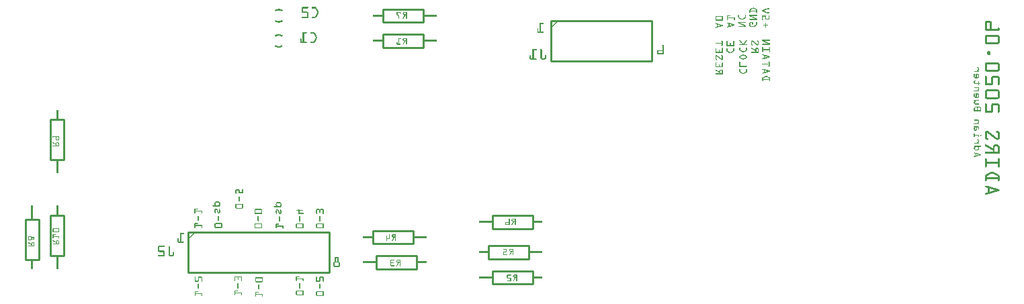
<source format=gbo>
G04 MADE WITH FRITZING*
G04 WWW.FRITZING.ORG*
G04 DOUBLE SIDED*
G04 HOLES PLATED*
G04 CONTOUR ON CENTER OF CONTOUR VECTOR*
%ASAXBY*%
%FSLAX23Y23*%
%MOIN*%
%OFA0B0*%
%SFA1.0B1.0*%
%ADD10C,0.010000*%
%ADD11R,0.001000X0.001000*%
%LNSILK0*%
G90*
G70*
G54D10*
X2661Y1397D02*
X3161Y1397D01*
D02*
X3161Y1397D02*
X3161Y1197D01*
D02*
X3161Y1197D02*
X2661Y1197D01*
D02*
X2661Y1197D02*
X2661Y1397D01*
D02*
X861Y347D02*
X1561Y347D01*
D02*
X1561Y347D02*
X1561Y147D01*
D02*
X1561Y147D02*
X861Y147D01*
D02*
X861Y147D02*
X861Y347D01*
D02*
X2026Y1455D02*
X1826Y1455D01*
D02*
X1826Y1455D02*
X1826Y1389D01*
D02*
X1826Y1389D02*
X2026Y1389D01*
D02*
X2026Y1389D02*
X2026Y1455D01*
D02*
X2026Y1330D02*
X1826Y1330D01*
D02*
X1826Y1330D02*
X1826Y1264D01*
D02*
X1826Y1264D02*
X2026Y1264D01*
D02*
X2026Y1264D02*
X2026Y1330D01*
D02*
X244Y231D02*
X244Y431D01*
D02*
X244Y431D02*
X178Y431D01*
D02*
X178Y431D02*
X178Y231D01*
D02*
X178Y231D02*
X244Y231D01*
D02*
X244Y706D02*
X244Y906D01*
D02*
X244Y906D02*
X178Y906D01*
D02*
X178Y906D02*
X178Y706D01*
D02*
X178Y706D02*
X244Y706D01*
D02*
X53Y412D02*
X53Y212D01*
D02*
X53Y212D02*
X119Y212D01*
D02*
X119Y212D02*
X119Y412D01*
D02*
X119Y412D02*
X53Y412D01*
D02*
X2370Y89D02*
X2570Y89D01*
D02*
X2570Y89D02*
X2570Y155D01*
D02*
X2570Y155D02*
X2370Y155D01*
D02*
X2370Y155D02*
X2370Y89D01*
D02*
X1795Y164D02*
X1995Y164D01*
D02*
X1995Y164D02*
X1995Y230D01*
D02*
X1995Y230D02*
X1795Y230D01*
D02*
X1795Y230D02*
X1795Y164D01*
D02*
X1976Y355D02*
X1776Y355D01*
D02*
X1776Y355D02*
X1776Y289D01*
D02*
X1776Y289D02*
X1976Y289D01*
D02*
X1976Y289D02*
X1976Y355D01*
D02*
X2551Y280D02*
X2351Y280D01*
D02*
X2351Y280D02*
X2351Y214D01*
D02*
X2351Y214D02*
X2551Y214D01*
D02*
X2551Y214D02*
X2551Y280D01*
D02*
X2370Y364D02*
X2570Y364D01*
D02*
X2570Y364D02*
X2570Y430D01*
D02*
X2570Y430D02*
X2370Y430D01*
D02*
X2370Y430D02*
X2370Y364D01*
G54D11*
X1427Y1465D02*
X1455Y1465D01*
X1474Y1465D02*
X1492Y1465D01*
X1426Y1464D02*
X1456Y1464D01*
X1473Y1464D02*
X1494Y1464D01*
X1425Y1463D02*
X1456Y1463D01*
X1473Y1463D02*
X1495Y1463D01*
X1424Y1462D02*
X1456Y1462D01*
X1473Y1462D02*
X1496Y1462D01*
X3663Y1462D02*
X3665Y1462D01*
X1423Y1461D02*
X1456Y1461D01*
X1473Y1461D02*
X1497Y1461D01*
X3659Y1461D02*
X3669Y1461D01*
X1423Y1460D02*
X1456Y1460D01*
X1474Y1460D02*
X1498Y1460D01*
X3657Y1460D02*
X3671Y1460D01*
X1423Y1459D02*
X1454Y1459D01*
X1475Y1459D02*
X1498Y1459D01*
X3655Y1459D02*
X3673Y1459D01*
X3733Y1459D02*
X3743Y1459D01*
X1423Y1458D02*
X1429Y1458D01*
X1491Y1458D02*
X1499Y1458D01*
X3653Y1458D02*
X3675Y1458D01*
X3730Y1458D02*
X3744Y1458D01*
X1423Y1457D02*
X1429Y1457D01*
X1492Y1457D02*
X1499Y1457D01*
X3651Y1457D02*
X3662Y1457D01*
X3666Y1457D02*
X3677Y1457D01*
X3728Y1457D02*
X3744Y1457D01*
X1423Y1456D02*
X1429Y1456D01*
X1493Y1456D02*
X1500Y1456D01*
X3649Y1456D02*
X3660Y1456D01*
X3668Y1456D02*
X3678Y1456D01*
X3725Y1456D02*
X3744Y1456D01*
X1303Y1455D02*
X1317Y1455D01*
X1423Y1455D02*
X1429Y1455D01*
X1493Y1455D02*
X1500Y1455D01*
X3648Y1455D02*
X3658Y1455D01*
X3670Y1455D02*
X3680Y1455D01*
X3722Y1455D02*
X3743Y1455D01*
X1299Y1454D02*
X1321Y1454D01*
X1423Y1454D02*
X1429Y1454D01*
X1494Y1454D02*
X1501Y1454D01*
X3647Y1454D02*
X3656Y1454D01*
X3672Y1454D02*
X3681Y1454D01*
X3720Y1454D02*
X3733Y1454D01*
X1297Y1453D02*
X1323Y1453D01*
X1423Y1453D02*
X1429Y1453D01*
X1494Y1453D02*
X1501Y1453D01*
X3646Y1453D02*
X3654Y1453D01*
X3674Y1453D02*
X3682Y1453D01*
X3717Y1453D02*
X3730Y1453D01*
X1295Y1452D02*
X1325Y1452D01*
X1423Y1452D02*
X1429Y1452D01*
X1495Y1452D02*
X1502Y1452D01*
X3646Y1452D02*
X3652Y1452D01*
X3676Y1452D02*
X3682Y1452D01*
X3715Y1452D02*
X3728Y1452D01*
X1293Y1451D02*
X1327Y1451D01*
X1423Y1451D02*
X1429Y1451D01*
X1495Y1451D02*
X1502Y1451D01*
X3645Y1451D02*
X3650Y1451D01*
X3678Y1451D02*
X3683Y1451D01*
X3712Y1451D02*
X3725Y1451D01*
X1292Y1450D02*
X1329Y1450D01*
X1423Y1450D02*
X1429Y1450D01*
X1496Y1450D02*
X1503Y1450D01*
X3645Y1450D02*
X3649Y1450D01*
X3679Y1450D02*
X3683Y1450D01*
X3710Y1450D02*
X3722Y1450D01*
X1290Y1449D02*
X1330Y1449D01*
X1423Y1449D02*
X1429Y1449D01*
X1496Y1449D02*
X1503Y1449D01*
X3645Y1449D02*
X3649Y1449D01*
X3679Y1449D02*
X3683Y1449D01*
X3707Y1449D02*
X3720Y1449D01*
X1291Y1448D02*
X1306Y1448D01*
X1314Y1448D02*
X1329Y1448D01*
X1423Y1448D02*
X1429Y1448D01*
X1497Y1448D02*
X1504Y1448D01*
X3645Y1448D02*
X3649Y1448D01*
X3679Y1448D02*
X3683Y1448D01*
X3706Y1448D02*
X3717Y1448D01*
X1292Y1447D02*
X1302Y1447D01*
X1318Y1447D02*
X1328Y1447D01*
X1423Y1447D02*
X1429Y1447D01*
X1497Y1447D02*
X1504Y1447D01*
X3645Y1447D02*
X3683Y1447D01*
X3706Y1447D02*
X3715Y1447D01*
X1293Y1446D02*
X1299Y1446D01*
X1321Y1446D02*
X1328Y1446D01*
X1423Y1446D02*
X1429Y1446D01*
X1498Y1446D02*
X1505Y1446D01*
X3645Y1446D02*
X3683Y1446D01*
X3706Y1446D02*
X3717Y1446D01*
X1293Y1445D02*
X1297Y1445D01*
X1323Y1445D02*
X1327Y1445D01*
X1423Y1445D02*
X1429Y1445D01*
X1498Y1445D02*
X1505Y1445D01*
X3645Y1445D02*
X3683Y1445D01*
X3707Y1445D02*
X3720Y1445D01*
X1294Y1444D02*
X1296Y1444D01*
X1324Y1444D02*
X1326Y1444D01*
X1423Y1444D02*
X1429Y1444D01*
X1499Y1444D02*
X1505Y1444D01*
X3645Y1444D02*
X3683Y1444D01*
X3709Y1444D02*
X3722Y1444D01*
X1326Y1443D02*
X1326Y1443D01*
X1423Y1443D02*
X1429Y1443D01*
X1499Y1443D02*
X1506Y1443D01*
X3645Y1443D02*
X3683Y1443D01*
X3712Y1443D02*
X3725Y1443D01*
X1423Y1442D02*
X1450Y1442D01*
X1500Y1442D02*
X1506Y1442D01*
X3645Y1442D02*
X3649Y1442D01*
X3679Y1442D02*
X3683Y1442D01*
X3714Y1442D02*
X3727Y1442D01*
X1423Y1441D02*
X1453Y1441D01*
X1500Y1441D02*
X1506Y1441D01*
X3645Y1441D02*
X3649Y1441D01*
X3679Y1441D02*
X3683Y1441D01*
X3717Y1441D02*
X3730Y1441D01*
X1423Y1440D02*
X1454Y1440D01*
X1500Y1440D02*
X1506Y1440D01*
X3645Y1440D02*
X3649Y1440D01*
X3679Y1440D02*
X3683Y1440D01*
X3719Y1440D02*
X3732Y1440D01*
X1424Y1439D02*
X1455Y1439D01*
X1500Y1439D02*
X1506Y1439D01*
X1895Y1439D02*
X1914Y1439D01*
X1929Y1439D02*
X1945Y1439D01*
X3645Y1439D02*
X3649Y1439D01*
X3679Y1439D02*
X3683Y1439D01*
X3722Y1439D02*
X3743Y1439D01*
X1424Y1438D02*
X1456Y1438D01*
X1500Y1438D02*
X1506Y1438D01*
X1895Y1438D02*
X1915Y1438D01*
X1928Y1438D02*
X1945Y1438D01*
X3646Y1438D02*
X3648Y1438D01*
X3680Y1438D02*
X3682Y1438D01*
X3725Y1438D02*
X3744Y1438D01*
X1425Y1437D02*
X1456Y1437D01*
X1500Y1437D02*
X1506Y1437D01*
X1895Y1437D02*
X1915Y1437D01*
X1927Y1437D02*
X1945Y1437D01*
X3727Y1437D02*
X3744Y1437D01*
X1427Y1436D02*
X1456Y1436D01*
X1500Y1436D02*
X1506Y1436D01*
X1895Y1436D02*
X1915Y1436D01*
X1926Y1436D02*
X1945Y1436D01*
X3730Y1436D02*
X3744Y1436D01*
X1450Y1435D02*
X1456Y1435D01*
X1500Y1435D02*
X1506Y1435D01*
X1895Y1435D02*
X1899Y1435D01*
X1912Y1435D02*
X1915Y1435D01*
X1926Y1435D02*
X1929Y1435D01*
X1942Y1435D02*
X1945Y1435D01*
X3732Y1435D02*
X3743Y1435D01*
X1450Y1434D02*
X1456Y1434D01*
X1499Y1434D02*
X1506Y1434D01*
X1895Y1434D02*
X1899Y1434D01*
X1913Y1434D02*
X1914Y1434D01*
X1925Y1434D02*
X1929Y1434D01*
X1942Y1434D02*
X1945Y1434D01*
X1450Y1433D02*
X1456Y1433D01*
X1499Y1433D02*
X1505Y1433D01*
X1895Y1433D02*
X1899Y1433D01*
X1925Y1433D02*
X1929Y1433D01*
X1942Y1433D02*
X1945Y1433D01*
X1450Y1432D02*
X1456Y1432D01*
X1498Y1432D02*
X1505Y1432D01*
X1895Y1432D02*
X1899Y1432D01*
X1925Y1432D02*
X1929Y1432D01*
X1942Y1432D02*
X1945Y1432D01*
X1450Y1431D02*
X1456Y1431D01*
X1498Y1431D02*
X1505Y1431D01*
X1895Y1431D02*
X1899Y1431D01*
X1925Y1431D02*
X1929Y1431D01*
X1942Y1431D02*
X1945Y1431D01*
X1450Y1430D02*
X1456Y1430D01*
X1497Y1430D02*
X1504Y1430D01*
X1895Y1430D02*
X1899Y1430D01*
X1925Y1430D02*
X1929Y1430D01*
X1942Y1430D02*
X1945Y1430D01*
X1450Y1429D02*
X1456Y1429D01*
X1497Y1429D02*
X1504Y1429D01*
X1895Y1429D02*
X1899Y1429D01*
X1926Y1429D02*
X1945Y1429D01*
X1450Y1428D02*
X1456Y1428D01*
X1496Y1428D02*
X1503Y1428D01*
X1895Y1428D02*
X1899Y1428D01*
X1926Y1428D02*
X1945Y1428D01*
X1450Y1427D02*
X1456Y1427D01*
X1496Y1427D02*
X1503Y1427D01*
X1778Y1427D02*
X1825Y1427D01*
X1895Y1427D02*
X1900Y1427D01*
X1927Y1427D02*
X1945Y1427D01*
X2026Y1427D02*
X2092Y1427D01*
X3591Y1427D02*
X3592Y1427D01*
X3625Y1427D02*
X3626Y1427D01*
X1450Y1426D02*
X1456Y1426D01*
X1495Y1426D02*
X1502Y1426D01*
X1778Y1426D02*
X1825Y1426D01*
X1896Y1426D02*
X1901Y1426D01*
X1928Y1426D02*
X1945Y1426D01*
X2026Y1426D02*
X2092Y1426D01*
X3590Y1426D02*
X3593Y1426D01*
X3624Y1426D02*
X3627Y1426D01*
X3645Y1426D02*
X3682Y1426D01*
X1450Y1425D02*
X1456Y1425D01*
X1495Y1425D02*
X1502Y1425D01*
X1778Y1425D02*
X1825Y1425D01*
X1896Y1425D02*
X1902Y1425D01*
X1930Y1425D02*
X1945Y1425D01*
X2026Y1425D02*
X2092Y1425D01*
X3590Y1425D02*
X3593Y1425D01*
X3623Y1425D02*
X3627Y1425D01*
X3645Y1425D02*
X3683Y1425D01*
X1450Y1424D02*
X1456Y1424D01*
X1494Y1424D02*
X1501Y1424D01*
X1778Y1424D02*
X1825Y1424D01*
X1898Y1424D02*
X1903Y1424D01*
X1934Y1424D02*
X1937Y1424D01*
X1942Y1424D02*
X1945Y1424D01*
X2026Y1424D02*
X2092Y1424D01*
X3535Y1424D02*
X3550Y1424D01*
X3589Y1424D02*
X3594Y1424D01*
X3623Y1424D02*
X3627Y1424D01*
X3645Y1424D02*
X3683Y1424D01*
X1450Y1423D02*
X1456Y1423D01*
X1494Y1423D02*
X1501Y1423D01*
X1778Y1423D02*
X1825Y1423D01*
X1899Y1423D02*
X1904Y1423D01*
X1933Y1423D02*
X1937Y1423D01*
X1942Y1423D02*
X1945Y1423D01*
X2026Y1423D02*
X2092Y1423D01*
X3534Y1423D02*
X3550Y1423D01*
X3589Y1423D02*
X3594Y1423D01*
X3623Y1423D02*
X3627Y1423D01*
X3645Y1423D02*
X3683Y1423D01*
X3709Y1423D02*
X3724Y1423D01*
X3741Y1423D02*
X3743Y1423D01*
X1450Y1422D02*
X1456Y1422D01*
X1493Y1422D02*
X1500Y1422D01*
X1778Y1422D02*
X1825Y1422D01*
X1900Y1422D02*
X1905Y1422D01*
X1932Y1422D02*
X1936Y1422D01*
X1942Y1422D02*
X1945Y1422D01*
X2026Y1422D02*
X2092Y1422D01*
X3534Y1422D02*
X3551Y1422D01*
X3589Y1422D02*
X3594Y1422D01*
X3623Y1422D02*
X3627Y1422D01*
X3645Y1422D02*
X3682Y1422D01*
X3708Y1422D02*
X3725Y1422D01*
X3740Y1422D02*
X3744Y1422D01*
X1450Y1421D02*
X1456Y1421D01*
X1493Y1421D02*
X1500Y1421D01*
X1778Y1421D02*
X1825Y1421D01*
X1901Y1421D02*
X1906Y1421D01*
X1932Y1421D02*
X1936Y1421D01*
X1942Y1421D02*
X1945Y1421D01*
X2026Y1421D02*
X2092Y1421D01*
X3478Y1421D02*
X3511Y1421D01*
X3534Y1421D02*
X3550Y1421D01*
X3589Y1421D02*
X3594Y1421D01*
X3623Y1421D02*
X3627Y1421D01*
X3645Y1421D02*
X3654Y1421D01*
X3707Y1421D02*
X3726Y1421D01*
X3740Y1421D02*
X3744Y1421D01*
X1450Y1420D02*
X1456Y1420D01*
X1492Y1420D02*
X1499Y1420D01*
X1778Y1420D02*
X1825Y1420D01*
X1902Y1420D02*
X1907Y1420D01*
X1931Y1420D02*
X1935Y1420D01*
X1942Y1420D02*
X1945Y1420D01*
X2026Y1420D02*
X2092Y1420D01*
X3477Y1420D02*
X3512Y1420D01*
X3534Y1420D02*
X3549Y1420D01*
X3589Y1420D02*
X3594Y1420D01*
X3623Y1420D02*
X3627Y1420D01*
X3645Y1420D02*
X3656Y1420D01*
X3706Y1420D02*
X3727Y1420D01*
X3740Y1420D02*
X3744Y1420D01*
X1450Y1419D02*
X1456Y1419D01*
X1491Y1419D02*
X1499Y1419D01*
X1778Y1419D02*
X1825Y1419D01*
X1903Y1419D02*
X1907Y1419D01*
X1931Y1419D02*
X1935Y1419D01*
X1942Y1419D02*
X1945Y1419D01*
X2026Y1419D02*
X2092Y1419D01*
X3476Y1419D02*
X3513Y1419D01*
X3534Y1419D02*
X3538Y1419D01*
X3589Y1419D02*
X3594Y1419D01*
X3623Y1419D02*
X3627Y1419D01*
X3647Y1419D02*
X3658Y1419D01*
X3706Y1419D02*
X3727Y1419D01*
X3740Y1419D02*
X3744Y1419D01*
X1425Y1418D02*
X1456Y1418D01*
X1475Y1418D02*
X1498Y1418D01*
X1778Y1418D02*
X1825Y1418D01*
X1904Y1418D02*
X1907Y1418D01*
X1930Y1418D02*
X1934Y1418D01*
X1942Y1418D02*
X1945Y1418D01*
X2026Y1418D02*
X2092Y1418D01*
X3476Y1418D02*
X3513Y1418D01*
X3534Y1418D02*
X3538Y1418D01*
X3589Y1418D02*
X3594Y1418D01*
X3623Y1418D02*
X3627Y1418D01*
X3649Y1418D02*
X3661Y1418D01*
X3706Y1418D02*
X3710Y1418D01*
X3723Y1418D02*
X3727Y1418D01*
X3740Y1418D02*
X3744Y1418D01*
X1424Y1417D02*
X1456Y1417D01*
X1474Y1417D02*
X1497Y1417D01*
X1904Y1417D02*
X1907Y1417D01*
X1929Y1417D02*
X1933Y1417D01*
X1942Y1417D02*
X1945Y1417D01*
X3476Y1417D02*
X3513Y1417D01*
X3534Y1417D02*
X3538Y1417D01*
X3589Y1417D02*
X3594Y1417D01*
X3623Y1417D02*
X3627Y1417D01*
X3651Y1417D02*
X3663Y1417D01*
X3706Y1417D02*
X3710Y1417D01*
X3723Y1417D02*
X3727Y1417D01*
X3740Y1417D02*
X3744Y1417D01*
X1423Y1416D02*
X1456Y1416D01*
X1473Y1416D02*
X1497Y1416D01*
X1904Y1416D02*
X1907Y1416D01*
X1929Y1416D02*
X1933Y1416D01*
X1942Y1416D02*
X1945Y1416D01*
X3476Y1416D02*
X3480Y1416D01*
X3509Y1416D02*
X3513Y1416D01*
X3534Y1416D02*
X3538Y1416D01*
X3590Y1416D02*
X3594Y1416D01*
X3623Y1416D02*
X3627Y1416D01*
X3654Y1416D02*
X3665Y1416D01*
X3706Y1416D02*
X3710Y1416D01*
X3723Y1416D02*
X3727Y1416D01*
X3740Y1416D02*
X3744Y1416D01*
X1423Y1415D02*
X1456Y1415D01*
X1473Y1415D02*
X1496Y1415D01*
X1904Y1415D02*
X1907Y1415D01*
X1928Y1415D02*
X1932Y1415D01*
X1942Y1415D02*
X1945Y1415D01*
X3476Y1415D02*
X3480Y1415D01*
X3509Y1415D02*
X3513Y1415D01*
X3534Y1415D02*
X3538Y1415D01*
X3590Y1415D02*
X3594Y1415D01*
X3623Y1415D02*
X3627Y1415D01*
X3656Y1415D02*
X3667Y1415D01*
X3706Y1415D02*
X3710Y1415D01*
X3723Y1415D02*
X3727Y1415D01*
X3740Y1415D02*
X3744Y1415D01*
X1423Y1414D02*
X1456Y1414D01*
X1473Y1414D02*
X1495Y1414D01*
X1904Y1414D02*
X1907Y1414D01*
X1928Y1414D02*
X1932Y1414D01*
X1942Y1414D02*
X1945Y1414D01*
X3476Y1414D02*
X3480Y1414D01*
X3509Y1414D02*
X3513Y1414D01*
X3534Y1414D02*
X3572Y1414D01*
X3590Y1414D02*
X3594Y1414D01*
X3623Y1414D02*
X3627Y1414D01*
X3658Y1414D02*
X3670Y1414D01*
X3706Y1414D02*
X3710Y1414D01*
X3723Y1414D02*
X3727Y1414D01*
X3740Y1414D02*
X3744Y1414D01*
X1424Y1413D02*
X1456Y1413D01*
X1474Y1413D02*
X1494Y1413D01*
X1904Y1413D02*
X1907Y1413D01*
X1927Y1413D02*
X1931Y1413D01*
X1942Y1413D02*
X1945Y1413D01*
X3476Y1413D02*
X3480Y1413D01*
X3509Y1413D02*
X3513Y1413D01*
X3534Y1413D02*
X3572Y1413D01*
X3590Y1413D02*
X3596Y1413D01*
X3621Y1413D02*
X3627Y1413D01*
X3660Y1413D02*
X3672Y1413D01*
X3706Y1413D02*
X3710Y1413D01*
X3723Y1413D02*
X3727Y1413D01*
X3740Y1413D02*
X3744Y1413D01*
X1425Y1412D02*
X1456Y1412D01*
X1475Y1412D02*
X1491Y1412D01*
X1904Y1412D02*
X1907Y1412D01*
X1927Y1412D02*
X1930Y1412D01*
X1942Y1412D02*
X1945Y1412D01*
X3476Y1412D02*
X3480Y1412D01*
X3509Y1412D02*
X3513Y1412D01*
X3534Y1412D02*
X3572Y1412D01*
X3591Y1412D02*
X3598Y1412D01*
X3619Y1412D02*
X3626Y1412D01*
X3663Y1412D02*
X3674Y1412D01*
X3706Y1412D02*
X3710Y1412D01*
X3723Y1412D02*
X3727Y1412D01*
X3740Y1412D02*
X3744Y1412D01*
X1904Y1411D02*
X1907Y1411D01*
X1926Y1411D02*
X1930Y1411D01*
X1942Y1411D02*
X1945Y1411D01*
X3476Y1411D02*
X3480Y1411D01*
X3509Y1411D02*
X3513Y1411D01*
X3534Y1411D02*
X3572Y1411D01*
X3591Y1411D02*
X3600Y1411D01*
X3617Y1411D02*
X3626Y1411D01*
X3665Y1411D02*
X3677Y1411D01*
X3706Y1411D02*
X3710Y1411D01*
X3723Y1411D02*
X3727Y1411D01*
X3740Y1411D02*
X3744Y1411D01*
X1904Y1410D02*
X1907Y1410D01*
X1925Y1410D02*
X1929Y1410D01*
X1942Y1410D02*
X1945Y1410D01*
X3476Y1410D02*
X3480Y1410D01*
X3509Y1410D02*
X3513Y1410D01*
X3534Y1410D02*
X3572Y1410D01*
X3592Y1410D02*
X3602Y1410D01*
X3615Y1410D02*
X3625Y1410D01*
X3667Y1410D02*
X3679Y1410D01*
X3706Y1410D02*
X3710Y1410D01*
X3723Y1410D02*
X3727Y1410D01*
X3740Y1410D02*
X3744Y1410D01*
X1904Y1409D02*
X1907Y1409D01*
X1925Y1409D02*
X1929Y1409D01*
X1942Y1409D02*
X1945Y1409D01*
X3476Y1409D02*
X3480Y1409D01*
X3509Y1409D02*
X3513Y1409D01*
X3534Y1409D02*
X3538Y1409D01*
X3568Y1409D02*
X3572Y1409D01*
X3594Y1409D02*
X3604Y1409D01*
X3613Y1409D02*
X3623Y1409D01*
X3670Y1409D02*
X3681Y1409D01*
X3706Y1409D02*
X3710Y1409D01*
X3723Y1409D02*
X3727Y1409D01*
X3740Y1409D02*
X3744Y1409D01*
X1904Y1408D02*
X1906Y1408D01*
X1926Y1408D02*
X1928Y1408D01*
X1942Y1408D02*
X1945Y1408D01*
X3476Y1408D02*
X3480Y1408D01*
X3509Y1408D02*
X3513Y1408D01*
X3534Y1408D02*
X3538Y1408D01*
X3568Y1408D02*
X3572Y1408D01*
X3596Y1408D02*
X3606Y1408D01*
X3611Y1408D02*
X3621Y1408D01*
X3672Y1408D02*
X3683Y1408D01*
X3706Y1408D02*
X3710Y1408D01*
X3723Y1408D02*
X3744Y1408D01*
X3476Y1407D02*
X3480Y1407D01*
X3509Y1407D02*
X3513Y1407D01*
X3534Y1407D02*
X3538Y1407D01*
X3568Y1407D02*
X3572Y1407D01*
X3597Y1407D02*
X3619Y1407D01*
X3674Y1407D02*
X3683Y1407D01*
X3706Y1407D02*
X3710Y1407D01*
X3723Y1407D02*
X3744Y1407D01*
X3476Y1406D02*
X3480Y1406D01*
X3509Y1406D02*
X3513Y1406D01*
X3534Y1406D02*
X3538Y1406D01*
X3568Y1406D02*
X3572Y1406D01*
X3599Y1406D02*
X3617Y1406D01*
X3646Y1406D02*
X3683Y1406D01*
X3706Y1406D02*
X3710Y1406D01*
X3723Y1406D02*
X3744Y1406D01*
X3476Y1405D02*
X3480Y1405D01*
X3509Y1405D02*
X3513Y1405D01*
X3534Y1405D02*
X3538Y1405D01*
X3568Y1405D02*
X3572Y1405D01*
X3601Y1405D02*
X3615Y1405D01*
X3645Y1405D02*
X3683Y1405D01*
X3706Y1405D02*
X3711Y1405D01*
X3723Y1405D02*
X3744Y1405D01*
X3476Y1404D02*
X3480Y1404D01*
X3509Y1404D02*
X3513Y1404D01*
X3534Y1404D02*
X3538Y1404D01*
X3568Y1404D02*
X3572Y1404D01*
X3603Y1404D02*
X3613Y1404D01*
X3645Y1404D02*
X3683Y1404D01*
X3707Y1404D02*
X3711Y1404D01*
X3723Y1404D02*
X3744Y1404D01*
X3476Y1403D02*
X3480Y1403D01*
X3509Y1403D02*
X3513Y1403D01*
X3534Y1403D02*
X3538Y1403D01*
X3568Y1403D02*
X3572Y1403D01*
X3606Y1403D02*
X3611Y1403D01*
X3645Y1403D02*
X3683Y1403D01*
X3707Y1403D02*
X3712Y1403D01*
X3476Y1402D02*
X3513Y1402D01*
X3534Y1402D02*
X3538Y1402D01*
X3568Y1402D02*
X3572Y1402D01*
X3646Y1402D02*
X3683Y1402D01*
X3708Y1402D02*
X3712Y1402D01*
X1294Y1401D02*
X1295Y1401D01*
X1325Y1401D02*
X1326Y1401D01*
X3476Y1401D02*
X3513Y1401D01*
X3534Y1401D02*
X3537Y1401D01*
X3568Y1401D02*
X3571Y1401D01*
X3708Y1401D02*
X3712Y1401D01*
X1294Y1400D02*
X1296Y1400D01*
X1324Y1400D02*
X1326Y1400D01*
X3476Y1400D02*
X3513Y1400D01*
X3709Y1400D02*
X3712Y1400D01*
X1293Y1399D02*
X1298Y1399D01*
X1322Y1399D02*
X1327Y1399D01*
X3477Y1399D02*
X3512Y1399D01*
X3710Y1399D02*
X3711Y1399D01*
X1292Y1398D02*
X1300Y1398D01*
X1320Y1398D02*
X1328Y1398D01*
X2693Y1398D02*
X2693Y1398D01*
X3478Y1398D02*
X3511Y1398D01*
X1292Y1397D02*
X1303Y1397D01*
X1318Y1397D02*
X1329Y1397D01*
X2692Y1397D02*
X2694Y1397D01*
X1291Y1396D02*
X1308Y1396D01*
X1312Y1396D02*
X1330Y1396D01*
X2691Y1396D02*
X2695Y1396D01*
X1291Y1395D02*
X1330Y1395D01*
X2690Y1395D02*
X2696Y1395D01*
X4818Y1395D02*
X4840Y1395D01*
X1292Y1394D02*
X1328Y1394D01*
X2689Y1394D02*
X2695Y1394D01*
X4815Y1394D02*
X4843Y1394D01*
X1293Y1393D02*
X1327Y1393D01*
X2688Y1393D02*
X2694Y1393D01*
X4814Y1393D02*
X4844Y1393D01*
X1295Y1392D02*
X1325Y1392D01*
X2687Y1392D02*
X2693Y1392D01*
X4814Y1392D02*
X4845Y1392D01*
X1297Y1391D02*
X1323Y1391D01*
X2686Y1391D02*
X2692Y1391D01*
X3589Y1391D02*
X3626Y1391D01*
X4813Y1391D02*
X4845Y1391D01*
X1300Y1390D02*
X1320Y1390D01*
X2685Y1390D02*
X2691Y1390D01*
X3589Y1390D02*
X3627Y1390D01*
X3650Y1390D02*
X3662Y1390D01*
X3680Y1390D02*
X3682Y1390D01*
X4813Y1390D02*
X4845Y1390D01*
X1304Y1389D02*
X1316Y1389D01*
X2684Y1389D02*
X2690Y1389D01*
X3589Y1389D02*
X3627Y1389D01*
X3648Y1389D02*
X3662Y1389D01*
X3679Y1389D02*
X3683Y1389D01*
X4813Y1389D02*
X4845Y1389D01*
X2683Y1388D02*
X2689Y1388D01*
X3535Y1388D02*
X3539Y1388D01*
X3589Y1388D02*
X3627Y1388D01*
X3647Y1388D02*
X3662Y1388D01*
X3679Y1388D02*
X3683Y1388D01*
X4813Y1388D02*
X4845Y1388D01*
X2682Y1387D02*
X2688Y1387D01*
X3534Y1387D02*
X3542Y1387D01*
X3589Y1387D02*
X3626Y1387D01*
X3646Y1387D02*
X3662Y1387D01*
X3679Y1387D02*
X3683Y1387D01*
X3724Y1387D02*
X3726Y1387D01*
X4813Y1387D02*
X4845Y1387D01*
X2606Y1386D02*
X2620Y1386D01*
X2681Y1386D02*
X2687Y1386D01*
X3534Y1386D02*
X3546Y1386D01*
X3589Y1386D02*
X3599Y1386D01*
X3646Y1386D02*
X3662Y1386D01*
X3679Y1386D02*
X3683Y1386D01*
X3723Y1386D02*
X3727Y1386D01*
X4813Y1386D02*
X4845Y1386D01*
X2605Y1385D02*
X2622Y1385D01*
X2680Y1385D02*
X2686Y1385D01*
X3476Y1385D02*
X3481Y1385D01*
X3534Y1385D02*
X3549Y1385D01*
X3590Y1385D02*
X3601Y1385D01*
X3645Y1385D02*
X3650Y1385D01*
X3658Y1385D02*
X3662Y1385D01*
X3679Y1385D02*
X3683Y1385D01*
X3723Y1385D02*
X3727Y1385D01*
X4813Y1385D02*
X4822Y1385D01*
X4837Y1385D02*
X4845Y1385D01*
X2605Y1384D02*
X2623Y1384D01*
X2679Y1384D02*
X2685Y1384D01*
X3476Y1384D02*
X3484Y1384D01*
X3536Y1384D02*
X3553Y1384D01*
X3592Y1384D02*
X3603Y1384D01*
X3645Y1384D02*
X3649Y1384D01*
X3658Y1384D02*
X3662Y1384D01*
X3679Y1384D02*
X3683Y1384D01*
X3723Y1384D02*
X3727Y1384D01*
X4813Y1384D02*
X4822Y1384D01*
X4837Y1384D02*
X4845Y1384D01*
X2605Y1383D02*
X2623Y1383D01*
X2678Y1383D02*
X2684Y1383D01*
X3476Y1383D02*
X3488Y1383D01*
X3539Y1383D02*
X3556Y1383D01*
X3594Y1383D02*
X3605Y1383D01*
X3645Y1383D02*
X3649Y1383D01*
X3658Y1383D02*
X3662Y1383D01*
X3679Y1383D02*
X3683Y1383D01*
X3723Y1383D02*
X3727Y1383D01*
X4813Y1383D02*
X4822Y1383D01*
X4837Y1383D02*
X4845Y1383D01*
X2605Y1382D02*
X2623Y1382D01*
X2677Y1382D02*
X2683Y1382D01*
X3476Y1382D02*
X3491Y1382D01*
X3542Y1382D02*
X3559Y1382D01*
X3596Y1382D02*
X3608Y1382D01*
X3645Y1382D02*
X3649Y1382D01*
X3658Y1382D02*
X3662Y1382D01*
X3679Y1382D02*
X3683Y1382D01*
X3723Y1382D02*
X3727Y1382D01*
X4813Y1382D02*
X4822Y1382D01*
X4837Y1382D02*
X4845Y1382D01*
X2605Y1381D02*
X2622Y1381D01*
X2676Y1381D02*
X2681Y1381D01*
X3478Y1381D02*
X3495Y1381D01*
X3542Y1381D02*
X3563Y1381D01*
X3598Y1381D02*
X3610Y1381D01*
X3645Y1381D02*
X3649Y1381D01*
X3658Y1381D02*
X3662Y1381D01*
X3679Y1381D02*
X3683Y1381D01*
X3723Y1381D02*
X3727Y1381D01*
X4813Y1381D02*
X4822Y1381D01*
X4837Y1381D02*
X4845Y1381D01*
X2605Y1380D02*
X2621Y1380D01*
X2675Y1380D02*
X2680Y1380D01*
X3481Y1380D02*
X3498Y1380D01*
X3542Y1380D02*
X3546Y1380D01*
X3549Y1380D02*
X3566Y1380D01*
X3601Y1380D02*
X3612Y1380D01*
X3645Y1380D02*
X3649Y1380D01*
X3658Y1380D02*
X3662Y1380D01*
X3679Y1380D02*
X3683Y1380D01*
X3723Y1380D02*
X3727Y1380D01*
X4813Y1380D02*
X4822Y1380D01*
X4837Y1380D02*
X4845Y1380D01*
X2605Y1379D02*
X2611Y1379D01*
X2674Y1379D02*
X2679Y1379D01*
X3484Y1379D02*
X3501Y1379D01*
X3542Y1379D02*
X3546Y1379D01*
X3553Y1379D02*
X3570Y1379D01*
X3603Y1379D02*
X3615Y1379D01*
X3645Y1379D02*
X3649Y1379D01*
X3658Y1379D02*
X3661Y1379D01*
X3678Y1379D02*
X3683Y1379D01*
X3723Y1379D02*
X3727Y1379D01*
X4813Y1379D02*
X4822Y1379D01*
X4837Y1379D02*
X4845Y1379D01*
X2605Y1378D02*
X2611Y1378D01*
X2673Y1378D02*
X2678Y1378D01*
X3484Y1378D02*
X3505Y1378D01*
X3542Y1378D02*
X3546Y1378D01*
X3556Y1378D02*
X3571Y1378D01*
X3605Y1378D02*
X3617Y1378D01*
X3645Y1378D02*
X3649Y1378D01*
X3677Y1378D02*
X3682Y1378D01*
X3723Y1378D02*
X3727Y1378D01*
X4813Y1378D02*
X4822Y1378D01*
X4837Y1378D02*
X4845Y1378D01*
X2605Y1377D02*
X2611Y1377D01*
X2672Y1377D02*
X2677Y1377D01*
X3484Y1377D02*
X3488Y1377D01*
X3491Y1377D02*
X3508Y1377D01*
X3542Y1377D02*
X3546Y1377D01*
X3559Y1377D02*
X3572Y1377D01*
X3608Y1377D02*
X3619Y1377D01*
X3645Y1377D02*
X3649Y1377D01*
X3676Y1377D02*
X3682Y1377D01*
X3714Y1377D02*
X3736Y1377D01*
X4813Y1377D02*
X4822Y1377D01*
X4837Y1377D02*
X4845Y1377D01*
X2605Y1376D02*
X2611Y1376D01*
X2671Y1376D02*
X2676Y1376D01*
X3484Y1376D02*
X3488Y1376D01*
X3495Y1376D02*
X3512Y1376D01*
X3542Y1376D02*
X3546Y1376D01*
X3560Y1376D02*
X3572Y1376D01*
X3610Y1376D02*
X3621Y1376D01*
X3645Y1376D02*
X3649Y1376D01*
X3675Y1376D02*
X3681Y1376D01*
X3713Y1376D02*
X3737Y1376D01*
X4813Y1376D02*
X4822Y1376D01*
X4837Y1376D02*
X4845Y1376D01*
X2605Y1375D02*
X2611Y1375D01*
X2670Y1375D02*
X2675Y1375D01*
X3484Y1375D02*
X3488Y1375D01*
X3498Y1375D02*
X3513Y1375D01*
X3542Y1375D02*
X3546Y1375D01*
X3556Y1375D02*
X3571Y1375D01*
X3612Y1375D02*
X3624Y1375D01*
X3645Y1375D02*
X3649Y1375D01*
X3673Y1375D02*
X3680Y1375D01*
X3713Y1375D02*
X3737Y1375D01*
X4813Y1375D02*
X4822Y1375D01*
X4837Y1375D02*
X4845Y1375D01*
X2605Y1374D02*
X2611Y1374D01*
X2669Y1374D02*
X2675Y1374D01*
X3484Y1374D02*
X3488Y1374D01*
X3502Y1374D02*
X3513Y1374D01*
X3542Y1374D02*
X3546Y1374D01*
X3553Y1374D02*
X3570Y1374D01*
X3614Y1374D02*
X3626Y1374D01*
X3645Y1374D02*
X3649Y1374D01*
X3672Y1374D02*
X3679Y1374D01*
X3714Y1374D02*
X3737Y1374D01*
X4813Y1374D02*
X4822Y1374D01*
X4837Y1374D02*
X4845Y1374D01*
X2605Y1373D02*
X2611Y1373D01*
X2668Y1373D02*
X2674Y1373D01*
X3484Y1373D02*
X3488Y1373D01*
X3501Y1373D02*
X3513Y1373D01*
X3542Y1373D02*
X3546Y1373D01*
X3549Y1373D02*
X3566Y1373D01*
X3617Y1373D02*
X3627Y1373D01*
X3645Y1373D02*
X3649Y1373D01*
X3671Y1373D02*
X3678Y1373D01*
X3715Y1373D02*
X3735Y1373D01*
X4813Y1373D02*
X4822Y1373D01*
X4837Y1373D02*
X4845Y1373D01*
X2605Y1372D02*
X2611Y1372D01*
X2667Y1372D02*
X2673Y1372D01*
X3484Y1372D02*
X3488Y1372D01*
X3497Y1372D02*
X3513Y1372D01*
X3542Y1372D02*
X3563Y1372D01*
X3618Y1372D02*
X3627Y1372D01*
X3645Y1372D02*
X3650Y1372D01*
X3669Y1372D02*
X3677Y1372D01*
X3723Y1372D02*
X3727Y1372D01*
X4813Y1372D02*
X4822Y1372D01*
X4837Y1372D02*
X4845Y1372D01*
X2605Y1371D02*
X2611Y1371D01*
X2666Y1371D02*
X2672Y1371D01*
X3484Y1371D02*
X3488Y1371D01*
X3494Y1371D02*
X3511Y1371D01*
X3542Y1371D02*
X3559Y1371D01*
X3590Y1371D02*
X3627Y1371D01*
X3645Y1371D02*
X3651Y1371D01*
X3667Y1371D02*
X3675Y1371D01*
X3723Y1371D02*
X3727Y1371D01*
X4813Y1371D02*
X4822Y1371D01*
X4837Y1371D02*
X4845Y1371D01*
X2605Y1370D02*
X2611Y1370D01*
X2665Y1370D02*
X2671Y1370D01*
X3484Y1370D02*
X3488Y1370D01*
X3491Y1370D02*
X3508Y1370D01*
X3539Y1370D02*
X3556Y1370D01*
X3590Y1370D02*
X3627Y1370D01*
X3646Y1370D02*
X3674Y1370D01*
X3723Y1370D02*
X3727Y1370D01*
X4813Y1370D02*
X4822Y1370D01*
X4837Y1370D02*
X4845Y1370D01*
X2605Y1369D02*
X2611Y1369D01*
X2664Y1369D02*
X2670Y1369D01*
X3484Y1369D02*
X3504Y1369D01*
X3536Y1369D02*
X3553Y1369D01*
X3590Y1369D02*
X3627Y1369D01*
X3646Y1369D02*
X3673Y1369D01*
X3723Y1369D02*
X3727Y1369D01*
X4813Y1369D02*
X4822Y1369D01*
X4837Y1369D02*
X4845Y1369D01*
X2605Y1368D02*
X2611Y1368D01*
X2663Y1368D02*
X2669Y1368D01*
X3484Y1368D02*
X3501Y1368D01*
X3534Y1368D02*
X3549Y1368D01*
X3590Y1368D02*
X3627Y1368D01*
X3647Y1368D02*
X3671Y1368D01*
X3723Y1368D02*
X3727Y1368D01*
X4813Y1368D02*
X4822Y1368D01*
X4837Y1368D02*
X4845Y1368D01*
X2605Y1367D02*
X2611Y1367D01*
X2662Y1367D02*
X2668Y1367D01*
X3480Y1367D02*
X3497Y1367D01*
X3534Y1367D02*
X3546Y1367D01*
X3591Y1367D02*
X3627Y1367D01*
X3648Y1367D02*
X3670Y1367D01*
X3723Y1367D02*
X3727Y1367D01*
X4813Y1367D02*
X4822Y1367D01*
X4837Y1367D02*
X4845Y1367D01*
X2605Y1366D02*
X2611Y1366D01*
X2661Y1366D02*
X2667Y1366D01*
X3477Y1366D02*
X3494Y1366D01*
X3534Y1366D02*
X3542Y1366D01*
X3651Y1366D02*
X3667Y1366D01*
X3723Y1366D02*
X3727Y1366D01*
X4813Y1366D02*
X4822Y1366D01*
X4837Y1366D02*
X4845Y1366D01*
X2605Y1365D02*
X2611Y1365D01*
X2660Y1365D02*
X2666Y1365D01*
X3476Y1365D02*
X3490Y1365D01*
X3535Y1365D02*
X3539Y1365D01*
X3723Y1365D02*
X3727Y1365D01*
X4813Y1365D02*
X4822Y1365D01*
X4837Y1365D02*
X4845Y1365D01*
X2605Y1364D02*
X2611Y1364D01*
X2659Y1364D02*
X2665Y1364D01*
X3476Y1364D02*
X3487Y1364D01*
X3724Y1364D02*
X3727Y1364D01*
X4813Y1364D02*
X4822Y1364D01*
X4837Y1364D02*
X4845Y1364D01*
X2605Y1363D02*
X2611Y1363D01*
X2659Y1363D02*
X2664Y1363D01*
X3476Y1363D02*
X3484Y1363D01*
X3725Y1363D02*
X3725Y1363D01*
X4813Y1363D02*
X4822Y1363D01*
X4837Y1363D02*
X4845Y1363D01*
X2605Y1362D02*
X2611Y1362D01*
X2660Y1362D02*
X2663Y1362D01*
X3476Y1362D02*
X3480Y1362D01*
X4813Y1362D02*
X4822Y1362D01*
X4837Y1362D02*
X4845Y1362D01*
X4879Y1362D02*
X4882Y1362D01*
X2605Y1361D02*
X2611Y1361D01*
X2661Y1361D02*
X2662Y1361D01*
X4813Y1361D02*
X4822Y1361D01*
X4837Y1361D02*
X4845Y1361D01*
X4878Y1361D02*
X4884Y1361D01*
X2605Y1360D02*
X2611Y1360D01*
X4813Y1360D02*
X4822Y1360D01*
X4837Y1360D02*
X4845Y1360D01*
X4877Y1360D02*
X4884Y1360D01*
X2595Y1359D02*
X2596Y1359D01*
X2605Y1359D02*
X2611Y1359D01*
X4813Y1359D02*
X4822Y1359D01*
X4837Y1359D02*
X4845Y1359D01*
X4877Y1359D02*
X4885Y1359D01*
X2593Y1358D02*
X2597Y1358D01*
X2605Y1358D02*
X2611Y1358D01*
X4813Y1358D02*
X4822Y1358D01*
X4837Y1358D02*
X4846Y1358D01*
X4877Y1358D02*
X4885Y1358D01*
X2593Y1357D02*
X2598Y1357D01*
X2605Y1357D02*
X2611Y1357D01*
X4813Y1357D02*
X4885Y1357D01*
X2593Y1356D02*
X2598Y1356D01*
X2605Y1356D02*
X2611Y1356D01*
X4813Y1356D02*
X4885Y1356D01*
X2593Y1355D02*
X2598Y1355D01*
X2605Y1355D02*
X2611Y1355D01*
X4813Y1355D02*
X4885Y1355D01*
X2593Y1354D02*
X2598Y1354D01*
X2605Y1354D02*
X2611Y1354D01*
X4813Y1354D02*
X4885Y1354D01*
X2593Y1353D02*
X2598Y1353D01*
X2605Y1353D02*
X2611Y1353D01*
X4813Y1353D02*
X4885Y1353D01*
X2593Y1352D02*
X2598Y1352D01*
X2605Y1352D02*
X2611Y1352D01*
X4813Y1352D02*
X4885Y1352D01*
X2593Y1351D02*
X2598Y1351D01*
X2605Y1351D02*
X2611Y1351D01*
X4814Y1351D02*
X4885Y1351D01*
X2593Y1350D02*
X2598Y1350D01*
X2605Y1350D02*
X2611Y1350D01*
X4815Y1350D02*
X4884Y1350D01*
X2593Y1349D02*
X2598Y1349D01*
X2605Y1349D02*
X2611Y1349D01*
X4816Y1349D02*
X4882Y1349D01*
X2593Y1348D02*
X2598Y1348D01*
X2605Y1348D02*
X2611Y1348D01*
X2593Y1347D02*
X2598Y1347D01*
X2605Y1347D02*
X2611Y1347D01*
X2593Y1346D02*
X2598Y1346D01*
X2605Y1346D02*
X2611Y1346D01*
X2593Y1345D02*
X2598Y1345D01*
X2605Y1345D02*
X2611Y1345D01*
X2593Y1344D02*
X2598Y1344D01*
X2605Y1344D02*
X2611Y1344D01*
X2593Y1343D02*
X2621Y1343D01*
X2593Y1342D02*
X2622Y1342D01*
X2593Y1341D02*
X2623Y1341D01*
X1429Y1340D02*
X1448Y1340D01*
X1467Y1340D02*
X1485Y1340D01*
X2593Y1340D02*
X2623Y1340D01*
X1429Y1339D02*
X1449Y1339D01*
X1466Y1339D02*
X1487Y1339D01*
X2593Y1339D02*
X2623Y1339D01*
X1429Y1338D02*
X1449Y1338D01*
X1466Y1338D02*
X1488Y1338D01*
X2594Y1338D02*
X2622Y1338D01*
X1429Y1337D02*
X1449Y1337D01*
X1466Y1337D02*
X1489Y1337D01*
X2596Y1337D02*
X2620Y1337D01*
X1429Y1336D02*
X1449Y1336D01*
X1466Y1336D02*
X1490Y1336D01*
X1429Y1335D02*
X1448Y1335D01*
X1466Y1335D02*
X1490Y1335D01*
X1429Y1334D02*
X1447Y1334D01*
X1468Y1334D02*
X1491Y1334D01*
X1429Y1333D02*
X1435Y1333D01*
X1484Y1333D02*
X1491Y1333D01*
X1429Y1332D02*
X1435Y1332D01*
X1485Y1332D02*
X1492Y1332D01*
X1429Y1331D02*
X1435Y1331D01*
X1485Y1331D02*
X1492Y1331D01*
X1303Y1330D02*
X1317Y1330D01*
X1429Y1330D02*
X1435Y1330D01*
X1486Y1330D02*
X1493Y1330D01*
X1299Y1329D02*
X1321Y1329D01*
X1429Y1329D02*
X1435Y1329D01*
X1486Y1329D02*
X1493Y1329D01*
X1297Y1328D02*
X1323Y1328D01*
X1429Y1328D02*
X1435Y1328D01*
X1487Y1328D02*
X1494Y1328D01*
X1295Y1327D02*
X1325Y1327D01*
X1429Y1327D02*
X1435Y1327D01*
X1487Y1327D02*
X1494Y1327D01*
X4823Y1327D02*
X4876Y1327D01*
X1293Y1326D02*
X1327Y1326D01*
X1429Y1326D02*
X1435Y1326D01*
X1488Y1326D02*
X1495Y1326D01*
X4818Y1326D02*
X4880Y1326D01*
X1292Y1325D02*
X1329Y1325D01*
X1429Y1325D02*
X1435Y1325D01*
X1488Y1325D02*
X1495Y1325D01*
X4817Y1325D02*
X4881Y1325D01*
X1290Y1324D02*
X1330Y1324D01*
X1429Y1324D02*
X1435Y1324D01*
X1489Y1324D02*
X1496Y1324D01*
X4816Y1324D02*
X4882Y1324D01*
X1291Y1323D02*
X1306Y1323D01*
X1314Y1323D02*
X1329Y1323D01*
X1429Y1323D02*
X1435Y1323D01*
X1489Y1323D02*
X1496Y1323D01*
X4815Y1323D02*
X4883Y1323D01*
X1292Y1322D02*
X1302Y1322D01*
X1318Y1322D02*
X1328Y1322D01*
X1429Y1322D02*
X1435Y1322D01*
X1490Y1322D02*
X1497Y1322D01*
X4814Y1322D02*
X4884Y1322D01*
X1292Y1321D02*
X1299Y1321D01*
X1321Y1321D02*
X1328Y1321D01*
X1429Y1321D02*
X1435Y1321D01*
X1490Y1321D02*
X1497Y1321D01*
X4814Y1321D02*
X4884Y1321D01*
X1293Y1320D02*
X1297Y1320D01*
X1323Y1320D02*
X1327Y1320D01*
X1429Y1320D02*
X1435Y1320D01*
X1491Y1320D02*
X1498Y1320D01*
X4814Y1320D02*
X4885Y1320D01*
X1294Y1319D02*
X1296Y1319D01*
X1324Y1319D02*
X1326Y1319D01*
X1429Y1319D02*
X1435Y1319D01*
X1491Y1319D02*
X1498Y1319D01*
X4813Y1319D02*
X4885Y1319D01*
X1294Y1318D02*
X1294Y1318D01*
X1326Y1318D02*
X1326Y1318D01*
X1429Y1318D02*
X1435Y1318D01*
X1492Y1318D02*
X1498Y1318D01*
X4813Y1318D02*
X4885Y1318D01*
X1429Y1317D02*
X1435Y1317D01*
X1492Y1317D02*
X1499Y1317D01*
X4813Y1317D02*
X4822Y1317D01*
X4877Y1317D02*
X4885Y1317D01*
X1429Y1316D02*
X1435Y1316D01*
X1493Y1316D02*
X1499Y1316D01*
X4813Y1316D02*
X4822Y1316D01*
X4877Y1316D02*
X4885Y1316D01*
X1429Y1315D02*
X1435Y1315D01*
X1493Y1315D02*
X1499Y1315D01*
X4813Y1315D02*
X4822Y1315D01*
X4877Y1315D02*
X4885Y1315D01*
X1429Y1314D02*
X1435Y1314D01*
X1493Y1314D02*
X1499Y1314D01*
X4813Y1314D02*
X4822Y1314D01*
X4877Y1314D02*
X4885Y1314D01*
X1429Y1313D02*
X1435Y1313D01*
X1493Y1313D02*
X1499Y1313D01*
X4813Y1313D02*
X4822Y1313D01*
X4877Y1313D02*
X4885Y1313D01*
X1429Y1312D02*
X1435Y1312D01*
X1493Y1312D02*
X1499Y1312D01*
X4813Y1312D02*
X4822Y1312D01*
X4877Y1312D02*
X4885Y1312D01*
X1418Y1311D02*
X1419Y1311D01*
X1429Y1311D02*
X1435Y1311D01*
X1493Y1311D02*
X1499Y1311D01*
X4813Y1311D02*
X4822Y1311D01*
X4877Y1311D02*
X4885Y1311D01*
X1416Y1310D02*
X1421Y1310D01*
X1429Y1310D02*
X1435Y1310D01*
X1492Y1310D02*
X1499Y1310D01*
X1904Y1310D02*
X1915Y1310D01*
X1929Y1310D02*
X1945Y1310D01*
X4813Y1310D02*
X4822Y1310D01*
X4877Y1310D02*
X4885Y1310D01*
X1416Y1309D02*
X1421Y1309D01*
X1429Y1309D02*
X1435Y1309D01*
X1492Y1309D02*
X1498Y1309D01*
X1904Y1309D02*
X1915Y1309D01*
X1927Y1309D02*
X1945Y1309D01*
X4813Y1309D02*
X4822Y1309D01*
X4877Y1309D02*
X4885Y1309D01*
X1416Y1308D02*
X1421Y1308D01*
X1429Y1308D02*
X1435Y1308D01*
X1491Y1308D02*
X1498Y1308D01*
X1904Y1308D02*
X1915Y1308D01*
X1926Y1308D02*
X1945Y1308D01*
X4813Y1308D02*
X4822Y1308D01*
X4877Y1308D02*
X4885Y1308D01*
X1416Y1307D02*
X1422Y1307D01*
X1429Y1307D02*
X1435Y1307D01*
X1491Y1307D02*
X1498Y1307D01*
X1904Y1307D02*
X1914Y1307D01*
X1926Y1307D02*
X1945Y1307D01*
X4813Y1307D02*
X4822Y1307D01*
X4877Y1307D02*
X4885Y1307D01*
X1416Y1306D02*
X1422Y1306D01*
X1429Y1306D02*
X1435Y1306D01*
X1490Y1306D02*
X1497Y1306D01*
X1904Y1306D02*
X1907Y1306D01*
X1925Y1306D02*
X1929Y1306D01*
X1942Y1306D02*
X1945Y1306D01*
X4813Y1306D02*
X4822Y1306D01*
X4877Y1306D02*
X4885Y1306D01*
X1416Y1305D02*
X1422Y1305D01*
X1429Y1305D02*
X1435Y1305D01*
X1490Y1305D02*
X1497Y1305D01*
X1904Y1305D02*
X1907Y1305D01*
X1925Y1305D02*
X1929Y1305D01*
X1942Y1305D02*
X1945Y1305D01*
X4813Y1305D02*
X4822Y1305D01*
X4877Y1305D02*
X4885Y1305D01*
X1416Y1304D02*
X1422Y1304D01*
X1429Y1304D02*
X1435Y1304D01*
X1489Y1304D02*
X1496Y1304D01*
X1904Y1304D02*
X1907Y1304D01*
X1925Y1304D02*
X1929Y1304D01*
X1942Y1304D02*
X1945Y1304D01*
X4813Y1304D02*
X4822Y1304D01*
X4877Y1304D02*
X4885Y1304D01*
X1416Y1303D02*
X1422Y1303D01*
X1429Y1303D02*
X1435Y1303D01*
X1489Y1303D02*
X1496Y1303D01*
X1904Y1303D02*
X1907Y1303D01*
X1925Y1303D02*
X1929Y1303D01*
X1942Y1303D02*
X1945Y1303D01*
X4813Y1303D02*
X4822Y1303D01*
X4877Y1303D02*
X4885Y1303D01*
X1416Y1302D02*
X1422Y1302D01*
X1429Y1302D02*
X1435Y1302D01*
X1488Y1302D02*
X1495Y1302D01*
X1778Y1302D02*
X1825Y1302D01*
X1904Y1302D02*
X1907Y1302D01*
X1925Y1302D02*
X1929Y1302D01*
X1942Y1302D02*
X1945Y1302D01*
X2026Y1302D02*
X2092Y1302D01*
X3709Y1302D02*
X3745Y1302D01*
X4813Y1302D02*
X4822Y1302D01*
X4877Y1302D02*
X4885Y1302D01*
X1416Y1301D02*
X1422Y1301D01*
X1429Y1301D02*
X1435Y1301D01*
X1488Y1301D02*
X1495Y1301D01*
X1778Y1301D02*
X1825Y1301D01*
X1904Y1301D02*
X1907Y1301D01*
X1925Y1301D02*
X1929Y1301D01*
X1942Y1301D02*
X1945Y1301D01*
X2026Y1301D02*
X2092Y1301D01*
X3597Y1301D02*
X3597Y1301D01*
X3631Y1301D02*
X3631Y1301D01*
X3709Y1301D02*
X3746Y1301D01*
X4813Y1301D02*
X4822Y1301D01*
X4877Y1301D02*
X4885Y1301D01*
X1416Y1300D02*
X1422Y1300D01*
X1429Y1300D02*
X1435Y1300D01*
X1487Y1300D02*
X1494Y1300D01*
X1778Y1300D02*
X1825Y1300D01*
X1904Y1300D02*
X1907Y1300D01*
X1926Y1300D02*
X1945Y1300D01*
X2026Y1300D02*
X2092Y1300D01*
X3596Y1300D02*
X3599Y1300D01*
X3629Y1300D02*
X3632Y1300D01*
X3709Y1300D02*
X3747Y1300D01*
X4813Y1300D02*
X4822Y1300D01*
X4877Y1300D02*
X4885Y1300D01*
X1416Y1299D02*
X1422Y1299D01*
X1429Y1299D02*
X1435Y1299D01*
X1487Y1299D02*
X1494Y1299D01*
X1778Y1299D02*
X1825Y1299D01*
X1904Y1299D02*
X1907Y1299D01*
X1926Y1299D02*
X1945Y1299D01*
X2026Y1299D02*
X2092Y1299D01*
X3595Y1299D02*
X3599Y1299D01*
X3628Y1299D02*
X3633Y1299D01*
X3658Y1299D02*
X3659Y1299D01*
X3685Y1299D02*
X3686Y1299D01*
X3709Y1299D02*
X3747Y1299D01*
X4813Y1299D02*
X4822Y1299D01*
X4877Y1299D02*
X4885Y1299D01*
X1416Y1298D02*
X1422Y1298D01*
X1429Y1298D02*
X1435Y1298D01*
X1486Y1298D02*
X1493Y1298D01*
X1778Y1298D02*
X1825Y1298D01*
X1904Y1298D02*
X1907Y1298D01*
X1927Y1298D02*
X1945Y1298D01*
X2026Y1298D02*
X2092Y1298D01*
X3507Y1298D02*
X3513Y1298D01*
X3595Y1298D02*
X3600Y1298D01*
X3628Y1298D02*
X3633Y1298D01*
X3656Y1298D02*
X3661Y1298D01*
X3683Y1298D02*
X3688Y1298D01*
X3709Y1298D02*
X3746Y1298D01*
X4813Y1298D02*
X4822Y1298D01*
X4877Y1298D02*
X4885Y1298D01*
X1416Y1297D02*
X1422Y1297D01*
X1429Y1297D02*
X1435Y1297D01*
X1486Y1297D02*
X1493Y1297D01*
X1778Y1297D02*
X1825Y1297D01*
X1904Y1297D02*
X1907Y1297D01*
X1929Y1297D02*
X1945Y1297D01*
X2026Y1297D02*
X2092Y1297D01*
X3506Y1297D02*
X3513Y1297D01*
X3596Y1297D02*
X3601Y1297D01*
X3627Y1297D02*
X3632Y1297D01*
X3655Y1297D02*
X3663Y1297D01*
X3683Y1297D02*
X3689Y1297D01*
X3709Y1297D02*
X3718Y1297D01*
X4813Y1297D02*
X4822Y1297D01*
X4877Y1297D02*
X4885Y1297D01*
X1416Y1296D02*
X1422Y1296D01*
X1429Y1296D02*
X1435Y1296D01*
X1485Y1296D02*
X1492Y1296D01*
X1778Y1296D02*
X1825Y1296D01*
X1904Y1296D02*
X1907Y1296D01*
X1934Y1296D02*
X1938Y1296D01*
X1942Y1296D02*
X1945Y1296D01*
X2026Y1296D02*
X2092Y1296D01*
X3505Y1296D02*
X3513Y1296D01*
X3532Y1296D02*
X3534Y1296D01*
X3566Y1296D02*
X3568Y1296D01*
X3596Y1296D02*
X3602Y1296D01*
X3626Y1296D02*
X3632Y1296D01*
X3654Y1296D02*
X3664Y1296D01*
X3683Y1296D02*
X3690Y1296D01*
X3709Y1296D02*
X3720Y1296D01*
X4813Y1296D02*
X4822Y1296D01*
X4877Y1296D02*
X4885Y1296D01*
X1416Y1295D02*
X1422Y1295D01*
X1429Y1295D02*
X1435Y1295D01*
X1485Y1295D02*
X1492Y1295D01*
X1778Y1295D02*
X1825Y1295D01*
X1904Y1295D02*
X1907Y1295D01*
X1933Y1295D02*
X1937Y1295D01*
X1942Y1295D02*
X1945Y1295D01*
X2026Y1295D02*
X2092Y1295D01*
X3505Y1295D02*
X3513Y1295D01*
X3531Y1295D02*
X3535Y1295D01*
X3565Y1295D02*
X3569Y1295D01*
X3597Y1295D02*
X3603Y1295D01*
X3625Y1295D02*
X3631Y1295D01*
X3654Y1295D02*
X3665Y1295D01*
X3684Y1295D02*
X3691Y1295D01*
X3710Y1295D02*
X3722Y1295D01*
X4813Y1295D02*
X4822Y1295D01*
X4877Y1295D02*
X4885Y1295D01*
X1416Y1294D02*
X1422Y1294D01*
X1429Y1294D02*
X1435Y1294D01*
X1484Y1294D02*
X1491Y1294D01*
X1778Y1294D02*
X1825Y1294D01*
X1904Y1294D02*
X1907Y1294D01*
X1933Y1294D02*
X1937Y1294D01*
X1942Y1294D02*
X1945Y1294D01*
X2026Y1294D02*
X2092Y1294D01*
X3506Y1294D02*
X3513Y1294D01*
X3531Y1294D02*
X3535Y1294D01*
X3565Y1294D02*
X3569Y1294D01*
X3598Y1294D02*
X3604Y1294D01*
X3624Y1294D02*
X3630Y1294D01*
X3653Y1294D02*
X3667Y1294D01*
X3686Y1294D02*
X3691Y1294D01*
X3713Y1294D02*
X3724Y1294D01*
X4813Y1294D02*
X4822Y1294D01*
X4877Y1294D02*
X4885Y1294D01*
X1416Y1293D02*
X1447Y1293D01*
X1467Y1293D02*
X1491Y1293D01*
X1778Y1293D02*
X1825Y1293D01*
X1896Y1293D02*
X1897Y1293D01*
X1904Y1293D02*
X1907Y1293D01*
X1932Y1293D02*
X1936Y1293D01*
X1942Y1293D02*
X1945Y1293D01*
X2026Y1293D02*
X2092Y1293D01*
X3509Y1293D02*
X3513Y1293D01*
X3531Y1293D02*
X3535Y1293D01*
X3565Y1293D02*
X3569Y1293D01*
X3599Y1293D02*
X3605Y1293D01*
X3623Y1293D02*
X3629Y1293D01*
X3653Y1293D02*
X3657Y1293D01*
X3661Y1293D02*
X3668Y1293D01*
X3687Y1293D02*
X3691Y1293D01*
X3715Y1293D02*
X3727Y1293D01*
X4813Y1293D02*
X4822Y1293D01*
X4877Y1293D02*
X4885Y1293D01*
X1416Y1292D02*
X1448Y1292D01*
X1466Y1292D02*
X1490Y1292D01*
X1896Y1292D02*
X1898Y1292D01*
X1904Y1292D02*
X1907Y1292D01*
X1932Y1292D02*
X1936Y1292D01*
X1942Y1292D02*
X1945Y1292D01*
X3509Y1292D02*
X3513Y1292D01*
X3531Y1292D02*
X3535Y1292D01*
X3565Y1292D02*
X3569Y1292D01*
X3600Y1292D02*
X3605Y1292D01*
X3622Y1292D02*
X3628Y1292D01*
X3653Y1292D02*
X3657Y1292D01*
X3662Y1292D02*
X3669Y1292D01*
X3687Y1292D02*
X3691Y1292D01*
X3717Y1292D02*
X3729Y1292D01*
X4813Y1292D02*
X4822Y1292D01*
X4877Y1292D02*
X4885Y1292D01*
X1416Y1291D02*
X1449Y1291D01*
X1466Y1291D02*
X1489Y1291D01*
X1895Y1291D02*
X1898Y1291D01*
X1904Y1291D02*
X1907Y1291D01*
X1931Y1291D02*
X1935Y1291D01*
X1942Y1291D02*
X1945Y1291D01*
X3509Y1291D02*
X3513Y1291D01*
X3531Y1291D02*
X3535Y1291D01*
X3565Y1291D02*
X3569Y1291D01*
X3601Y1291D02*
X3606Y1291D01*
X3622Y1291D02*
X3627Y1291D01*
X3653Y1291D02*
X3657Y1291D01*
X3663Y1291D02*
X3671Y1291D01*
X3687Y1291D02*
X3691Y1291D01*
X3720Y1291D02*
X3731Y1291D01*
X4813Y1291D02*
X4822Y1291D01*
X4877Y1291D02*
X4885Y1291D01*
X1416Y1290D02*
X1449Y1290D01*
X1466Y1290D02*
X1489Y1290D01*
X1895Y1290D02*
X1899Y1290D01*
X1904Y1290D02*
X1907Y1290D01*
X1930Y1290D02*
X1934Y1290D01*
X1942Y1290D02*
X1945Y1290D01*
X3509Y1290D02*
X3513Y1290D01*
X3531Y1290D02*
X3535Y1290D01*
X3565Y1290D02*
X3569Y1290D01*
X3602Y1290D02*
X3607Y1290D01*
X3621Y1290D02*
X3626Y1290D01*
X3653Y1290D02*
X3657Y1290D01*
X3664Y1290D02*
X3672Y1290D01*
X3687Y1290D02*
X3691Y1290D01*
X3722Y1290D02*
X3733Y1290D01*
X4813Y1290D02*
X4822Y1290D01*
X4876Y1290D02*
X4885Y1290D01*
X1416Y1289D02*
X1449Y1289D01*
X1466Y1289D02*
X1488Y1289D01*
X1895Y1289D02*
X1899Y1289D01*
X1904Y1289D02*
X1907Y1289D01*
X1930Y1289D02*
X1934Y1289D01*
X1942Y1289D02*
X1945Y1289D01*
X3509Y1289D02*
X3513Y1289D01*
X3531Y1289D02*
X3535Y1289D01*
X3565Y1289D02*
X3569Y1289D01*
X3602Y1289D02*
X3608Y1289D01*
X3620Y1289D02*
X3626Y1289D01*
X3653Y1289D02*
X3657Y1289D01*
X3666Y1289D02*
X3673Y1289D01*
X3687Y1289D02*
X3691Y1289D01*
X3724Y1289D02*
X3736Y1289D01*
X4813Y1289D02*
X4885Y1289D01*
X1416Y1288D02*
X1448Y1288D01*
X1466Y1288D02*
X1486Y1288D01*
X1895Y1288D02*
X1899Y1288D01*
X1904Y1288D02*
X1907Y1288D01*
X1929Y1288D02*
X1933Y1288D01*
X1942Y1288D02*
X1945Y1288D01*
X3477Y1288D02*
X3513Y1288D01*
X3531Y1288D02*
X3535Y1288D01*
X3565Y1288D02*
X3569Y1288D01*
X3603Y1288D02*
X3609Y1288D01*
X3619Y1288D02*
X3625Y1288D01*
X3653Y1288D02*
X3657Y1288D01*
X3667Y1288D02*
X3674Y1288D01*
X3687Y1288D02*
X3691Y1288D01*
X3726Y1288D02*
X3738Y1288D01*
X4813Y1288D02*
X4885Y1288D01*
X1417Y1287D02*
X1447Y1287D01*
X1467Y1287D02*
X1484Y1287D01*
X1895Y1287D02*
X1899Y1287D01*
X1904Y1287D02*
X1907Y1287D01*
X1929Y1287D02*
X1933Y1287D01*
X1942Y1287D02*
X1945Y1287D01*
X3476Y1287D02*
X3513Y1287D01*
X3531Y1287D02*
X3535Y1287D01*
X3565Y1287D02*
X3569Y1287D01*
X3604Y1287D02*
X3610Y1287D01*
X3618Y1287D02*
X3624Y1287D01*
X3653Y1287D02*
X3657Y1287D01*
X3668Y1287D02*
X3676Y1287D01*
X3687Y1287D02*
X3691Y1287D01*
X3729Y1287D02*
X3740Y1287D01*
X4814Y1287D02*
X4885Y1287D01*
X1895Y1286D02*
X1899Y1286D01*
X1904Y1286D02*
X1907Y1286D01*
X1928Y1286D02*
X1932Y1286D01*
X1942Y1286D02*
X1945Y1286D01*
X3476Y1286D02*
X3513Y1286D01*
X3531Y1286D02*
X3535Y1286D01*
X3549Y1286D02*
X3551Y1286D01*
X3565Y1286D02*
X3569Y1286D01*
X3605Y1286D02*
X3611Y1286D01*
X3617Y1286D02*
X3623Y1286D01*
X3653Y1286D02*
X3657Y1286D01*
X3670Y1286D02*
X3677Y1286D01*
X3687Y1286D02*
X3691Y1286D01*
X3731Y1286D02*
X3743Y1286D01*
X4814Y1286D02*
X4884Y1286D01*
X1895Y1285D02*
X1899Y1285D01*
X1904Y1285D02*
X1907Y1285D01*
X1928Y1285D02*
X1931Y1285D01*
X1942Y1285D02*
X1945Y1285D01*
X3476Y1285D02*
X3513Y1285D01*
X3531Y1285D02*
X3535Y1285D01*
X3548Y1285D02*
X3552Y1285D01*
X3565Y1285D02*
X3569Y1285D01*
X3606Y1285D02*
X3611Y1285D01*
X3616Y1285D02*
X3622Y1285D01*
X3653Y1285D02*
X3657Y1285D01*
X3671Y1285D02*
X3678Y1285D01*
X3687Y1285D02*
X3691Y1285D01*
X3733Y1285D02*
X3745Y1285D01*
X4815Y1285D02*
X4884Y1285D01*
X1895Y1284D02*
X1899Y1284D01*
X1904Y1284D02*
X1907Y1284D01*
X1927Y1284D02*
X1931Y1284D01*
X1942Y1284D02*
X1945Y1284D01*
X3477Y1284D02*
X3513Y1284D01*
X3531Y1284D02*
X3535Y1284D01*
X3548Y1284D02*
X3552Y1284D01*
X3565Y1284D02*
X3569Y1284D01*
X3607Y1284D02*
X3612Y1284D01*
X3616Y1284D02*
X3621Y1284D01*
X3653Y1284D02*
X3657Y1284D01*
X3672Y1284D02*
X3680Y1284D01*
X3687Y1284D02*
X3691Y1284D01*
X3736Y1284D02*
X3747Y1284D01*
X4815Y1284D02*
X4883Y1284D01*
X1895Y1283D02*
X1899Y1283D01*
X1903Y1283D02*
X1907Y1283D01*
X1926Y1283D02*
X1930Y1283D01*
X1942Y1283D02*
X1945Y1283D01*
X3509Y1283D02*
X3513Y1283D01*
X3531Y1283D02*
X3535Y1283D01*
X3548Y1283D02*
X3552Y1283D01*
X3565Y1283D02*
X3569Y1283D01*
X3608Y1283D02*
X3613Y1283D01*
X3615Y1283D02*
X3620Y1283D01*
X3653Y1283D02*
X3657Y1283D01*
X3673Y1283D02*
X3681Y1283D01*
X3687Y1283D02*
X3691Y1283D01*
X3738Y1283D02*
X3747Y1283D01*
X4816Y1283D02*
X4882Y1283D01*
X1895Y1282D02*
X1914Y1282D01*
X1926Y1282D02*
X1930Y1282D01*
X1942Y1282D02*
X1945Y1282D01*
X3509Y1282D02*
X3513Y1282D01*
X3531Y1282D02*
X3535Y1282D01*
X3548Y1282D02*
X3552Y1282D01*
X3565Y1282D02*
X3569Y1282D01*
X3608Y1282D02*
X3620Y1282D01*
X3653Y1282D02*
X3657Y1282D01*
X3675Y1282D02*
X3682Y1282D01*
X3687Y1282D02*
X3691Y1282D01*
X3710Y1282D02*
X3747Y1282D01*
X4818Y1282D02*
X4881Y1282D01*
X1895Y1281D02*
X1915Y1281D01*
X1925Y1281D02*
X1929Y1281D01*
X1942Y1281D02*
X1945Y1281D01*
X3509Y1281D02*
X3513Y1281D01*
X3531Y1281D02*
X3535Y1281D01*
X3548Y1281D02*
X3552Y1281D01*
X3565Y1281D02*
X3569Y1281D01*
X3596Y1281D02*
X3631Y1281D01*
X3653Y1281D02*
X3657Y1281D01*
X3676Y1281D02*
X3683Y1281D01*
X3687Y1281D02*
X3691Y1281D01*
X3709Y1281D02*
X3747Y1281D01*
X4820Y1281D02*
X4879Y1281D01*
X1895Y1280D02*
X1915Y1280D01*
X1925Y1280D02*
X1929Y1280D01*
X1942Y1280D02*
X1945Y1280D01*
X3509Y1280D02*
X3513Y1280D01*
X3531Y1280D02*
X3535Y1280D01*
X3548Y1280D02*
X3552Y1280D01*
X3565Y1280D02*
X3569Y1280D01*
X3595Y1280D02*
X3633Y1280D01*
X3653Y1280D02*
X3658Y1280D01*
X3677Y1280D02*
X3685Y1280D01*
X3687Y1280D02*
X3691Y1280D01*
X3709Y1280D02*
X3747Y1280D01*
X1896Y1279D02*
X1914Y1279D01*
X1926Y1279D02*
X1928Y1279D01*
X1943Y1279D02*
X1944Y1279D01*
X3509Y1279D02*
X3513Y1279D01*
X3531Y1279D02*
X3535Y1279D01*
X3548Y1279D02*
X3552Y1279D01*
X3565Y1279D02*
X3569Y1279D01*
X3595Y1279D02*
X3633Y1279D01*
X3654Y1279D02*
X3660Y1279D01*
X3679Y1279D02*
X3691Y1279D01*
X3709Y1279D02*
X3747Y1279D01*
X3212Y1278D02*
X3218Y1278D01*
X3506Y1278D02*
X3513Y1278D01*
X3531Y1278D02*
X3535Y1278D01*
X3548Y1278D02*
X3552Y1278D01*
X3565Y1278D02*
X3569Y1278D01*
X3595Y1278D02*
X3633Y1278D01*
X3654Y1278D02*
X3661Y1278D01*
X3680Y1278D02*
X3691Y1278D01*
X3710Y1278D02*
X3747Y1278D01*
X3211Y1277D02*
X3219Y1277D01*
X3505Y1277D02*
X3513Y1277D01*
X3531Y1277D02*
X3536Y1277D01*
X3548Y1277D02*
X3552Y1277D01*
X3565Y1277D02*
X3569Y1277D01*
X3596Y1277D02*
X3632Y1277D01*
X3655Y1277D02*
X3662Y1277D01*
X3681Y1277D02*
X3690Y1277D01*
X1294Y1276D02*
X1295Y1276D01*
X1325Y1276D02*
X1326Y1276D01*
X3211Y1276D02*
X3219Y1276D01*
X3505Y1276D02*
X3513Y1276D01*
X3531Y1276D02*
X3569Y1276D01*
X3656Y1276D02*
X3661Y1276D01*
X3683Y1276D02*
X3689Y1276D01*
X1294Y1275D02*
X1296Y1275D01*
X1324Y1275D02*
X1326Y1275D01*
X3211Y1275D02*
X3219Y1275D01*
X3505Y1275D02*
X3513Y1275D01*
X3531Y1275D02*
X3569Y1275D01*
X3658Y1275D02*
X3661Y1275D01*
X3684Y1275D02*
X3688Y1275D01*
X1293Y1274D02*
X1298Y1274D01*
X1322Y1274D02*
X1327Y1274D01*
X3211Y1274D02*
X3219Y1274D01*
X3506Y1274D02*
X3513Y1274D01*
X3531Y1274D02*
X3569Y1274D01*
X1292Y1273D02*
X1300Y1273D01*
X1320Y1273D02*
X1328Y1273D01*
X3212Y1273D02*
X3219Y1273D01*
X3531Y1273D02*
X3569Y1273D01*
X1291Y1272D02*
X1303Y1272D01*
X1317Y1272D02*
X1328Y1272D01*
X3214Y1272D02*
X3219Y1272D01*
X3531Y1272D02*
X3569Y1272D01*
X1291Y1271D02*
X1308Y1271D01*
X1312Y1271D02*
X1329Y1271D01*
X3214Y1271D02*
X3219Y1271D01*
X1290Y1270D02*
X1330Y1270D01*
X3214Y1270D02*
X3219Y1270D01*
X1292Y1269D02*
X1328Y1269D01*
X3214Y1269D02*
X3219Y1269D01*
X1293Y1268D02*
X1327Y1268D01*
X3214Y1268D02*
X3219Y1268D01*
X1295Y1267D02*
X1325Y1267D01*
X3214Y1267D02*
X3219Y1267D01*
X1297Y1266D02*
X1323Y1266D01*
X3214Y1266D02*
X3219Y1266D01*
X3710Y1266D02*
X3712Y1266D01*
X3744Y1266D02*
X3746Y1266D01*
X1300Y1265D02*
X1320Y1265D01*
X3214Y1265D02*
X3219Y1265D01*
X3597Y1265D02*
X3597Y1265D01*
X3630Y1265D02*
X3631Y1265D01*
X3709Y1265D02*
X3713Y1265D01*
X3743Y1265D02*
X3746Y1265D01*
X1304Y1264D02*
X1316Y1264D01*
X3214Y1264D02*
X3219Y1264D01*
X3595Y1264D02*
X3599Y1264D01*
X3629Y1264D02*
X3632Y1264D01*
X3709Y1264D02*
X3713Y1264D01*
X3743Y1264D02*
X3747Y1264D01*
X3214Y1263D02*
X3219Y1263D01*
X3595Y1263D02*
X3599Y1263D01*
X3629Y1263D02*
X3633Y1263D01*
X3655Y1263D02*
X3656Y1263D01*
X3680Y1263D02*
X3686Y1263D01*
X3709Y1263D02*
X3713Y1263D01*
X3743Y1263D02*
X3747Y1263D01*
X3214Y1262D02*
X3219Y1262D01*
X3477Y1262D02*
X3478Y1262D01*
X3511Y1262D02*
X3512Y1262D01*
X3595Y1262D02*
X3599Y1262D01*
X3629Y1262D02*
X3633Y1262D01*
X3654Y1262D02*
X3658Y1262D01*
X3678Y1262D02*
X3688Y1262D01*
X3709Y1262D02*
X3713Y1262D01*
X3743Y1262D02*
X3747Y1262D01*
X3214Y1261D02*
X3219Y1261D01*
X3476Y1261D02*
X3479Y1261D01*
X3510Y1261D02*
X3513Y1261D01*
X3595Y1261D02*
X3599Y1261D01*
X3629Y1261D02*
X3633Y1261D01*
X3653Y1261D02*
X3660Y1261D01*
X3677Y1261D02*
X3689Y1261D01*
X3709Y1261D02*
X3713Y1261D01*
X3743Y1261D02*
X3747Y1261D01*
X3214Y1260D02*
X3219Y1260D01*
X3476Y1260D02*
X3480Y1260D01*
X3509Y1260D02*
X3513Y1260D01*
X3532Y1260D02*
X3534Y1260D01*
X3566Y1260D02*
X3568Y1260D01*
X3595Y1260D02*
X3599Y1260D01*
X3629Y1260D02*
X3633Y1260D01*
X3654Y1260D02*
X3661Y1260D01*
X3676Y1260D02*
X3690Y1260D01*
X3709Y1260D02*
X3713Y1260D01*
X3743Y1260D02*
X3747Y1260D01*
X3214Y1259D02*
X3219Y1259D01*
X3476Y1259D02*
X3480Y1259D01*
X3509Y1259D02*
X3513Y1259D01*
X3531Y1259D02*
X3535Y1259D01*
X3565Y1259D02*
X3569Y1259D01*
X3595Y1259D02*
X3599Y1259D01*
X3629Y1259D02*
X3633Y1259D01*
X3654Y1259D02*
X3663Y1259D01*
X3675Y1259D02*
X3690Y1259D01*
X3709Y1259D02*
X3713Y1259D01*
X3743Y1259D02*
X3747Y1259D01*
X3214Y1258D02*
X3219Y1258D01*
X3476Y1258D02*
X3480Y1258D01*
X3509Y1258D02*
X3513Y1258D01*
X3531Y1258D02*
X3535Y1258D01*
X3565Y1258D02*
X3569Y1258D01*
X3595Y1258D02*
X3599Y1258D01*
X3629Y1258D02*
X3633Y1258D01*
X3656Y1258D02*
X3665Y1258D01*
X3675Y1258D02*
X3680Y1258D01*
X3686Y1258D02*
X3691Y1258D01*
X3709Y1258D02*
X3713Y1258D01*
X3743Y1258D02*
X3747Y1258D01*
X3214Y1257D02*
X3219Y1257D01*
X3476Y1257D02*
X3480Y1257D01*
X3509Y1257D02*
X3513Y1257D01*
X3531Y1257D02*
X3535Y1257D01*
X3565Y1257D02*
X3569Y1257D01*
X3595Y1257D02*
X3599Y1257D01*
X3629Y1257D02*
X3633Y1257D01*
X3657Y1257D02*
X3667Y1257D01*
X3675Y1257D02*
X3679Y1257D01*
X3687Y1257D02*
X3691Y1257D01*
X3709Y1257D02*
X3713Y1257D01*
X3743Y1257D02*
X3747Y1257D01*
X2569Y1256D02*
X2588Y1256D01*
X2610Y1256D02*
X2614Y1256D01*
X3214Y1256D02*
X3219Y1256D01*
X3476Y1256D02*
X3480Y1256D01*
X3509Y1256D02*
X3513Y1256D01*
X3531Y1256D02*
X3535Y1256D01*
X3565Y1256D02*
X3569Y1256D01*
X3595Y1256D02*
X3599Y1256D01*
X3629Y1256D02*
X3633Y1256D01*
X3659Y1256D02*
X3668Y1256D01*
X3675Y1256D02*
X3679Y1256D01*
X3687Y1256D02*
X3691Y1256D01*
X3709Y1256D02*
X3747Y1256D01*
X2569Y1255D02*
X2589Y1255D01*
X2609Y1255D02*
X2614Y1255D01*
X3214Y1255D02*
X3219Y1255D01*
X3476Y1255D02*
X3480Y1255D01*
X3509Y1255D02*
X3513Y1255D01*
X3531Y1255D02*
X3535Y1255D01*
X3565Y1255D02*
X3569Y1255D01*
X3595Y1255D02*
X3599Y1255D01*
X3629Y1255D02*
X3633Y1255D01*
X3661Y1255D02*
X3670Y1255D01*
X3674Y1255D02*
X3679Y1255D01*
X3687Y1255D02*
X3691Y1255D01*
X3709Y1255D02*
X3747Y1255D01*
X2569Y1254D02*
X2589Y1254D01*
X2609Y1254D02*
X2615Y1254D01*
X3214Y1254D02*
X3219Y1254D01*
X3476Y1254D02*
X3480Y1254D01*
X3509Y1254D02*
X3513Y1254D01*
X3531Y1254D02*
X3535Y1254D01*
X3565Y1254D02*
X3569Y1254D01*
X3595Y1254D02*
X3599Y1254D01*
X3629Y1254D02*
X3633Y1254D01*
X3663Y1254D02*
X3672Y1254D01*
X3674Y1254D02*
X3679Y1254D01*
X3687Y1254D02*
X3691Y1254D01*
X3709Y1254D02*
X3747Y1254D01*
X2569Y1253D02*
X2589Y1253D01*
X2609Y1253D02*
X2615Y1253D01*
X3214Y1253D02*
X3219Y1253D01*
X3476Y1253D02*
X3480Y1253D01*
X3509Y1253D02*
X3513Y1253D01*
X3531Y1253D02*
X3535Y1253D01*
X3565Y1253D02*
X3569Y1253D01*
X3595Y1253D02*
X3599Y1253D01*
X3629Y1253D02*
X3633Y1253D01*
X3664Y1253D02*
X3679Y1253D01*
X3687Y1253D02*
X3691Y1253D01*
X3709Y1253D02*
X3747Y1253D01*
X2569Y1252D02*
X2589Y1252D01*
X2609Y1252D02*
X2615Y1252D01*
X3214Y1252D02*
X3219Y1252D01*
X3476Y1252D02*
X3480Y1252D01*
X3494Y1252D02*
X3496Y1252D01*
X3509Y1252D02*
X3513Y1252D01*
X3531Y1252D02*
X3535Y1252D01*
X3565Y1252D02*
X3569Y1252D01*
X3595Y1252D02*
X3600Y1252D01*
X3628Y1252D02*
X3633Y1252D01*
X3666Y1252D02*
X3679Y1252D01*
X3687Y1252D02*
X3691Y1252D01*
X3709Y1252D02*
X3747Y1252D01*
X2569Y1251D02*
X2588Y1251D01*
X2609Y1251D02*
X2615Y1251D01*
X3190Y1251D02*
X3219Y1251D01*
X3476Y1251D02*
X3480Y1251D01*
X3493Y1251D02*
X3496Y1251D01*
X3509Y1251D02*
X3513Y1251D01*
X3531Y1251D02*
X3535Y1251D01*
X3565Y1251D02*
X3569Y1251D01*
X3596Y1251D02*
X3601Y1251D01*
X3627Y1251D02*
X3632Y1251D01*
X3668Y1251D02*
X3679Y1251D01*
X3687Y1251D02*
X3691Y1251D01*
X3709Y1251D02*
X3713Y1251D01*
X3743Y1251D02*
X3747Y1251D01*
X2569Y1250D02*
X2585Y1250D01*
X2609Y1250D02*
X2615Y1250D01*
X3189Y1250D02*
X3219Y1250D01*
X3476Y1250D02*
X3480Y1250D01*
X3493Y1250D02*
X3497Y1250D01*
X3509Y1250D02*
X3513Y1250D01*
X3531Y1250D02*
X3535Y1250D01*
X3565Y1250D02*
X3569Y1250D01*
X3596Y1250D02*
X3603Y1250D01*
X3625Y1250D02*
X3632Y1250D01*
X3669Y1250D02*
X3679Y1250D01*
X3687Y1250D02*
X3691Y1250D01*
X3709Y1250D02*
X3713Y1250D01*
X3743Y1250D02*
X3747Y1250D01*
X2569Y1249D02*
X2575Y1249D01*
X2609Y1249D02*
X2615Y1249D01*
X3189Y1249D02*
X3219Y1249D01*
X3476Y1249D02*
X3480Y1249D01*
X3493Y1249D02*
X3497Y1249D01*
X3509Y1249D02*
X3513Y1249D01*
X3531Y1249D02*
X3535Y1249D01*
X3565Y1249D02*
X3569Y1249D01*
X3597Y1249D02*
X3605Y1249D01*
X3623Y1249D02*
X3631Y1249D01*
X3671Y1249D02*
X3679Y1249D01*
X3687Y1249D02*
X3691Y1249D01*
X3709Y1249D02*
X3713Y1249D01*
X3743Y1249D02*
X3747Y1249D01*
X2569Y1248D02*
X2575Y1248D01*
X2609Y1248D02*
X2615Y1248D01*
X3189Y1248D02*
X3219Y1248D01*
X3476Y1248D02*
X3480Y1248D01*
X3493Y1248D02*
X3497Y1248D01*
X3509Y1248D02*
X3513Y1248D01*
X3531Y1248D02*
X3535Y1248D01*
X3565Y1248D02*
X3569Y1248D01*
X3597Y1248D02*
X3607Y1248D01*
X3621Y1248D02*
X3631Y1248D01*
X3673Y1248D02*
X3679Y1248D01*
X3687Y1248D02*
X3691Y1248D01*
X3709Y1248D02*
X3713Y1248D01*
X3743Y1248D02*
X3747Y1248D01*
X2569Y1247D02*
X2575Y1247D01*
X2609Y1247D02*
X2615Y1247D01*
X3189Y1247D02*
X3219Y1247D01*
X3476Y1247D02*
X3480Y1247D01*
X3493Y1247D02*
X3497Y1247D01*
X3509Y1247D02*
X3513Y1247D01*
X3531Y1247D02*
X3536Y1247D01*
X3564Y1247D02*
X3569Y1247D01*
X3599Y1247D02*
X3609Y1247D01*
X3619Y1247D02*
X3629Y1247D01*
X3674Y1247D02*
X3679Y1247D01*
X3687Y1247D02*
X3691Y1247D01*
X3709Y1247D02*
X3713Y1247D01*
X3743Y1247D02*
X3747Y1247D01*
X2569Y1246D02*
X2575Y1246D01*
X2609Y1246D02*
X2615Y1246D01*
X3189Y1246D02*
X3219Y1246D01*
X3476Y1246D02*
X3480Y1246D01*
X3493Y1246D02*
X3497Y1246D01*
X3509Y1246D02*
X3513Y1246D01*
X3532Y1246D02*
X3538Y1246D01*
X3562Y1246D02*
X3568Y1246D01*
X3601Y1246D02*
X3611Y1246D01*
X3617Y1246D02*
X3627Y1246D01*
X3674Y1246D02*
X3679Y1246D01*
X3687Y1246D02*
X3691Y1246D01*
X3709Y1246D02*
X3713Y1246D01*
X3743Y1246D02*
X3747Y1246D01*
X2569Y1245D02*
X2575Y1245D01*
X2609Y1245D02*
X2615Y1245D01*
X3189Y1245D02*
X3194Y1245D01*
X3214Y1245D02*
X3219Y1245D01*
X3476Y1245D02*
X3480Y1245D01*
X3493Y1245D02*
X3497Y1245D01*
X3509Y1245D02*
X3513Y1245D01*
X3532Y1245D02*
X3540Y1245D01*
X3560Y1245D02*
X3568Y1245D01*
X3603Y1245D02*
X3625Y1245D01*
X3674Y1245D02*
X3679Y1245D01*
X3687Y1245D02*
X3691Y1245D01*
X3709Y1245D02*
X3713Y1245D01*
X3743Y1245D02*
X3747Y1245D01*
X4829Y1245D02*
X4837Y1245D01*
X2569Y1244D02*
X2575Y1244D01*
X2609Y1244D02*
X2615Y1244D01*
X3189Y1244D02*
X3194Y1244D01*
X3214Y1244D02*
X3219Y1244D01*
X3476Y1244D02*
X3480Y1244D01*
X3493Y1244D02*
X3497Y1244D01*
X3509Y1244D02*
X3513Y1244D01*
X3533Y1244D02*
X3542Y1244D01*
X3558Y1244D02*
X3567Y1244D01*
X3605Y1244D02*
X3623Y1244D01*
X3674Y1244D02*
X3679Y1244D01*
X3687Y1244D02*
X3691Y1244D01*
X3709Y1244D02*
X3713Y1244D01*
X3743Y1244D02*
X3747Y1244D01*
X4827Y1244D02*
X4840Y1244D01*
X2569Y1243D02*
X2575Y1243D01*
X2609Y1243D02*
X2615Y1243D01*
X3189Y1243D02*
X3194Y1243D01*
X3214Y1243D02*
X3219Y1243D01*
X3476Y1243D02*
X3480Y1243D01*
X3492Y1243D02*
X3497Y1243D01*
X3509Y1243D02*
X3513Y1243D01*
X3534Y1243D02*
X3544Y1243D01*
X3556Y1243D02*
X3566Y1243D01*
X3607Y1243D02*
X3621Y1243D01*
X3654Y1243D02*
X3691Y1243D01*
X3709Y1243D02*
X3713Y1243D01*
X3743Y1243D02*
X3746Y1243D01*
X4826Y1243D02*
X4841Y1243D01*
X2569Y1242D02*
X2575Y1242D01*
X2609Y1242D02*
X2615Y1242D01*
X3189Y1242D02*
X3194Y1242D01*
X3214Y1242D02*
X3219Y1242D01*
X3476Y1242D02*
X3513Y1242D01*
X3536Y1242D02*
X3546Y1242D01*
X3554Y1242D02*
X3564Y1242D01*
X3609Y1242D02*
X3619Y1242D01*
X3654Y1242D02*
X3691Y1242D01*
X3710Y1242D02*
X3712Y1242D01*
X3744Y1242D02*
X3745Y1242D01*
X4825Y1242D02*
X4841Y1242D01*
X2569Y1241D02*
X2575Y1241D01*
X2609Y1241D02*
X2615Y1241D01*
X3189Y1241D02*
X3194Y1241D01*
X3214Y1241D02*
X3219Y1241D01*
X3476Y1241D02*
X3513Y1241D01*
X3538Y1241D02*
X3562Y1241D01*
X3611Y1241D02*
X3617Y1241D01*
X3653Y1241D02*
X3691Y1241D01*
X4825Y1241D02*
X4841Y1241D01*
X2569Y1240D02*
X2575Y1240D01*
X2609Y1240D02*
X2615Y1240D01*
X3189Y1240D02*
X3194Y1240D01*
X3214Y1240D02*
X3219Y1240D01*
X3476Y1240D02*
X3513Y1240D01*
X3540Y1240D02*
X3560Y1240D01*
X3654Y1240D02*
X3691Y1240D01*
X4825Y1240D02*
X4841Y1240D01*
X2569Y1239D02*
X2575Y1239D01*
X2609Y1239D02*
X2615Y1239D01*
X3189Y1239D02*
X3194Y1239D01*
X3214Y1239D02*
X3219Y1239D01*
X3476Y1239D02*
X3513Y1239D01*
X3542Y1239D02*
X3558Y1239D01*
X3655Y1239D02*
X3691Y1239D01*
X4825Y1239D02*
X4841Y1239D01*
X2569Y1238D02*
X2575Y1238D01*
X2609Y1238D02*
X2615Y1238D01*
X3189Y1238D02*
X3194Y1238D01*
X3214Y1238D02*
X3219Y1238D01*
X3476Y1238D02*
X3513Y1238D01*
X3544Y1238D02*
X3556Y1238D01*
X4825Y1238D02*
X4841Y1238D01*
X2569Y1237D02*
X2575Y1237D01*
X2609Y1237D02*
X2615Y1237D01*
X3189Y1237D02*
X3194Y1237D01*
X3214Y1237D02*
X3219Y1237D01*
X3546Y1237D02*
X3554Y1237D01*
X4825Y1237D02*
X4841Y1237D01*
X2569Y1236D02*
X2575Y1236D01*
X2609Y1236D02*
X2615Y1236D01*
X3189Y1236D02*
X3195Y1236D01*
X3214Y1236D02*
X3219Y1236D01*
X4825Y1236D02*
X4841Y1236D01*
X2569Y1235D02*
X2575Y1235D01*
X2609Y1235D02*
X2615Y1235D01*
X3189Y1235D02*
X3219Y1235D01*
X4825Y1235D02*
X4841Y1235D01*
X2569Y1234D02*
X2575Y1234D01*
X2609Y1234D02*
X2615Y1234D01*
X3189Y1234D02*
X3219Y1234D01*
X4825Y1234D02*
X4841Y1234D01*
X2569Y1233D02*
X2575Y1233D01*
X2609Y1233D02*
X2615Y1233D01*
X3189Y1233D02*
X3219Y1233D01*
X4825Y1233D02*
X4841Y1233D01*
X2569Y1232D02*
X2575Y1232D01*
X2609Y1232D02*
X2615Y1232D01*
X3189Y1232D02*
X3219Y1232D01*
X4825Y1232D02*
X4841Y1232D01*
X2569Y1231D02*
X2575Y1231D01*
X2609Y1231D02*
X2615Y1231D01*
X3190Y1231D02*
X3219Y1231D01*
X4825Y1231D02*
X4841Y1231D01*
X2569Y1230D02*
X2575Y1230D01*
X2609Y1230D02*
X2615Y1230D01*
X3191Y1230D02*
X3218Y1230D01*
X3710Y1230D02*
X3713Y1230D01*
X4825Y1230D02*
X4841Y1230D01*
X2569Y1229D02*
X2575Y1229D01*
X2609Y1229D02*
X2615Y1229D01*
X3612Y1229D02*
X3616Y1229D01*
X3709Y1229D02*
X3716Y1229D01*
X4826Y1229D02*
X4841Y1229D01*
X2569Y1228D02*
X2575Y1228D01*
X2609Y1228D02*
X2615Y1228D01*
X3609Y1228D02*
X3619Y1228D01*
X3709Y1228D02*
X3720Y1228D01*
X4826Y1228D02*
X4840Y1228D01*
X2557Y1227D02*
X2560Y1227D01*
X2569Y1227D02*
X2575Y1227D01*
X2609Y1227D02*
X2615Y1227D01*
X2631Y1227D02*
X2634Y1227D01*
X3607Y1227D02*
X3621Y1227D01*
X3709Y1227D02*
X3723Y1227D01*
X4828Y1227D02*
X4839Y1227D01*
X2556Y1226D02*
X2561Y1226D01*
X2569Y1226D02*
X2575Y1226D01*
X2609Y1226D02*
X2615Y1226D01*
X2630Y1226D02*
X2635Y1226D01*
X3479Y1226D02*
X3483Y1226D01*
X3506Y1226D02*
X3509Y1226D01*
X3605Y1226D02*
X3623Y1226D01*
X3710Y1226D02*
X3727Y1226D01*
X2556Y1225D02*
X2561Y1225D01*
X2569Y1225D02*
X2575Y1225D01*
X2609Y1225D02*
X2615Y1225D01*
X2630Y1225D02*
X2635Y1225D01*
X3477Y1225D02*
X3484Y1225D01*
X3505Y1225D02*
X3511Y1225D01*
X3603Y1225D02*
X3625Y1225D01*
X3713Y1225D02*
X3730Y1225D01*
X2555Y1224D02*
X2561Y1224D01*
X2569Y1224D02*
X2575Y1224D01*
X2609Y1224D02*
X2615Y1224D01*
X2630Y1224D02*
X2636Y1224D01*
X3477Y1224D02*
X3486Y1224D01*
X3505Y1224D02*
X3512Y1224D01*
X3601Y1224D02*
X3612Y1224D01*
X3616Y1224D02*
X3627Y1224D01*
X3717Y1224D02*
X3733Y1224D01*
X2555Y1223D02*
X2561Y1223D01*
X2569Y1223D02*
X2575Y1223D01*
X2609Y1223D02*
X2615Y1223D01*
X2630Y1223D02*
X2636Y1223D01*
X3476Y1223D02*
X3487Y1223D01*
X3505Y1223D02*
X3513Y1223D01*
X3599Y1223D02*
X3609Y1223D01*
X3619Y1223D02*
X3629Y1223D01*
X3717Y1223D02*
X3737Y1223D01*
X2555Y1222D02*
X2561Y1222D01*
X2569Y1222D02*
X2575Y1222D01*
X2609Y1222D02*
X2615Y1222D01*
X2630Y1222D02*
X2636Y1222D01*
X3476Y1222D02*
X3488Y1222D01*
X3506Y1222D02*
X3513Y1222D01*
X3597Y1222D02*
X3607Y1222D01*
X3621Y1222D02*
X3630Y1222D01*
X3717Y1222D02*
X3740Y1222D01*
X2555Y1221D02*
X2561Y1221D01*
X2569Y1221D02*
X2575Y1221D01*
X2609Y1221D02*
X2615Y1221D01*
X2630Y1221D02*
X2636Y1221D01*
X3476Y1221D02*
X3480Y1221D01*
X3482Y1221D02*
X3489Y1221D01*
X3509Y1221D02*
X3513Y1221D01*
X3597Y1221D02*
X3605Y1221D01*
X3623Y1221D02*
X3631Y1221D01*
X3717Y1221D02*
X3721Y1221D01*
X3727Y1221D02*
X3744Y1221D01*
X2555Y1220D02*
X2561Y1220D01*
X2569Y1220D02*
X2575Y1220D01*
X2609Y1220D02*
X2615Y1220D01*
X2630Y1220D02*
X2636Y1220D01*
X3476Y1220D02*
X3480Y1220D01*
X3483Y1220D02*
X3491Y1220D01*
X3509Y1220D02*
X3513Y1220D01*
X3596Y1220D02*
X3603Y1220D01*
X3625Y1220D02*
X3632Y1220D01*
X3717Y1220D02*
X3721Y1220D01*
X3730Y1220D02*
X3746Y1220D01*
X2555Y1219D02*
X2561Y1219D01*
X2569Y1219D02*
X2575Y1219D01*
X2609Y1219D02*
X2615Y1219D01*
X2630Y1219D02*
X2636Y1219D01*
X3476Y1219D02*
X3480Y1219D01*
X3485Y1219D02*
X3492Y1219D01*
X3509Y1219D02*
X3513Y1219D01*
X3595Y1219D02*
X3601Y1219D01*
X3627Y1219D02*
X3633Y1219D01*
X3717Y1219D02*
X3721Y1219D01*
X3734Y1219D02*
X3747Y1219D01*
X2555Y1218D02*
X2561Y1218D01*
X2569Y1218D02*
X2575Y1218D01*
X2609Y1218D02*
X2615Y1218D01*
X2630Y1218D02*
X2636Y1218D01*
X3476Y1218D02*
X3480Y1218D01*
X3486Y1218D02*
X3493Y1218D01*
X3509Y1218D02*
X3513Y1218D01*
X3595Y1218D02*
X3600Y1218D01*
X3628Y1218D02*
X3633Y1218D01*
X3717Y1218D02*
X3721Y1218D01*
X3735Y1218D02*
X3747Y1218D01*
X2555Y1217D02*
X2561Y1217D01*
X2569Y1217D02*
X2575Y1217D01*
X2609Y1217D02*
X2615Y1217D01*
X2630Y1217D02*
X2636Y1217D01*
X3476Y1217D02*
X3480Y1217D01*
X3487Y1217D02*
X3495Y1217D01*
X3509Y1217D02*
X3513Y1217D01*
X3595Y1217D02*
X3599Y1217D01*
X3629Y1217D02*
X3633Y1217D01*
X3717Y1217D02*
X3721Y1217D01*
X3732Y1217D02*
X3746Y1217D01*
X2555Y1216D02*
X2561Y1216D01*
X2569Y1216D02*
X2575Y1216D01*
X2609Y1216D02*
X2615Y1216D01*
X2630Y1216D02*
X2636Y1216D01*
X3476Y1216D02*
X3480Y1216D01*
X3488Y1216D02*
X3496Y1216D01*
X3509Y1216D02*
X3513Y1216D01*
X3595Y1216D02*
X3600Y1216D01*
X3628Y1216D02*
X3633Y1216D01*
X3717Y1216D02*
X3721Y1216D01*
X3729Y1216D02*
X3745Y1216D01*
X2555Y1215D02*
X2561Y1215D01*
X2569Y1215D02*
X2575Y1215D01*
X2609Y1215D02*
X2615Y1215D01*
X2630Y1215D02*
X2636Y1215D01*
X3476Y1215D02*
X3480Y1215D01*
X3490Y1215D02*
X3497Y1215D01*
X3509Y1215D02*
X3513Y1215D01*
X3595Y1215D02*
X3601Y1215D01*
X3627Y1215D02*
X3633Y1215D01*
X3717Y1215D02*
X3721Y1215D01*
X3725Y1215D02*
X3742Y1215D01*
X2555Y1214D02*
X2561Y1214D01*
X2569Y1214D02*
X2575Y1214D01*
X2609Y1214D02*
X2615Y1214D01*
X2630Y1214D02*
X2636Y1214D01*
X3476Y1214D02*
X3480Y1214D01*
X3491Y1214D02*
X3498Y1214D01*
X3509Y1214D02*
X3513Y1214D01*
X3596Y1214D02*
X3603Y1214D01*
X3625Y1214D02*
X3632Y1214D01*
X3717Y1214D02*
X3739Y1214D01*
X2555Y1213D02*
X2561Y1213D01*
X2569Y1213D02*
X2575Y1213D01*
X2609Y1213D02*
X2615Y1213D01*
X2629Y1213D02*
X2636Y1213D01*
X3476Y1213D02*
X3480Y1213D01*
X3492Y1213D02*
X3500Y1213D01*
X3509Y1213D02*
X3513Y1213D01*
X3596Y1213D02*
X3605Y1213D01*
X3623Y1213D02*
X3631Y1213D01*
X3717Y1213D02*
X3735Y1213D01*
X2555Y1212D02*
X2561Y1212D01*
X2569Y1212D02*
X2575Y1212D01*
X2609Y1212D02*
X2615Y1212D01*
X2629Y1212D02*
X2635Y1212D01*
X3476Y1212D02*
X3480Y1212D01*
X3494Y1212D02*
X3501Y1212D01*
X3509Y1212D02*
X3513Y1212D01*
X3597Y1212D02*
X3607Y1212D01*
X3621Y1212D02*
X3631Y1212D01*
X3715Y1212D02*
X3732Y1212D01*
X2555Y1211D02*
X2561Y1211D01*
X2569Y1211D02*
X2575Y1211D01*
X2609Y1211D02*
X2616Y1211D01*
X2629Y1211D02*
X2635Y1211D01*
X3476Y1211D02*
X3480Y1211D01*
X3495Y1211D02*
X3502Y1211D01*
X3509Y1211D02*
X3513Y1211D01*
X3599Y1211D02*
X3609Y1211D01*
X3619Y1211D02*
X3629Y1211D01*
X3712Y1211D02*
X3729Y1211D01*
X2555Y1210D02*
X2562Y1210D01*
X2569Y1210D02*
X2575Y1210D01*
X2609Y1210D02*
X2618Y1210D01*
X2627Y1210D02*
X2635Y1210D01*
X3476Y1210D02*
X3480Y1210D01*
X3496Y1210D02*
X3504Y1210D01*
X3509Y1210D02*
X3513Y1210D01*
X3601Y1210D02*
X3611Y1210D01*
X3617Y1210D02*
X3627Y1210D01*
X3710Y1210D02*
X3725Y1210D01*
X2555Y1209D02*
X2588Y1209D01*
X2610Y1209D02*
X2635Y1209D01*
X3476Y1209D02*
X3480Y1209D01*
X3498Y1209D02*
X3505Y1209D01*
X3509Y1209D02*
X3513Y1209D01*
X3603Y1209D02*
X3625Y1209D01*
X3709Y1209D02*
X3722Y1209D01*
X2555Y1208D02*
X2588Y1208D01*
X2610Y1208D02*
X2634Y1208D01*
X3476Y1208D02*
X3480Y1208D01*
X3499Y1208D02*
X3506Y1208D01*
X3509Y1208D02*
X3513Y1208D01*
X3605Y1208D02*
X3623Y1208D01*
X3709Y1208D02*
X3718Y1208D01*
X2555Y1207D02*
X2589Y1207D01*
X2611Y1207D02*
X2633Y1207D01*
X3476Y1207D02*
X3481Y1207D01*
X3500Y1207D02*
X3507Y1207D01*
X3509Y1207D02*
X3513Y1207D01*
X3607Y1207D02*
X3621Y1207D01*
X3709Y1207D02*
X3715Y1207D01*
X2555Y1206D02*
X2589Y1206D01*
X2612Y1206D02*
X2632Y1206D01*
X3476Y1206D02*
X3483Y1206D01*
X3501Y1206D02*
X3513Y1206D01*
X3609Y1206D02*
X3619Y1206D01*
X3710Y1206D02*
X3711Y1206D01*
X2556Y1205D02*
X2589Y1205D01*
X2613Y1205D02*
X2631Y1205D01*
X3477Y1205D02*
X3484Y1205D01*
X3503Y1205D02*
X3513Y1205D01*
X3612Y1205D02*
X3616Y1205D01*
X2556Y1204D02*
X2588Y1204D01*
X2615Y1204D02*
X2630Y1204D01*
X3478Y1204D02*
X3484Y1204D01*
X3504Y1204D02*
X3512Y1204D01*
X2558Y1203D02*
X2586Y1203D01*
X2618Y1203D02*
X2627Y1203D01*
X3479Y1203D02*
X3483Y1203D01*
X3505Y1203D02*
X3511Y1203D01*
X3481Y1202D02*
X3482Y1202D01*
X3508Y1202D02*
X3509Y1202D01*
X3739Y1194D02*
X3747Y1194D01*
X3596Y1193D02*
X3598Y1193D01*
X3739Y1193D02*
X3747Y1193D01*
X3595Y1192D02*
X3599Y1192D01*
X3739Y1192D02*
X3747Y1192D01*
X3595Y1191D02*
X3599Y1191D01*
X3739Y1191D02*
X3747Y1191D01*
X4822Y1191D02*
X4876Y1191D01*
X3476Y1190D02*
X3479Y1190D01*
X3510Y1190D02*
X3513Y1190D01*
X3595Y1190D02*
X3599Y1190D01*
X3740Y1190D02*
X3747Y1190D01*
X4818Y1190D02*
X4880Y1190D01*
X3476Y1189D02*
X3479Y1189D01*
X3510Y1189D02*
X3513Y1189D01*
X3595Y1189D02*
X3599Y1189D01*
X3743Y1189D02*
X3747Y1189D01*
X4817Y1189D02*
X4881Y1189D01*
X3476Y1188D02*
X3480Y1188D01*
X3509Y1188D02*
X3513Y1188D01*
X3595Y1188D02*
X3599Y1188D01*
X3743Y1188D02*
X3747Y1188D01*
X4816Y1188D02*
X4882Y1188D01*
X3476Y1187D02*
X3480Y1187D01*
X3509Y1187D02*
X3513Y1187D01*
X3595Y1187D02*
X3599Y1187D01*
X3743Y1187D02*
X3747Y1187D01*
X4815Y1187D02*
X4883Y1187D01*
X3476Y1186D02*
X3480Y1186D01*
X3509Y1186D02*
X3513Y1186D01*
X3595Y1186D02*
X3599Y1186D01*
X3743Y1186D02*
X3747Y1186D01*
X4814Y1186D02*
X4884Y1186D01*
X3476Y1185D02*
X3480Y1185D01*
X3509Y1185D02*
X3513Y1185D01*
X3595Y1185D02*
X3599Y1185D01*
X3742Y1185D02*
X3747Y1185D01*
X4814Y1185D02*
X4884Y1185D01*
X3476Y1184D02*
X3480Y1184D01*
X3509Y1184D02*
X3513Y1184D01*
X3595Y1184D02*
X3599Y1184D01*
X3710Y1184D02*
X3747Y1184D01*
X4814Y1184D02*
X4885Y1184D01*
X3476Y1183D02*
X3480Y1183D01*
X3509Y1183D02*
X3513Y1183D01*
X3595Y1183D02*
X3599Y1183D01*
X3709Y1183D02*
X3747Y1183D01*
X4813Y1183D02*
X4885Y1183D01*
X3476Y1182D02*
X3480Y1182D01*
X3509Y1182D02*
X3513Y1182D01*
X3595Y1182D02*
X3599Y1182D01*
X3709Y1182D02*
X3747Y1182D01*
X4813Y1182D02*
X4885Y1182D01*
X3476Y1181D02*
X3480Y1181D01*
X3509Y1181D02*
X3513Y1181D01*
X3595Y1181D02*
X3599Y1181D01*
X3709Y1181D02*
X3747Y1181D01*
X4813Y1181D02*
X4822Y1181D01*
X4877Y1181D02*
X4885Y1181D01*
X3476Y1180D02*
X3480Y1180D01*
X3493Y1180D02*
X3496Y1180D01*
X3509Y1180D02*
X3513Y1180D01*
X3595Y1180D02*
X3599Y1180D01*
X3711Y1180D02*
X3747Y1180D01*
X4813Y1180D02*
X4822Y1180D01*
X4877Y1180D02*
X4885Y1180D01*
X3476Y1179D02*
X3480Y1179D01*
X3493Y1179D02*
X3496Y1179D01*
X3509Y1179D02*
X3513Y1179D01*
X3595Y1179D02*
X3599Y1179D01*
X3743Y1179D02*
X3747Y1179D01*
X4813Y1179D02*
X4822Y1179D01*
X4877Y1179D02*
X4885Y1179D01*
X3476Y1178D02*
X3480Y1178D01*
X3493Y1178D02*
X3497Y1178D01*
X3509Y1178D02*
X3513Y1178D01*
X3595Y1178D02*
X3599Y1178D01*
X3743Y1178D02*
X3747Y1178D01*
X4813Y1178D02*
X4822Y1178D01*
X4877Y1178D02*
X4885Y1178D01*
X3476Y1177D02*
X3480Y1177D01*
X3493Y1177D02*
X3497Y1177D01*
X3509Y1177D02*
X3513Y1177D01*
X3595Y1177D02*
X3599Y1177D01*
X3743Y1177D02*
X3747Y1177D01*
X4813Y1177D02*
X4822Y1177D01*
X4877Y1177D02*
X4885Y1177D01*
X3476Y1176D02*
X3480Y1176D01*
X3493Y1176D02*
X3497Y1176D01*
X3509Y1176D02*
X3513Y1176D01*
X3595Y1176D02*
X3599Y1176D01*
X3743Y1176D02*
X3747Y1176D01*
X4813Y1176D02*
X4822Y1176D01*
X4877Y1176D02*
X4885Y1176D01*
X3476Y1175D02*
X3480Y1175D01*
X3493Y1175D02*
X3497Y1175D01*
X3509Y1175D02*
X3513Y1175D01*
X3595Y1175D02*
X3599Y1175D01*
X3741Y1175D02*
X3747Y1175D01*
X4813Y1175D02*
X4822Y1175D01*
X4877Y1175D02*
X4885Y1175D01*
X3476Y1174D02*
X3480Y1174D01*
X3493Y1174D02*
X3497Y1174D01*
X3509Y1174D02*
X3513Y1174D01*
X3595Y1174D02*
X3599Y1174D01*
X3739Y1174D02*
X3747Y1174D01*
X4813Y1174D02*
X4822Y1174D01*
X4877Y1174D02*
X4885Y1174D01*
X3476Y1173D02*
X3480Y1173D01*
X3493Y1173D02*
X3497Y1173D01*
X3509Y1173D02*
X3513Y1173D01*
X3595Y1173D02*
X3632Y1173D01*
X3739Y1173D02*
X3747Y1173D01*
X4813Y1173D02*
X4822Y1173D01*
X4877Y1173D02*
X4885Y1173D01*
X3476Y1172D02*
X3480Y1172D01*
X3493Y1172D02*
X3497Y1172D01*
X3509Y1172D02*
X3513Y1172D01*
X3595Y1172D02*
X3633Y1172D01*
X3739Y1172D02*
X3747Y1172D01*
X4813Y1172D02*
X4822Y1172D01*
X4877Y1172D02*
X4885Y1172D01*
X3476Y1171D02*
X3513Y1171D01*
X3595Y1171D02*
X3633Y1171D01*
X3739Y1171D02*
X3747Y1171D01*
X4813Y1171D02*
X4822Y1171D01*
X4877Y1171D02*
X4885Y1171D01*
X3476Y1170D02*
X3513Y1170D01*
X3595Y1170D02*
X3632Y1170D01*
X4813Y1170D02*
X4822Y1170D01*
X4877Y1170D02*
X4885Y1170D01*
X3476Y1169D02*
X3513Y1169D01*
X3595Y1169D02*
X3631Y1169D01*
X4813Y1169D02*
X4822Y1169D01*
X4877Y1169D02*
X4885Y1169D01*
X3476Y1168D02*
X3513Y1168D01*
X4813Y1168D02*
X4822Y1168D01*
X4877Y1168D02*
X4885Y1168D01*
X3476Y1167D02*
X3513Y1167D01*
X4813Y1167D02*
X4822Y1167D01*
X4877Y1167D02*
X4885Y1167D01*
X3476Y1166D02*
X3513Y1166D01*
X4776Y1166D02*
X4779Y1166D01*
X4813Y1166D02*
X4822Y1166D01*
X4877Y1166D02*
X4885Y1166D01*
X4775Y1165D02*
X4781Y1165D01*
X4813Y1165D02*
X4822Y1165D01*
X4877Y1165D02*
X4885Y1165D01*
X4775Y1164D02*
X4782Y1164D01*
X4813Y1164D02*
X4822Y1164D01*
X4877Y1164D02*
X4885Y1164D01*
X4775Y1163D02*
X4783Y1163D01*
X4813Y1163D02*
X4822Y1163D01*
X4877Y1163D02*
X4885Y1163D01*
X4776Y1162D02*
X4783Y1162D01*
X4813Y1162D02*
X4822Y1162D01*
X4877Y1162D02*
X4885Y1162D01*
X4780Y1161D02*
X4784Y1161D01*
X4813Y1161D02*
X4822Y1161D01*
X4877Y1161D02*
X4885Y1161D01*
X4780Y1160D02*
X4784Y1160D01*
X4813Y1160D02*
X4822Y1160D01*
X4877Y1160D02*
X4885Y1160D01*
X4780Y1159D02*
X4784Y1159D01*
X4813Y1159D02*
X4822Y1159D01*
X4877Y1159D02*
X4885Y1159D01*
X3710Y1158D02*
X3714Y1158D01*
X4780Y1158D02*
X4784Y1158D01*
X4813Y1158D02*
X4822Y1158D01*
X4877Y1158D02*
X4885Y1158D01*
X3596Y1157D02*
X3598Y1157D01*
X3630Y1157D02*
X3632Y1157D01*
X3709Y1157D02*
X3717Y1157D01*
X4780Y1157D02*
X4784Y1157D01*
X4813Y1157D02*
X4822Y1157D01*
X4877Y1157D02*
X4885Y1157D01*
X3595Y1156D02*
X3599Y1156D01*
X3629Y1156D02*
X3633Y1156D01*
X3709Y1156D02*
X3721Y1156D01*
X4780Y1156D02*
X4784Y1156D01*
X4813Y1156D02*
X4822Y1156D01*
X4877Y1156D02*
X4885Y1156D01*
X3595Y1155D02*
X3599Y1155D01*
X3629Y1155D02*
X3633Y1155D01*
X3709Y1155D02*
X3724Y1155D01*
X4779Y1155D02*
X4784Y1155D01*
X4813Y1155D02*
X4822Y1155D01*
X4877Y1155D02*
X4885Y1155D01*
X3476Y1154D02*
X3479Y1154D01*
X3501Y1154D02*
X3509Y1154D01*
X3595Y1154D02*
X3599Y1154D01*
X3629Y1154D02*
X3633Y1154D01*
X3711Y1154D02*
X3728Y1154D01*
X4779Y1154D02*
X4784Y1154D01*
X4813Y1154D02*
X4822Y1154D01*
X4876Y1154D02*
X4885Y1154D01*
X3476Y1153D02*
X3481Y1153D01*
X3499Y1153D02*
X3511Y1153D01*
X3595Y1153D02*
X3599Y1153D01*
X3629Y1153D02*
X3633Y1153D01*
X3714Y1153D02*
X3731Y1153D01*
X4778Y1153D02*
X4783Y1153D01*
X4813Y1153D02*
X4885Y1153D01*
X3476Y1152D02*
X3483Y1152D01*
X3498Y1152D02*
X3512Y1152D01*
X3595Y1152D02*
X3599Y1152D01*
X3629Y1152D02*
X3633Y1152D01*
X3717Y1152D02*
X3735Y1152D01*
X4777Y1152D02*
X4782Y1152D01*
X4813Y1152D02*
X4885Y1152D01*
X3476Y1151D02*
X3485Y1151D01*
X3498Y1151D02*
X3512Y1151D01*
X3595Y1151D02*
X3599Y1151D01*
X3629Y1151D02*
X3633Y1151D01*
X3717Y1151D02*
X3738Y1151D01*
X4776Y1151D02*
X4781Y1151D01*
X4814Y1151D02*
X4885Y1151D01*
X3477Y1150D02*
X3486Y1150D01*
X3497Y1150D02*
X3513Y1150D01*
X3595Y1150D02*
X3599Y1150D01*
X3629Y1150D02*
X3633Y1150D01*
X3717Y1150D02*
X3721Y1150D01*
X3724Y1150D02*
X3741Y1150D01*
X4775Y1150D02*
X4780Y1150D01*
X4814Y1150D02*
X4884Y1150D01*
X3479Y1149D02*
X3488Y1149D01*
X3497Y1149D02*
X3501Y1149D01*
X3509Y1149D02*
X3513Y1149D01*
X3595Y1149D02*
X3599Y1149D01*
X3629Y1149D02*
X3633Y1149D01*
X3717Y1149D02*
X3721Y1149D01*
X3728Y1149D02*
X3745Y1149D01*
X4774Y1149D02*
X4779Y1149D01*
X4815Y1149D02*
X4884Y1149D01*
X3481Y1148D02*
X3490Y1148D01*
X3497Y1148D02*
X3501Y1148D01*
X3509Y1148D02*
X3513Y1148D01*
X3595Y1148D02*
X3599Y1148D01*
X3629Y1148D02*
X3633Y1148D01*
X3717Y1148D02*
X3721Y1148D01*
X3731Y1148D02*
X3746Y1148D01*
X4760Y1148D02*
X4783Y1148D01*
X4815Y1148D02*
X4883Y1148D01*
X3482Y1147D02*
X3491Y1147D01*
X3497Y1147D02*
X3501Y1147D01*
X3509Y1147D02*
X3513Y1147D01*
X3595Y1147D02*
X3599Y1147D01*
X3629Y1147D02*
X3633Y1147D01*
X3717Y1147D02*
X3721Y1147D01*
X3735Y1147D02*
X3747Y1147D01*
X4759Y1147D02*
X4784Y1147D01*
X4816Y1147D02*
X4882Y1147D01*
X3484Y1146D02*
X3493Y1146D01*
X3497Y1146D02*
X3501Y1146D01*
X3509Y1146D02*
X3513Y1146D01*
X3595Y1146D02*
X3599Y1146D01*
X3629Y1146D02*
X3633Y1146D01*
X3717Y1146D02*
X3721Y1146D01*
X3734Y1146D02*
X3747Y1146D01*
X4759Y1146D02*
X4784Y1146D01*
X4818Y1146D02*
X4881Y1146D01*
X3486Y1145D02*
X3495Y1145D01*
X3497Y1145D02*
X3501Y1145D01*
X3509Y1145D02*
X3513Y1145D01*
X3595Y1145D02*
X3599Y1145D01*
X3629Y1145D02*
X3633Y1145D01*
X3717Y1145D02*
X3721Y1145D01*
X3731Y1145D02*
X3746Y1145D01*
X4760Y1145D02*
X4783Y1145D01*
X4820Y1145D02*
X4879Y1145D01*
X3487Y1144D02*
X3501Y1144D01*
X3509Y1144D02*
X3513Y1144D01*
X3595Y1144D02*
X3600Y1144D01*
X3628Y1144D02*
X3633Y1144D01*
X3717Y1144D02*
X3721Y1144D01*
X3728Y1144D02*
X3745Y1144D01*
X4761Y1144D02*
X4782Y1144D01*
X3489Y1143D02*
X3501Y1143D01*
X3509Y1143D02*
X3513Y1143D01*
X3596Y1143D02*
X3602Y1143D01*
X3626Y1143D02*
X3632Y1143D01*
X3717Y1143D02*
X3721Y1143D01*
X3724Y1143D02*
X3741Y1143D01*
X3491Y1142D02*
X3501Y1142D01*
X3509Y1142D02*
X3513Y1142D01*
X3596Y1142D02*
X3604Y1142D01*
X3624Y1142D02*
X3632Y1142D01*
X3717Y1142D02*
X3738Y1142D01*
X3493Y1141D02*
X3501Y1141D01*
X3509Y1141D02*
X3513Y1141D01*
X3597Y1141D02*
X3606Y1141D01*
X3622Y1141D02*
X3631Y1141D01*
X3717Y1141D02*
X3734Y1141D01*
X3494Y1140D02*
X3501Y1140D01*
X3509Y1140D02*
X3513Y1140D01*
X3598Y1140D02*
X3608Y1140D01*
X3620Y1140D02*
X3630Y1140D01*
X3714Y1140D02*
X3731Y1140D01*
X3496Y1139D02*
X3501Y1139D01*
X3509Y1139D02*
X3513Y1139D01*
X3600Y1139D02*
X3610Y1139D01*
X3618Y1139D02*
X3628Y1139D01*
X3711Y1139D02*
X3727Y1139D01*
X3497Y1138D02*
X3501Y1138D01*
X3509Y1138D02*
X3513Y1138D01*
X3602Y1138D02*
X3613Y1138D01*
X3615Y1138D02*
X3626Y1138D01*
X3709Y1138D02*
X3724Y1138D01*
X3497Y1137D02*
X3501Y1137D01*
X3509Y1137D02*
X3513Y1137D01*
X3604Y1137D02*
X3624Y1137D01*
X3709Y1137D02*
X3721Y1137D01*
X3497Y1136D02*
X3501Y1136D01*
X3509Y1136D02*
X3513Y1136D01*
X3606Y1136D02*
X3622Y1136D01*
X3709Y1136D02*
X3717Y1136D01*
X3477Y1135D02*
X3513Y1135D01*
X3608Y1135D02*
X3620Y1135D01*
X3710Y1135D02*
X3714Y1135D01*
X3476Y1134D02*
X3513Y1134D01*
X3610Y1134D02*
X3618Y1134D01*
X3476Y1133D02*
X3513Y1133D01*
X3614Y1133D02*
X3614Y1133D01*
X4760Y1133D02*
X4762Y1133D01*
X4769Y1133D02*
X4779Y1133D01*
X3476Y1132D02*
X3513Y1132D01*
X4759Y1132D02*
X4763Y1132D01*
X4769Y1132D02*
X4780Y1132D01*
X3476Y1131D02*
X3513Y1131D01*
X4759Y1131D02*
X4763Y1131D01*
X4769Y1131D02*
X4781Y1131D01*
X4759Y1130D02*
X4763Y1130D01*
X4769Y1130D02*
X4782Y1130D01*
X4759Y1129D02*
X4763Y1129D01*
X4769Y1129D02*
X4772Y1129D01*
X4778Y1129D02*
X4783Y1129D01*
X4759Y1128D02*
X4763Y1128D01*
X4769Y1128D02*
X4772Y1128D01*
X4779Y1128D02*
X4783Y1128D01*
X4759Y1127D02*
X4763Y1127D01*
X4769Y1127D02*
X4772Y1127D01*
X4780Y1127D02*
X4784Y1127D01*
X4759Y1126D02*
X4763Y1126D01*
X4769Y1126D02*
X4772Y1126D01*
X4780Y1126D02*
X4784Y1126D01*
X4759Y1125D02*
X4763Y1125D01*
X4769Y1125D02*
X4772Y1125D01*
X4780Y1125D02*
X4784Y1125D01*
X4759Y1124D02*
X4763Y1124D01*
X4769Y1124D02*
X4772Y1124D01*
X4780Y1124D02*
X4784Y1124D01*
X3727Y1123D02*
X3728Y1123D01*
X4759Y1123D02*
X4763Y1123D01*
X4769Y1123D02*
X4772Y1123D01*
X4780Y1123D02*
X4784Y1123D01*
X4853Y1123D02*
X4877Y1123D01*
X3724Y1122D02*
X3732Y1122D01*
X4759Y1122D02*
X4763Y1122D01*
X4769Y1122D02*
X4772Y1122D01*
X4780Y1122D02*
X4784Y1122D01*
X4815Y1122D02*
X4820Y1122D01*
X4850Y1122D02*
X4880Y1122D01*
X3721Y1121D02*
X3734Y1121D01*
X4759Y1121D02*
X4763Y1121D01*
X4769Y1121D02*
X4772Y1121D01*
X4780Y1121D02*
X4784Y1121D01*
X4814Y1121D02*
X4821Y1121D01*
X4849Y1121D02*
X4881Y1121D01*
X3719Y1120D02*
X3736Y1120D01*
X4759Y1120D02*
X4763Y1120D01*
X4769Y1120D02*
X4772Y1120D01*
X4780Y1120D02*
X4784Y1120D01*
X4814Y1120D02*
X4821Y1120D01*
X4848Y1120D02*
X4882Y1120D01*
X3717Y1119D02*
X3738Y1119D01*
X4759Y1119D02*
X4763Y1119D01*
X4769Y1119D02*
X4772Y1119D01*
X4780Y1119D02*
X4784Y1119D01*
X4813Y1119D02*
X4822Y1119D01*
X4847Y1119D02*
X4883Y1119D01*
X3715Y1118D02*
X3727Y1118D01*
X3729Y1118D02*
X3740Y1118D01*
X4759Y1118D02*
X4764Y1118D01*
X4769Y1118D02*
X4772Y1118D01*
X4780Y1118D02*
X4784Y1118D01*
X4813Y1118D02*
X4822Y1118D01*
X4846Y1118D02*
X4884Y1118D01*
X3713Y1117D02*
X3724Y1117D01*
X3732Y1117D02*
X3742Y1117D01*
X4760Y1117D02*
X4764Y1117D01*
X4769Y1117D02*
X4772Y1117D01*
X4779Y1117D02*
X4783Y1117D01*
X4813Y1117D02*
X4822Y1117D01*
X4846Y1117D02*
X4884Y1117D01*
X3712Y1116D02*
X3722Y1116D01*
X3734Y1116D02*
X3744Y1116D01*
X4760Y1116D02*
X4766Y1116D01*
X4768Y1116D02*
X4773Y1116D01*
X4777Y1116D02*
X4783Y1116D01*
X4813Y1116D02*
X4822Y1116D01*
X4845Y1116D02*
X4885Y1116D01*
X3711Y1115D02*
X3720Y1115D01*
X3736Y1115D02*
X3745Y1115D01*
X4761Y1115D02*
X4782Y1115D01*
X4813Y1115D02*
X4822Y1115D01*
X4845Y1115D02*
X4885Y1115D01*
X3710Y1114D02*
X3718Y1114D01*
X3738Y1114D02*
X3746Y1114D01*
X4762Y1114D02*
X4781Y1114D01*
X4813Y1114D02*
X4822Y1114D01*
X4845Y1114D02*
X4885Y1114D01*
X3710Y1113D02*
X3716Y1113D01*
X3740Y1113D02*
X3746Y1113D01*
X4763Y1113D02*
X4780Y1113D01*
X4813Y1113D02*
X4822Y1113D01*
X4845Y1113D02*
X4853Y1113D01*
X4877Y1113D02*
X4885Y1113D01*
X3709Y1112D02*
X3714Y1112D01*
X3742Y1112D02*
X3746Y1112D01*
X4764Y1112D02*
X4778Y1112D01*
X4813Y1112D02*
X4822Y1112D01*
X4845Y1112D02*
X4853Y1112D01*
X4877Y1112D02*
X4885Y1112D01*
X3709Y1111D02*
X3713Y1111D01*
X3742Y1111D02*
X3747Y1111D01*
X4813Y1111D02*
X4822Y1111D01*
X4845Y1111D02*
X4853Y1111D01*
X4877Y1111D02*
X4885Y1111D01*
X3709Y1110D02*
X3713Y1110D01*
X3743Y1110D02*
X3747Y1110D01*
X4813Y1110D02*
X4822Y1110D01*
X4845Y1110D02*
X4853Y1110D01*
X4877Y1110D02*
X4885Y1110D01*
X3709Y1109D02*
X3713Y1109D01*
X3743Y1109D02*
X3747Y1109D01*
X4813Y1109D02*
X4822Y1109D01*
X4845Y1109D02*
X4853Y1109D01*
X4877Y1109D02*
X4885Y1109D01*
X3709Y1108D02*
X3747Y1108D01*
X4813Y1108D02*
X4822Y1108D01*
X4845Y1108D02*
X4853Y1108D01*
X4877Y1108D02*
X4885Y1108D01*
X3709Y1107D02*
X3747Y1107D01*
X4813Y1107D02*
X4822Y1107D01*
X4845Y1107D02*
X4853Y1107D01*
X4877Y1107D02*
X4885Y1107D01*
X3709Y1106D02*
X3747Y1106D01*
X4813Y1106D02*
X4822Y1106D01*
X4845Y1106D02*
X4853Y1106D01*
X4877Y1106D02*
X4885Y1106D01*
X3709Y1105D02*
X3747Y1105D01*
X4813Y1105D02*
X4822Y1105D01*
X4845Y1105D02*
X4853Y1105D01*
X4877Y1105D02*
X4885Y1105D01*
X3709Y1104D02*
X3747Y1104D01*
X4813Y1104D02*
X4822Y1104D01*
X4845Y1104D02*
X4853Y1104D01*
X4877Y1104D02*
X4885Y1104D01*
X3709Y1103D02*
X3713Y1103D01*
X3743Y1103D02*
X3747Y1103D01*
X4813Y1103D02*
X4822Y1103D01*
X4845Y1103D02*
X4853Y1103D01*
X4877Y1103D02*
X4885Y1103D01*
X3709Y1102D02*
X3713Y1102D01*
X3743Y1102D02*
X3747Y1102D01*
X4813Y1102D02*
X4822Y1102D01*
X4845Y1102D02*
X4853Y1102D01*
X4877Y1102D02*
X4885Y1102D01*
X3709Y1101D02*
X3713Y1101D01*
X3743Y1101D02*
X3747Y1101D01*
X4764Y1101D02*
X4765Y1101D01*
X4813Y1101D02*
X4822Y1101D01*
X4845Y1101D02*
X4853Y1101D01*
X4877Y1101D02*
X4885Y1101D01*
X3709Y1100D02*
X3713Y1100D01*
X3743Y1100D02*
X3747Y1100D01*
X4762Y1100D02*
X4766Y1100D01*
X4813Y1100D02*
X4822Y1100D01*
X4845Y1100D02*
X4853Y1100D01*
X4877Y1100D02*
X4885Y1100D01*
X3710Y1099D02*
X3712Y1099D01*
X3744Y1099D02*
X3746Y1099D01*
X4761Y1099D02*
X4767Y1099D01*
X4813Y1099D02*
X4822Y1099D01*
X4845Y1099D02*
X4853Y1099D01*
X4877Y1099D02*
X4885Y1099D01*
X4760Y1098D02*
X4766Y1098D01*
X4781Y1098D02*
X4783Y1098D01*
X4813Y1098D02*
X4822Y1098D01*
X4845Y1098D02*
X4853Y1098D01*
X4877Y1098D02*
X4885Y1098D01*
X4760Y1097D02*
X4765Y1097D01*
X4780Y1097D02*
X4784Y1097D01*
X4813Y1097D02*
X4822Y1097D01*
X4845Y1097D02*
X4853Y1097D01*
X4877Y1097D02*
X4885Y1097D01*
X4759Y1096D02*
X4763Y1096D01*
X4780Y1096D02*
X4784Y1096D01*
X4813Y1096D02*
X4822Y1096D01*
X4845Y1096D02*
X4853Y1096D01*
X4877Y1096D02*
X4885Y1096D01*
X4759Y1095D02*
X4763Y1095D01*
X4780Y1095D02*
X4784Y1095D01*
X4813Y1095D02*
X4822Y1095D01*
X4845Y1095D02*
X4853Y1095D01*
X4877Y1095D02*
X4885Y1095D01*
X4759Y1094D02*
X4763Y1094D01*
X4780Y1094D02*
X4784Y1094D01*
X4813Y1094D02*
X4822Y1094D01*
X4845Y1094D02*
X4853Y1094D01*
X4877Y1094D02*
X4885Y1094D01*
X4759Y1093D02*
X4763Y1093D01*
X4780Y1093D02*
X4784Y1093D01*
X4813Y1093D02*
X4822Y1093D01*
X4845Y1093D02*
X4853Y1093D01*
X4877Y1093D02*
X4885Y1093D01*
X4759Y1092D02*
X4763Y1092D01*
X4780Y1092D02*
X4784Y1092D01*
X4813Y1092D02*
X4822Y1092D01*
X4845Y1092D02*
X4853Y1092D01*
X4877Y1092D02*
X4885Y1092D01*
X4759Y1091D02*
X4763Y1091D01*
X4780Y1091D02*
X4784Y1091D01*
X4813Y1091D02*
X4822Y1091D01*
X4845Y1091D02*
X4853Y1091D01*
X4877Y1091D02*
X4885Y1091D01*
X4759Y1090D02*
X4763Y1090D01*
X4780Y1090D02*
X4784Y1090D01*
X4813Y1090D02*
X4822Y1090D01*
X4845Y1090D02*
X4853Y1090D01*
X4877Y1090D02*
X4885Y1090D01*
X4759Y1089D02*
X4763Y1089D01*
X4780Y1089D02*
X4784Y1089D01*
X4813Y1089D02*
X4822Y1089D01*
X4845Y1089D02*
X4853Y1089D01*
X4877Y1089D02*
X4885Y1089D01*
X4760Y1088D02*
X4764Y1088D01*
X4780Y1088D02*
X4784Y1088D01*
X4813Y1088D02*
X4822Y1088D01*
X4845Y1088D02*
X4853Y1088D01*
X4877Y1088D02*
X4885Y1088D01*
X4760Y1087D02*
X4791Y1087D01*
X4813Y1087D02*
X4822Y1087D01*
X4845Y1087D02*
X4853Y1087D01*
X4877Y1087D02*
X4885Y1087D01*
X4761Y1086D02*
X4792Y1086D01*
X4813Y1086D02*
X4822Y1086D01*
X4845Y1086D02*
X4853Y1086D01*
X4877Y1086D02*
X4885Y1086D01*
X4762Y1085D02*
X4791Y1085D01*
X4813Y1085D02*
X4853Y1085D01*
X4877Y1085D02*
X4885Y1085D01*
X4763Y1084D02*
X4791Y1084D01*
X4813Y1084D02*
X4853Y1084D01*
X4877Y1084D02*
X4885Y1084D01*
X4780Y1083D02*
X4784Y1083D01*
X4813Y1083D02*
X4853Y1083D01*
X4877Y1083D02*
X4885Y1083D01*
X4780Y1082D02*
X4784Y1082D01*
X4813Y1082D02*
X4852Y1082D01*
X4877Y1082D02*
X4885Y1082D01*
X4780Y1081D02*
X4784Y1081D01*
X4813Y1081D02*
X4852Y1081D01*
X4877Y1081D02*
X4885Y1081D01*
X4781Y1080D02*
X4784Y1080D01*
X4813Y1080D02*
X4851Y1080D01*
X4877Y1080D02*
X4885Y1080D01*
X4782Y1079D02*
X4782Y1079D01*
X4813Y1079D02*
X4850Y1079D01*
X4877Y1079D02*
X4884Y1079D01*
X4813Y1078D02*
X4849Y1078D01*
X4878Y1078D02*
X4884Y1078D01*
X4813Y1077D02*
X4847Y1077D01*
X4879Y1077D02*
X4882Y1077D01*
X4760Y1068D02*
X4779Y1068D01*
X4759Y1067D02*
X4781Y1067D01*
X4759Y1066D02*
X4782Y1066D01*
X4760Y1065D02*
X4783Y1065D01*
X4767Y1064D02*
X4783Y1064D01*
X4780Y1063D02*
X4784Y1063D01*
X4780Y1062D02*
X4784Y1062D01*
X4780Y1061D02*
X4784Y1061D01*
X4780Y1060D02*
X4784Y1060D01*
X4780Y1059D02*
X4784Y1059D01*
X4780Y1058D02*
X4784Y1058D01*
X4780Y1057D02*
X4784Y1057D01*
X4779Y1056D02*
X4783Y1056D01*
X4778Y1055D02*
X4783Y1055D01*
X4822Y1055D02*
X4877Y1055D01*
X4778Y1054D02*
X4782Y1054D01*
X4818Y1054D02*
X4880Y1054D01*
X4777Y1053D02*
X4781Y1053D01*
X4817Y1053D02*
X4881Y1053D01*
X4776Y1052D02*
X4781Y1052D01*
X4816Y1052D02*
X4882Y1052D01*
X4776Y1051D02*
X4780Y1051D01*
X4815Y1051D02*
X4883Y1051D01*
X4760Y1050D02*
X4783Y1050D01*
X4814Y1050D02*
X4884Y1050D01*
X4759Y1049D02*
X4784Y1049D01*
X4814Y1049D02*
X4884Y1049D01*
X4759Y1048D02*
X4784Y1048D01*
X4814Y1048D02*
X4885Y1048D01*
X4760Y1047D02*
X4783Y1047D01*
X4813Y1047D02*
X4885Y1047D01*
X4813Y1046D02*
X4885Y1046D01*
X4813Y1045D02*
X4822Y1045D01*
X4877Y1045D02*
X4885Y1045D01*
X4813Y1044D02*
X4822Y1044D01*
X4877Y1044D02*
X4885Y1044D01*
X4813Y1043D02*
X4822Y1043D01*
X4877Y1043D02*
X4885Y1043D01*
X4813Y1042D02*
X4822Y1042D01*
X4877Y1042D02*
X4885Y1042D01*
X4813Y1041D02*
X4822Y1041D01*
X4877Y1041D02*
X4885Y1041D01*
X4813Y1040D02*
X4822Y1040D01*
X4877Y1040D02*
X4885Y1040D01*
X4813Y1039D02*
X4822Y1039D01*
X4877Y1039D02*
X4885Y1039D01*
X4813Y1038D02*
X4822Y1038D01*
X4877Y1038D02*
X4885Y1038D01*
X4813Y1037D02*
X4822Y1037D01*
X4877Y1037D02*
X4885Y1037D01*
X4761Y1036D02*
X4761Y1036D01*
X4770Y1036D02*
X4777Y1036D01*
X4813Y1036D02*
X4822Y1036D01*
X4877Y1036D02*
X4885Y1036D01*
X4760Y1035D02*
X4762Y1035D01*
X4769Y1035D02*
X4779Y1035D01*
X4813Y1035D02*
X4822Y1035D01*
X4877Y1035D02*
X4885Y1035D01*
X4759Y1034D02*
X4763Y1034D01*
X4769Y1034D02*
X4781Y1034D01*
X4813Y1034D02*
X4822Y1034D01*
X4877Y1034D02*
X4885Y1034D01*
X4759Y1033D02*
X4763Y1033D01*
X4769Y1033D02*
X4782Y1033D01*
X4813Y1033D02*
X4822Y1033D01*
X4877Y1033D02*
X4885Y1033D01*
X4759Y1032D02*
X4763Y1032D01*
X4769Y1032D02*
X4782Y1032D01*
X4813Y1032D02*
X4822Y1032D01*
X4877Y1032D02*
X4885Y1032D01*
X4759Y1031D02*
X4763Y1031D01*
X4769Y1031D02*
X4772Y1031D01*
X4778Y1031D02*
X4783Y1031D01*
X4813Y1031D02*
X4822Y1031D01*
X4877Y1031D02*
X4885Y1031D01*
X4759Y1030D02*
X4763Y1030D01*
X4769Y1030D02*
X4772Y1030D01*
X4779Y1030D02*
X4784Y1030D01*
X4813Y1030D02*
X4822Y1030D01*
X4877Y1030D02*
X4885Y1030D01*
X4759Y1029D02*
X4763Y1029D01*
X4769Y1029D02*
X4772Y1029D01*
X4780Y1029D02*
X4784Y1029D01*
X4813Y1029D02*
X4822Y1029D01*
X4877Y1029D02*
X4885Y1029D01*
X4759Y1028D02*
X4763Y1028D01*
X4769Y1028D02*
X4772Y1028D01*
X4780Y1028D02*
X4784Y1028D01*
X4813Y1028D02*
X4822Y1028D01*
X4877Y1028D02*
X4885Y1028D01*
X4759Y1027D02*
X4763Y1027D01*
X4769Y1027D02*
X4772Y1027D01*
X4780Y1027D02*
X4784Y1027D01*
X4813Y1027D02*
X4822Y1027D01*
X4877Y1027D02*
X4885Y1027D01*
X4759Y1026D02*
X4763Y1026D01*
X4769Y1026D02*
X4772Y1026D01*
X4780Y1026D02*
X4784Y1026D01*
X4813Y1026D02*
X4822Y1026D01*
X4877Y1026D02*
X4885Y1026D01*
X4759Y1025D02*
X4763Y1025D01*
X4769Y1025D02*
X4772Y1025D01*
X4780Y1025D02*
X4784Y1025D01*
X4813Y1025D02*
X4822Y1025D01*
X4877Y1025D02*
X4885Y1025D01*
X4759Y1024D02*
X4763Y1024D01*
X4769Y1024D02*
X4772Y1024D01*
X4780Y1024D02*
X4784Y1024D01*
X4813Y1024D02*
X4822Y1024D01*
X4877Y1024D02*
X4885Y1024D01*
X4759Y1023D02*
X4763Y1023D01*
X4769Y1023D02*
X4772Y1023D01*
X4780Y1023D02*
X4784Y1023D01*
X4813Y1023D02*
X4822Y1023D01*
X4877Y1023D02*
X4885Y1023D01*
X4759Y1022D02*
X4763Y1022D01*
X4769Y1022D02*
X4772Y1022D01*
X4780Y1022D02*
X4784Y1022D01*
X4813Y1022D02*
X4822Y1022D01*
X4877Y1022D02*
X4885Y1022D01*
X4759Y1021D02*
X4763Y1021D01*
X4769Y1021D02*
X4772Y1021D01*
X4780Y1021D02*
X4784Y1021D01*
X4813Y1021D02*
X4822Y1021D01*
X4877Y1021D02*
X4885Y1021D01*
X4760Y1020D02*
X4764Y1020D01*
X4769Y1020D02*
X4772Y1020D01*
X4779Y1020D02*
X4784Y1020D01*
X4813Y1020D02*
X4822Y1020D01*
X4877Y1020D02*
X4885Y1020D01*
X4760Y1019D02*
X4765Y1019D01*
X4769Y1019D02*
X4772Y1019D01*
X4778Y1019D02*
X4783Y1019D01*
X4813Y1019D02*
X4822Y1019D01*
X4877Y1019D02*
X4885Y1019D01*
X4761Y1018D02*
X4782Y1018D01*
X4813Y1018D02*
X4822Y1018D01*
X4876Y1018D02*
X4885Y1018D01*
X4761Y1017D02*
X4782Y1017D01*
X4813Y1017D02*
X4885Y1017D01*
X4762Y1016D02*
X4781Y1016D01*
X4813Y1016D02*
X4885Y1016D01*
X4763Y1015D02*
X4780Y1015D01*
X4814Y1015D02*
X4885Y1015D01*
X4765Y1014D02*
X4778Y1014D01*
X4814Y1014D02*
X4884Y1014D01*
X4815Y1013D02*
X4884Y1013D01*
X4815Y1012D02*
X4883Y1012D01*
X4816Y1011D02*
X4882Y1011D01*
X4818Y1010D02*
X4881Y1010D01*
X4820Y1009D02*
X4878Y1009D01*
X4760Y1003D02*
X4783Y1003D01*
X4759Y1002D02*
X4784Y1002D01*
X4759Y1001D02*
X4784Y1001D01*
X4760Y1000D02*
X4783Y1000D01*
X4762Y999D02*
X4768Y999D01*
X4762Y998D02*
X4767Y998D01*
X4762Y997D02*
X4766Y997D01*
X4761Y996D02*
X4766Y996D01*
X4761Y995D02*
X4765Y995D01*
X4760Y994D02*
X4764Y994D01*
X4760Y993D02*
X4764Y993D01*
X4759Y992D02*
X4763Y992D01*
X4759Y991D02*
X4763Y991D01*
X4759Y990D02*
X4763Y990D01*
X4759Y989D02*
X4763Y989D01*
X4759Y988D02*
X4763Y988D01*
X4759Y987D02*
X4763Y987D01*
X4817Y987D02*
X4818Y987D01*
X4853Y987D02*
X4877Y987D01*
X4760Y986D02*
X4770Y986D01*
X4815Y986D02*
X4820Y986D01*
X4850Y986D02*
X4880Y986D01*
X4760Y985D02*
X4783Y985D01*
X4814Y985D02*
X4821Y985D01*
X4849Y985D02*
X4881Y985D01*
X4761Y984D02*
X4784Y984D01*
X4814Y984D02*
X4821Y984D01*
X4848Y984D02*
X4883Y984D01*
X4762Y983D02*
X4784Y983D01*
X4813Y983D02*
X4822Y983D01*
X4847Y983D02*
X4883Y983D01*
X4764Y982D02*
X4783Y982D01*
X4813Y982D02*
X4822Y982D01*
X4846Y982D02*
X4884Y982D01*
X4813Y981D02*
X4822Y981D01*
X4846Y981D02*
X4884Y981D01*
X4813Y980D02*
X4822Y980D01*
X4845Y980D02*
X4885Y980D01*
X4813Y979D02*
X4822Y979D01*
X4845Y979D02*
X4885Y979D01*
X4813Y978D02*
X4822Y978D01*
X4845Y978D02*
X4885Y978D01*
X4813Y977D02*
X4822Y977D01*
X4845Y977D02*
X4853Y977D01*
X4877Y977D02*
X4885Y977D01*
X4813Y976D02*
X4822Y976D01*
X4845Y976D02*
X4853Y976D01*
X4877Y976D02*
X4885Y976D01*
X4813Y975D02*
X4822Y975D01*
X4845Y975D02*
X4853Y975D01*
X4877Y975D02*
X4885Y975D01*
X4813Y974D02*
X4822Y974D01*
X4845Y974D02*
X4853Y974D01*
X4877Y974D02*
X4885Y974D01*
X4813Y973D02*
X4822Y973D01*
X4845Y973D02*
X4853Y973D01*
X4877Y973D02*
X4885Y973D01*
X4813Y972D02*
X4822Y972D01*
X4845Y972D02*
X4853Y972D01*
X4877Y972D02*
X4885Y972D01*
X4768Y971D02*
X4769Y971D01*
X4783Y971D02*
X4785Y971D01*
X4813Y971D02*
X4822Y971D01*
X4845Y971D02*
X4853Y971D01*
X4877Y971D02*
X4885Y971D01*
X4764Y970D02*
X4773Y970D01*
X4780Y970D02*
X4788Y970D01*
X4813Y970D02*
X4822Y970D01*
X4845Y970D02*
X4853Y970D01*
X4877Y970D02*
X4885Y970D01*
X4763Y969D02*
X4775Y969D01*
X4778Y969D02*
X4790Y969D01*
X4813Y969D02*
X4822Y969D01*
X4845Y969D02*
X4853Y969D01*
X4877Y969D02*
X4885Y969D01*
X4762Y968D02*
X4791Y968D01*
X4813Y968D02*
X4822Y968D01*
X4845Y968D02*
X4853Y968D01*
X4877Y968D02*
X4885Y968D01*
X4761Y967D02*
X4792Y967D01*
X4813Y967D02*
X4822Y967D01*
X4845Y967D02*
X4853Y967D01*
X4877Y967D02*
X4885Y967D01*
X4760Y966D02*
X4766Y966D01*
X4772Y966D02*
X4781Y966D01*
X4787Y966D02*
X4792Y966D01*
X4813Y966D02*
X4822Y966D01*
X4845Y966D02*
X4853Y966D01*
X4877Y966D02*
X4885Y966D01*
X4760Y965D02*
X4764Y965D01*
X4773Y965D02*
X4779Y965D01*
X4789Y965D02*
X4793Y965D01*
X4813Y965D02*
X4822Y965D01*
X4845Y965D02*
X4853Y965D01*
X4877Y965D02*
X4885Y965D01*
X4759Y964D02*
X4763Y964D01*
X4774Y964D02*
X4779Y964D01*
X4789Y964D02*
X4793Y964D01*
X4813Y964D02*
X4822Y964D01*
X4845Y964D02*
X4853Y964D01*
X4877Y964D02*
X4885Y964D01*
X4759Y963D02*
X4763Y963D01*
X4774Y963D02*
X4778Y963D01*
X4790Y963D02*
X4793Y963D01*
X4813Y963D02*
X4822Y963D01*
X4845Y963D02*
X4853Y963D01*
X4877Y963D02*
X4885Y963D01*
X4759Y962D02*
X4763Y962D01*
X4775Y962D02*
X4778Y962D01*
X4790Y962D02*
X4793Y962D01*
X4813Y962D02*
X4822Y962D01*
X4845Y962D02*
X4853Y962D01*
X4877Y962D02*
X4885Y962D01*
X4759Y961D02*
X4763Y961D01*
X4775Y961D02*
X4778Y961D01*
X4790Y961D02*
X4794Y961D01*
X4813Y961D02*
X4822Y961D01*
X4845Y961D02*
X4853Y961D01*
X4877Y961D02*
X4885Y961D01*
X4759Y960D02*
X4763Y960D01*
X4775Y960D02*
X4778Y960D01*
X4790Y960D02*
X4794Y960D01*
X4813Y960D02*
X4822Y960D01*
X4845Y960D02*
X4853Y960D01*
X4877Y960D02*
X4885Y960D01*
X4759Y959D02*
X4763Y959D01*
X4775Y959D02*
X4778Y959D01*
X4790Y959D02*
X4794Y959D01*
X4813Y959D02*
X4822Y959D01*
X4845Y959D02*
X4853Y959D01*
X4877Y959D02*
X4885Y959D01*
X4759Y958D02*
X4763Y958D01*
X4775Y958D02*
X4778Y958D01*
X4790Y958D02*
X4794Y958D01*
X4813Y958D02*
X4822Y958D01*
X4845Y958D02*
X4853Y958D01*
X4877Y958D02*
X4885Y958D01*
X4759Y957D02*
X4763Y957D01*
X4775Y957D02*
X4778Y957D01*
X4790Y957D02*
X4794Y957D01*
X4813Y957D02*
X4822Y957D01*
X4845Y957D02*
X4853Y957D01*
X4877Y957D02*
X4885Y957D01*
X4759Y956D02*
X4763Y956D01*
X4775Y956D02*
X4778Y956D01*
X4790Y956D02*
X4794Y956D01*
X4813Y956D02*
X4822Y956D01*
X4845Y956D02*
X4853Y956D01*
X4877Y956D02*
X4885Y956D01*
X4759Y955D02*
X4763Y955D01*
X4775Y955D02*
X4778Y955D01*
X4790Y955D02*
X4794Y955D01*
X4813Y955D02*
X4822Y955D01*
X4845Y955D02*
X4853Y955D01*
X4877Y955D02*
X4885Y955D01*
X206Y954D02*
X215Y954D01*
X4759Y954D02*
X4763Y954D01*
X4775Y954D02*
X4778Y954D01*
X4790Y954D02*
X4794Y954D01*
X4813Y954D02*
X4822Y954D01*
X4845Y954D02*
X4853Y954D01*
X4877Y954D02*
X4885Y954D01*
X206Y953D02*
X215Y953D01*
X4759Y953D02*
X4794Y953D01*
X4813Y953D02*
X4822Y953D01*
X4845Y953D02*
X4853Y953D01*
X4877Y953D02*
X4885Y953D01*
X206Y952D02*
X215Y952D01*
X4759Y952D02*
X4794Y952D01*
X4813Y952D02*
X4822Y952D01*
X4845Y952D02*
X4853Y952D01*
X4877Y952D02*
X4885Y952D01*
X206Y951D02*
X215Y951D01*
X4759Y951D02*
X4794Y951D01*
X4813Y951D02*
X4822Y951D01*
X4845Y951D02*
X4853Y951D01*
X4877Y951D02*
X4885Y951D01*
X206Y950D02*
X215Y950D01*
X4759Y950D02*
X4794Y950D01*
X4813Y950D02*
X4853Y950D01*
X4877Y950D02*
X4885Y950D01*
X206Y949D02*
X215Y949D01*
X4759Y949D02*
X4793Y949D01*
X4813Y949D02*
X4853Y949D01*
X4877Y949D02*
X4885Y949D01*
X206Y948D02*
X215Y948D01*
X4813Y948D02*
X4853Y948D01*
X4877Y948D02*
X4885Y948D01*
X206Y947D02*
X215Y947D01*
X4813Y947D02*
X4853Y947D01*
X4877Y947D02*
X4885Y947D01*
X206Y946D02*
X215Y946D01*
X4813Y946D02*
X4852Y946D01*
X4877Y946D02*
X4885Y946D01*
X206Y945D02*
X215Y945D01*
X4813Y945D02*
X4852Y945D01*
X4877Y945D02*
X4885Y945D01*
X206Y944D02*
X215Y944D01*
X4813Y944D02*
X4851Y944D01*
X4877Y944D02*
X4885Y944D01*
X206Y943D02*
X215Y943D01*
X4813Y943D02*
X4850Y943D01*
X4877Y943D02*
X4884Y943D01*
X206Y942D02*
X215Y942D01*
X4813Y942D02*
X4849Y942D01*
X4878Y942D02*
X4884Y942D01*
X206Y941D02*
X215Y941D01*
X4813Y941D02*
X4847Y941D01*
X4880Y941D02*
X4882Y941D01*
X206Y940D02*
X215Y940D01*
X206Y939D02*
X215Y939D01*
X206Y938D02*
X215Y938D01*
X206Y937D02*
X215Y937D01*
X206Y936D02*
X215Y936D01*
X206Y935D02*
X215Y935D01*
X206Y934D02*
X215Y934D01*
X206Y933D02*
X215Y933D01*
X206Y932D02*
X215Y932D01*
X206Y931D02*
X215Y931D01*
X206Y930D02*
X215Y930D01*
X206Y929D02*
X215Y929D01*
X206Y928D02*
X215Y928D01*
X206Y927D02*
X215Y927D01*
X206Y926D02*
X215Y926D01*
X206Y925D02*
X215Y925D01*
X206Y924D02*
X215Y924D01*
X206Y923D02*
X215Y923D01*
X206Y922D02*
X215Y922D01*
X206Y921D02*
X215Y921D01*
X206Y920D02*
X215Y920D01*
X206Y919D02*
X215Y919D01*
X206Y918D02*
X215Y918D01*
X206Y917D02*
X215Y917D01*
X206Y916D02*
X215Y916D01*
X206Y915D02*
X215Y915D01*
X206Y914D02*
X215Y914D01*
X206Y913D02*
X215Y913D01*
X206Y912D02*
X215Y912D01*
X206Y911D02*
X215Y911D01*
X206Y910D02*
X215Y910D01*
X206Y909D02*
X215Y909D01*
X206Y908D02*
X215Y908D01*
X206Y907D02*
X215Y907D01*
X4760Y905D02*
X4779Y905D01*
X4759Y904D02*
X4781Y904D01*
X4759Y903D02*
X4782Y903D01*
X4760Y902D02*
X4783Y902D01*
X4771Y901D02*
X4783Y901D01*
X4780Y900D02*
X4784Y900D01*
X4780Y899D02*
X4784Y899D01*
X4780Y898D02*
X4784Y898D01*
X4780Y897D02*
X4784Y897D01*
X4780Y896D02*
X4784Y896D01*
X4780Y895D02*
X4784Y895D01*
X4779Y894D02*
X4784Y894D01*
X4779Y893D02*
X4783Y893D01*
X4778Y892D02*
X4783Y892D01*
X4778Y891D02*
X4782Y891D01*
X4777Y890D02*
X4781Y890D01*
X4776Y889D02*
X4781Y889D01*
X4775Y888D02*
X4781Y888D01*
X4760Y887D02*
X4783Y887D01*
X4759Y886D02*
X4784Y886D01*
X4759Y885D02*
X4784Y885D01*
X4760Y884D02*
X4783Y884D01*
X4760Y873D02*
X4770Y873D01*
X4759Y872D02*
X4780Y872D01*
X4759Y871D02*
X4782Y871D01*
X4760Y870D02*
X4782Y870D01*
X4761Y869D02*
X4783Y869D01*
X4761Y868D02*
X4765Y868D01*
X4770Y868D02*
X4774Y868D01*
X4779Y868D02*
X4784Y868D01*
X4760Y867D02*
X4765Y867D01*
X4771Y867D02*
X4774Y867D01*
X4780Y867D02*
X4784Y867D01*
X4760Y866D02*
X4764Y866D01*
X4771Y866D02*
X4774Y866D01*
X4780Y866D02*
X4784Y866D01*
X4759Y865D02*
X4764Y865D01*
X4771Y865D02*
X4774Y865D01*
X4780Y865D02*
X4784Y865D01*
X4759Y864D02*
X4763Y864D01*
X4771Y864D02*
X4774Y864D01*
X4780Y864D02*
X4784Y864D01*
X4759Y863D02*
X4763Y863D01*
X4771Y863D02*
X4774Y863D01*
X4780Y863D02*
X4784Y863D01*
X4759Y862D02*
X4763Y862D01*
X4771Y862D02*
X4774Y862D01*
X4780Y862D02*
X4784Y862D01*
X4759Y861D02*
X4763Y861D01*
X4771Y861D02*
X4774Y861D01*
X4780Y861D02*
X4784Y861D01*
X4759Y860D02*
X4763Y860D01*
X4771Y860D02*
X4774Y860D01*
X4780Y860D02*
X4784Y860D01*
X4759Y859D02*
X4763Y859D01*
X4771Y859D02*
X4774Y859D01*
X4780Y859D02*
X4784Y859D01*
X4759Y858D02*
X4763Y858D01*
X4771Y858D02*
X4774Y858D01*
X4780Y858D02*
X4784Y858D01*
X4759Y857D02*
X4763Y857D01*
X4771Y857D02*
X4774Y857D01*
X4780Y857D02*
X4784Y857D01*
X4759Y856D02*
X4764Y856D01*
X4770Y856D02*
X4774Y856D01*
X4781Y856D02*
X4783Y856D01*
X4760Y855D02*
X4774Y855D01*
X4760Y854D02*
X4773Y854D01*
X4761Y853D02*
X4772Y853D01*
X4762Y852D02*
X4771Y852D01*
X4764Y851D02*
X4769Y851D01*
X4823Y851D02*
X4825Y851D01*
X4873Y851D02*
X4874Y851D01*
X4819Y850D02*
X4828Y850D01*
X4870Y850D02*
X4878Y850D01*
X4818Y849D02*
X4829Y849D01*
X4870Y849D02*
X4879Y849D01*
X4816Y848D02*
X4830Y848D01*
X4869Y848D02*
X4881Y848D01*
X4816Y847D02*
X4832Y847D01*
X4869Y847D02*
X4882Y847D01*
X4815Y846D02*
X4833Y846D01*
X4869Y846D02*
X4882Y846D01*
X4814Y845D02*
X4834Y845D01*
X4869Y845D02*
X4883Y845D01*
X4814Y844D02*
X4836Y844D01*
X4869Y844D02*
X4884Y844D01*
X4814Y843D02*
X4837Y843D01*
X4870Y843D02*
X4884Y843D01*
X4813Y842D02*
X4838Y842D01*
X4872Y842D02*
X4885Y842D01*
X4813Y841D02*
X4822Y841D01*
X4825Y841D02*
X4839Y841D01*
X4875Y841D02*
X4885Y841D01*
X4813Y840D02*
X4822Y840D01*
X4826Y840D02*
X4841Y840D01*
X4876Y840D02*
X4885Y840D01*
X4813Y839D02*
X4822Y839D01*
X4827Y839D02*
X4842Y839D01*
X4877Y839D02*
X4885Y839D01*
X4760Y838D02*
X4762Y838D01*
X4813Y838D02*
X4822Y838D01*
X4829Y838D02*
X4843Y838D01*
X4877Y838D02*
X4885Y838D01*
X4759Y837D02*
X4763Y837D01*
X4813Y837D02*
X4822Y837D01*
X4830Y837D02*
X4845Y837D01*
X4877Y837D02*
X4885Y837D01*
X4759Y836D02*
X4763Y836D01*
X4813Y836D02*
X4822Y836D01*
X4831Y836D02*
X4846Y836D01*
X4877Y836D02*
X4885Y836D01*
X4759Y835D02*
X4763Y835D01*
X4813Y835D02*
X4822Y835D01*
X4832Y835D02*
X4847Y835D01*
X4877Y835D02*
X4885Y835D01*
X4759Y834D02*
X4763Y834D01*
X4813Y834D02*
X4822Y834D01*
X4834Y834D02*
X4848Y834D01*
X4877Y834D02*
X4885Y834D01*
X4759Y833D02*
X4763Y833D01*
X4813Y833D02*
X4822Y833D01*
X4835Y833D02*
X4850Y833D01*
X4877Y833D02*
X4885Y833D01*
X4759Y832D02*
X4763Y832D01*
X4813Y832D02*
X4822Y832D01*
X4836Y832D02*
X4851Y832D01*
X4877Y832D02*
X4885Y832D01*
X4759Y831D02*
X4783Y831D01*
X4791Y831D02*
X4795Y831D01*
X4813Y831D02*
X4822Y831D01*
X4838Y831D02*
X4852Y831D01*
X4877Y831D02*
X4885Y831D01*
X4759Y830D02*
X4784Y830D01*
X4790Y830D02*
X4795Y830D01*
X4813Y830D02*
X4822Y830D01*
X4839Y830D02*
X4854Y830D01*
X4877Y830D02*
X4885Y830D01*
X4759Y829D02*
X4784Y829D01*
X4790Y829D02*
X4795Y829D01*
X4813Y829D02*
X4822Y829D01*
X4840Y829D02*
X4855Y829D01*
X4877Y829D02*
X4885Y829D01*
X4759Y828D02*
X4784Y828D01*
X4790Y828D02*
X4795Y828D01*
X4813Y828D02*
X4822Y828D01*
X4842Y828D02*
X4856Y828D01*
X4877Y828D02*
X4885Y828D01*
X4759Y827D02*
X4763Y827D01*
X4780Y827D02*
X4784Y827D01*
X4790Y827D02*
X4795Y827D01*
X4813Y827D02*
X4822Y827D01*
X4843Y827D02*
X4857Y827D01*
X4877Y827D02*
X4885Y827D01*
X4759Y826D02*
X4763Y826D01*
X4780Y826D02*
X4784Y826D01*
X4790Y826D02*
X4795Y826D01*
X4813Y826D02*
X4822Y826D01*
X4844Y826D02*
X4859Y826D01*
X4877Y826D02*
X4885Y826D01*
X4759Y825D02*
X4763Y825D01*
X4780Y825D02*
X4784Y825D01*
X4792Y825D02*
X4794Y825D01*
X4813Y825D02*
X4822Y825D01*
X4845Y825D02*
X4860Y825D01*
X4877Y825D02*
X4885Y825D01*
X188Y824D02*
X218Y824D01*
X4759Y824D02*
X4763Y824D01*
X4780Y824D02*
X4784Y824D01*
X4813Y824D02*
X4822Y824D01*
X4847Y824D02*
X4861Y824D01*
X4877Y824D02*
X4885Y824D01*
X187Y823D02*
X219Y823D01*
X4759Y823D02*
X4763Y823D01*
X4780Y823D02*
X4784Y823D01*
X4813Y823D02*
X4822Y823D01*
X4848Y823D02*
X4863Y823D01*
X4877Y823D02*
X4885Y823D01*
X187Y822D02*
X219Y822D01*
X4759Y822D02*
X4763Y822D01*
X4781Y822D02*
X4784Y822D01*
X4813Y822D02*
X4822Y822D01*
X4849Y822D02*
X4864Y822D01*
X4877Y822D02*
X4885Y822D01*
X187Y821D02*
X219Y821D01*
X4760Y821D02*
X4762Y821D01*
X4781Y821D02*
X4783Y821D01*
X4813Y821D02*
X4822Y821D01*
X4851Y821D02*
X4865Y821D01*
X4877Y821D02*
X4885Y821D01*
X187Y820D02*
X191Y820D01*
X205Y820D02*
X208Y820D01*
X215Y820D02*
X219Y820D01*
X4813Y820D02*
X4822Y820D01*
X4852Y820D02*
X4866Y820D01*
X4877Y820D02*
X4885Y820D01*
X188Y819D02*
X190Y819D01*
X205Y819D02*
X208Y819D01*
X216Y819D02*
X219Y819D01*
X4813Y819D02*
X4822Y819D01*
X4853Y819D02*
X4868Y819D01*
X4877Y819D02*
X4885Y819D01*
X205Y818D02*
X208Y818D01*
X216Y818D02*
X219Y818D01*
X4813Y818D02*
X4822Y818D01*
X4854Y818D02*
X4869Y818D01*
X4877Y818D02*
X4885Y818D01*
X205Y817D02*
X208Y817D01*
X216Y817D02*
X219Y817D01*
X4813Y817D02*
X4822Y817D01*
X4856Y817D02*
X4870Y817D01*
X4877Y817D02*
X4885Y817D01*
X205Y816D02*
X208Y816D01*
X216Y816D02*
X219Y816D01*
X4813Y816D02*
X4822Y816D01*
X4857Y816D02*
X4872Y816D01*
X4877Y816D02*
X4885Y816D01*
X205Y815D02*
X208Y815D01*
X216Y815D02*
X219Y815D01*
X4813Y815D02*
X4823Y815D01*
X4858Y815D02*
X4873Y815D01*
X4877Y815D02*
X4885Y815D01*
X205Y814D02*
X208Y814D01*
X216Y814D02*
X219Y814D01*
X4814Y814D02*
X4825Y814D01*
X4860Y814D02*
X4885Y814D01*
X205Y813D02*
X208Y813D01*
X216Y813D02*
X219Y813D01*
X4814Y813D02*
X4828Y813D01*
X4861Y813D02*
X4885Y813D01*
X205Y812D02*
X208Y812D01*
X216Y812D02*
X219Y812D01*
X4814Y812D02*
X4829Y812D01*
X4862Y812D02*
X4885Y812D01*
X205Y811D02*
X208Y811D01*
X216Y811D02*
X219Y811D01*
X4815Y811D02*
X4829Y811D01*
X4863Y811D02*
X4884Y811D01*
X205Y810D02*
X208Y810D01*
X216Y810D02*
X219Y810D01*
X4816Y810D02*
X4829Y810D01*
X4865Y810D02*
X4884Y810D01*
X205Y809D02*
X208Y809D01*
X216Y809D02*
X219Y809D01*
X4816Y809D02*
X4830Y809D01*
X4866Y809D02*
X4883Y809D01*
X205Y808D02*
X208Y808D01*
X215Y808D02*
X219Y808D01*
X4776Y808D02*
X4779Y808D01*
X4817Y808D02*
X4829Y808D01*
X4867Y808D02*
X4882Y808D01*
X205Y807D02*
X219Y807D01*
X4775Y807D02*
X4781Y807D01*
X4819Y807D02*
X4829Y807D01*
X4869Y807D02*
X4881Y807D01*
X205Y806D02*
X219Y806D01*
X4775Y806D02*
X4782Y806D01*
X4820Y806D02*
X4828Y806D01*
X4870Y806D02*
X4880Y806D01*
X205Y805D02*
X219Y805D01*
X4775Y805D02*
X4783Y805D01*
X4823Y805D02*
X4827Y805D01*
X4873Y805D02*
X4877Y805D01*
X206Y804D02*
X218Y804D01*
X4776Y804D02*
X4783Y804D01*
X4780Y803D02*
X4784Y803D01*
X4780Y802D02*
X4784Y802D01*
X4780Y801D02*
X4784Y801D01*
X4780Y800D02*
X4784Y800D01*
X4780Y799D02*
X4784Y799D01*
X4780Y798D02*
X4784Y798D01*
X4780Y797D02*
X4784Y797D01*
X4779Y796D02*
X4784Y796D01*
X4778Y795D02*
X4783Y795D01*
X188Y794D02*
X190Y794D01*
X209Y794D02*
X215Y794D01*
X4777Y794D02*
X4782Y794D01*
X187Y793D02*
X191Y793D01*
X208Y793D02*
X216Y793D01*
X4776Y793D02*
X4781Y793D01*
X187Y792D02*
X193Y792D01*
X206Y792D02*
X217Y792D01*
X4775Y792D02*
X4780Y792D01*
X188Y791D02*
X195Y791D01*
X206Y791D02*
X218Y791D01*
X4775Y791D02*
X4780Y791D01*
X189Y790D02*
X197Y790D01*
X205Y790D02*
X210Y790D01*
X214Y790D02*
X218Y790D01*
X4761Y790D02*
X4782Y790D01*
X191Y789D02*
X198Y789D01*
X205Y789D02*
X208Y789D01*
X215Y789D02*
X219Y789D01*
X4760Y789D02*
X4784Y789D01*
X193Y788D02*
X200Y788D01*
X205Y788D02*
X208Y788D01*
X216Y788D02*
X219Y788D01*
X4759Y788D02*
X4784Y788D01*
X194Y787D02*
X202Y787D01*
X205Y787D02*
X208Y787D01*
X216Y787D02*
X219Y787D01*
X4759Y787D02*
X4784Y787D01*
X196Y786D02*
X203Y786D01*
X205Y786D02*
X208Y786D01*
X216Y786D02*
X219Y786D01*
X4760Y786D02*
X4783Y786D01*
X198Y785D02*
X208Y785D01*
X216Y785D02*
X219Y785D01*
X199Y784D02*
X208Y784D01*
X216Y784D02*
X219Y784D01*
X201Y783D02*
X208Y783D01*
X216Y783D02*
X219Y783D01*
X4817Y783D02*
X4818Y783D01*
X4865Y783D02*
X4873Y783D01*
X203Y782D02*
X208Y782D01*
X216Y782D02*
X219Y782D01*
X4815Y782D02*
X4820Y782D01*
X4861Y782D02*
X4876Y782D01*
X205Y781D02*
X208Y781D01*
X216Y781D02*
X219Y781D01*
X4814Y781D02*
X4822Y781D01*
X4860Y781D02*
X4878Y781D01*
X205Y780D02*
X208Y780D01*
X216Y780D02*
X219Y780D01*
X4814Y780D02*
X4824Y780D01*
X4858Y780D02*
X4880Y780D01*
X205Y779D02*
X208Y779D01*
X216Y779D02*
X219Y779D01*
X4813Y779D02*
X4825Y779D01*
X4857Y779D02*
X4881Y779D01*
X205Y778D02*
X208Y778D01*
X215Y778D02*
X219Y778D01*
X4813Y778D02*
X4827Y778D01*
X4856Y778D02*
X4882Y778D01*
X188Y777D02*
X219Y777D01*
X4813Y777D02*
X4829Y777D01*
X4855Y777D02*
X4883Y777D01*
X187Y776D02*
X219Y776D01*
X4814Y776D02*
X4830Y776D01*
X4855Y776D02*
X4883Y776D01*
X188Y775D02*
X219Y775D01*
X4760Y775D02*
X4793Y775D01*
X4815Y775D02*
X4832Y775D01*
X4854Y775D02*
X4884Y775D01*
X188Y774D02*
X219Y774D01*
X4759Y774D02*
X4793Y774D01*
X4816Y774D02*
X4834Y774D01*
X4854Y774D02*
X4884Y774D01*
X4759Y773D02*
X4793Y773D01*
X4818Y773D02*
X4836Y773D01*
X4853Y773D02*
X4864Y773D01*
X4874Y773D02*
X4884Y773D01*
X4760Y772D02*
X4793Y772D01*
X4819Y772D02*
X4837Y772D01*
X4853Y772D02*
X4863Y772D01*
X4875Y772D02*
X4885Y772D01*
X4762Y771D02*
X4768Y771D01*
X4775Y771D02*
X4781Y771D01*
X4821Y771D02*
X4839Y771D01*
X4853Y771D02*
X4862Y771D01*
X4876Y771D02*
X4885Y771D01*
X4761Y770D02*
X4766Y770D01*
X4777Y770D02*
X4782Y770D01*
X4823Y770D02*
X4841Y770D01*
X4853Y770D02*
X4861Y770D01*
X4876Y770D02*
X4885Y770D01*
X4761Y769D02*
X4766Y769D01*
X4778Y769D02*
X4782Y769D01*
X4825Y769D02*
X4842Y769D01*
X4853Y769D02*
X4861Y769D01*
X4877Y769D02*
X4885Y769D01*
X4760Y768D02*
X4765Y768D01*
X4778Y768D02*
X4783Y768D01*
X4826Y768D02*
X4844Y768D01*
X4853Y768D02*
X4861Y768D01*
X4877Y768D02*
X4885Y768D01*
X4760Y767D02*
X4764Y767D01*
X4779Y767D02*
X4784Y767D01*
X4828Y767D02*
X4846Y767D01*
X4853Y767D02*
X4861Y767D01*
X4877Y767D02*
X4885Y767D01*
X4759Y766D02*
X4763Y766D01*
X4780Y766D02*
X4784Y766D01*
X4830Y766D02*
X4848Y766D01*
X4853Y766D02*
X4861Y766D01*
X4877Y766D02*
X4885Y766D01*
X4759Y765D02*
X4763Y765D01*
X4780Y765D02*
X4784Y765D01*
X4831Y765D02*
X4849Y765D01*
X4853Y765D02*
X4861Y765D01*
X4877Y765D02*
X4885Y765D01*
X4759Y764D02*
X4763Y764D01*
X4780Y764D02*
X4784Y764D01*
X4833Y764D02*
X4851Y764D01*
X4853Y764D02*
X4861Y764D01*
X4877Y764D02*
X4885Y764D01*
X4759Y763D02*
X4763Y763D01*
X4780Y763D02*
X4784Y763D01*
X4835Y763D02*
X4861Y763D01*
X4877Y763D02*
X4885Y763D01*
X4759Y762D02*
X4763Y762D01*
X4780Y762D02*
X4784Y762D01*
X4837Y762D02*
X4861Y762D01*
X4877Y762D02*
X4885Y762D01*
X4759Y761D02*
X4763Y761D01*
X4780Y761D02*
X4784Y761D01*
X4838Y761D02*
X4861Y761D01*
X4877Y761D02*
X4885Y761D01*
X4759Y760D02*
X4763Y760D01*
X4780Y760D02*
X4784Y760D01*
X4840Y760D02*
X4861Y760D01*
X4877Y760D02*
X4885Y760D01*
X4760Y759D02*
X4764Y759D01*
X4779Y759D02*
X4783Y759D01*
X4842Y759D02*
X4861Y759D01*
X4877Y759D02*
X4885Y759D01*
X4760Y758D02*
X4765Y758D01*
X4778Y758D02*
X4783Y758D01*
X4843Y758D02*
X4861Y758D01*
X4877Y758D02*
X4885Y758D01*
X4761Y757D02*
X4782Y757D01*
X4845Y757D02*
X4861Y757D01*
X4877Y757D02*
X4885Y757D01*
X4762Y756D02*
X4781Y756D01*
X4847Y756D02*
X4861Y756D01*
X4877Y756D02*
X4885Y756D01*
X4763Y755D02*
X4780Y755D01*
X4849Y755D02*
X4861Y755D01*
X4877Y755D02*
X4885Y755D01*
X4764Y754D02*
X4779Y754D01*
X4850Y754D02*
X4861Y754D01*
X4877Y754D02*
X4885Y754D01*
X4852Y753D02*
X4861Y753D01*
X4877Y753D02*
X4885Y753D01*
X4853Y752D02*
X4861Y752D01*
X4877Y752D02*
X4885Y752D01*
X4853Y751D02*
X4861Y751D01*
X4877Y751D02*
X4885Y751D01*
X4853Y750D02*
X4861Y750D01*
X4877Y750D02*
X4885Y750D01*
X4853Y749D02*
X4861Y749D01*
X4877Y749D02*
X4885Y749D01*
X4853Y748D02*
X4861Y748D01*
X4877Y748D02*
X4885Y748D01*
X4853Y747D02*
X4861Y747D01*
X4877Y747D02*
X4885Y747D01*
X4818Y746D02*
X4885Y746D01*
X4815Y745D02*
X4885Y745D01*
X4814Y744D02*
X4885Y744D01*
X4761Y743D02*
X4761Y743D01*
X4814Y743D02*
X4885Y743D01*
X4760Y742D02*
X4764Y742D01*
X4813Y742D02*
X4885Y742D01*
X4759Y741D02*
X4768Y741D01*
X4813Y741D02*
X4885Y741D01*
X4759Y740D02*
X4771Y740D01*
X4813Y740D02*
X4885Y740D01*
X4760Y739D02*
X4775Y739D01*
X4814Y739D02*
X4885Y739D01*
X4763Y738D02*
X4778Y738D01*
X4815Y738D02*
X4885Y738D01*
X4766Y737D02*
X4781Y737D01*
X4816Y737D02*
X4885Y737D01*
X4767Y736D02*
X4785Y736D01*
X4767Y735D02*
X4771Y735D01*
X4773Y735D02*
X4788Y735D01*
X4767Y734D02*
X4770Y734D01*
X4776Y734D02*
X4792Y734D01*
X4767Y733D02*
X4770Y733D01*
X4780Y733D02*
X4793Y733D01*
X4767Y732D02*
X4770Y732D01*
X4783Y732D02*
X4793Y732D01*
X4767Y731D02*
X4770Y731D01*
X4782Y731D02*
X4793Y731D01*
X4767Y730D02*
X4770Y730D01*
X4778Y730D02*
X4792Y730D01*
X4767Y729D02*
X4770Y729D01*
X4775Y729D02*
X4790Y729D01*
X4767Y728D02*
X4787Y728D01*
X4767Y727D02*
X4783Y727D01*
X4764Y726D02*
X4780Y726D01*
X4761Y725D02*
X4776Y725D01*
X4760Y724D02*
X4773Y724D01*
X4759Y723D02*
X4769Y723D01*
X4759Y722D02*
X4766Y722D01*
X4760Y721D02*
X4763Y721D01*
X4817Y715D02*
X4818Y715D01*
X4880Y715D02*
X4881Y715D01*
X4815Y714D02*
X4820Y714D01*
X4878Y714D02*
X4883Y714D01*
X4814Y713D02*
X4821Y713D01*
X4878Y713D02*
X4884Y713D01*
X4814Y712D02*
X4821Y712D01*
X4877Y712D02*
X4885Y712D01*
X4813Y711D02*
X4822Y711D01*
X4877Y711D02*
X4885Y711D01*
X4813Y710D02*
X4822Y710D01*
X4877Y710D02*
X4885Y710D01*
X4813Y709D02*
X4822Y709D01*
X4877Y709D02*
X4885Y709D01*
X4813Y708D02*
X4822Y708D01*
X4877Y708D02*
X4885Y708D01*
X4813Y707D02*
X4822Y707D01*
X4877Y707D02*
X4885Y707D01*
X206Y706D02*
X215Y706D01*
X4813Y706D02*
X4822Y706D01*
X4877Y706D02*
X4885Y706D01*
X206Y705D02*
X215Y705D01*
X4813Y705D02*
X4822Y705D01*
X4877Y705D02*
X4885Y705D01*
X206Y704D02*
X215Y704D01*
X4813Y704D02*
X4822Y704D01*
X4877Y704D02*
X4885Y704D01*
X206Y703D02*
X215Y703D01*
X4813Y703D02*
X4822Y703D01*
X4877Y703D02*
X4885Y703D01*
X206Y702D02*
X215Y702D01*
X4813Y702D02*
X4822Y702D01*
X4877Y702D02*
X4885Y702D01*
X206Y701D02*
X215Y701D01*
X4813Y701D02*
X4822Y701D01*
X4877Y701D02*
X4885Y701D01*
X206Y700D02*
X215Y700D01*
X4813Y700D02*
X4822Y700D01*
X4877Y700D02*
X4885Y700D01*
X206Y699D02*
X215Y699D01*
X4813Y699D02*
X4822Y699D01*
X4877Y699D02*
X4885Y699D01*
X206Y698D02*
X215Y698D01*
X4813Y698D02*
X4822Y698D01*
X4877Y698D02*
X4885Y698D01*
X206Y697D02*
X215Y697D01*
X4813Y697D02*
X4822Y697D01*
X4877Y697D02*
X4885Y697D01*
X206Y696D02*
X215Y696D01*
X4813Y696D02*
X4885Y696D01*
X206Y695D02*
X215Y695D01*
X4813Y695D02*
X4885Y695D01*
X206Y694D02*
X215Y694D01*
X4813Y694D02*
X4885Y694D01*
X206Y693D02*
X215Y693D01*
X4813Y693D02*
X4885Y693D01*
X206Y692D02*
X215Y692D01*
X4813Y692D02*
X4885Y692D01*
X206Y691D02*
X215Y691D01*
X4813Y691D02*
X4885Y691D01*
X206Y690D02*
X215Y690D01*
X4813Y690D02*
X4885Y690D01*
X206Y689D02*
X215Y689D01*
X4813Y689D02*
X4885Y689D01*
X206Y688D02*
X215Y688D01*
X4813Y688D02*
X4885Y688D01*
X206Y687D02*
X215Y687D01*
X4813Y687D02*
X4822Y687D01*
X4876Y687D02*
X4885Y687D01*
X206Y686D02*
X215Y686D01*
X4813Y686D02*
X4822Y686D01*
X4877Y686D02*
X4885Y686D01*
X206Y685D02*
X215Y685D01*
X4813Y685D02*
X4822Y685D01*
X4877Y685D02*
X4885Y685D01*
X206Y684D02*
X215Y684D01*
X4813Y684D02*
X4822Y684D01*
X4877Y684D02*
X4885Y684D01*
X206Y683D02*
X215Y683D01*
X4813Y683D02*
X4822Y683D01*
X4877Y683D02*
X4885Y683D01*
X206Y682D02*
X215Y682D01*
X4813Y682D02*
X4822Y682D01*
X4877Y682D02*
X4885Y682D01*
X206Y681D02*
X215Y681D01*
X4813Y681D02*
X4822Y681D01*
X4877Y681D02*
X4885Y681D01*
X206Y680D02*
X215Y680D01*
X4813Y680D02*
X4822Y680D01*
X4877Y680D02*
X4885Y680D01*
X206Y679D02*
X215Y679D01*
X4813Y679D02*
X4822Y679D01*
X4877Y679D02*
X4885Y679D01*
X206Y678D02*
X215Y678D01*
X4813Y678D02*
X4822Y678D01*
X4877Y678D02*
X4885Y678D01*
X206Y677D02*
X215Y677D01*
X4813Y677D02*
X4822Y677D01*
X4877Y677D02*
X4885Y677D01*
X206Y676D02*
X215Y676D01*
X4813Y676D02*
X4822Y676D01*
X4877Y676D02*
X4885Y676D01*
X206Y675D02*
X215Y675D01*
X4813Y675D02*
X4822Y675D01*
X4877Y675D02*
X4885Y675D01*
X206Y674D02*
X215Y674D01*
X4813Y674D02*
X4822Y674D01*
X4877Y674D02*
X4885Y674D01*
X206Y673D02*
X215Y673D01*
X4813Y673D02*
X4822Y673D01*
X4877Y673D02*
X4885Y673D01*
X206Y672D02*
X215Y672D01*
X4813Y672D02*
X4821Y672D01*
X4877Y672D02*
X4885Y672D01*
X206Y671D02*
X215Y671D01*
X4814Y671D02*
X4821Y671D01*
X4877Y671D02*
X4884Y671D01*
X206Y670D02*
X215Y670D01*
X4815Y670D02*
X4820Y670D01*
X4878Y670D02*
X4884Y670D01*
X206Y669D02*
X215Y669D01*
X4816Y669D02*
X4819Y669D01*
X4880Y669D02*
X4882Y669D01*
X206Y668D02*
X215Y668D01*
X206Y667D02*
X215Y667D01*
X206Y666D02*
X215Y666D01*
X206Y665D02*
X215Y665D01*
X206Y664D02*
X215Y664D01*
X206Y663D02*
X215Y663D01*
X206Y662D02*
X215Y662D01*
X206Y661D02*
X215Y661D01*
X206Y660D02*
X215Y660D01*
X206Y659D02*
X215Y659D01*
X206Y658D02*
X215Y658D01*
X206Y657D02*
X215Y657D01*
X206Y656D02*
X215Y656D01*
X206Y655D02*
X215Y655D01*
X206Y654D02*
X215Y654D01*
X206Y653D02*
X215Y653D01*
X206Y652D02*
X215Y652D01*
X206Y651D02*
X215Y651D01*
X206Y650D02*
X215Y650D01*
X206Y649D02*
X215Y649D01*
X206Y648D02*
X215Y648D01*
X206Y647D02*
X215Y647D01*
X4847Y647D02*
X4851Y647D01*
X206Y646D02*
X215Y646D01*
X4843Y646D02*
X4855Y646D01*
X206Y645D02*
X215Y645D01*
X4840Y645D02*
X4858Y645D01*
X206Y644D02*
X215Y644D01*
X4838Y644D02*
X4860Y644D01*
X206Y643D02*
X215Y643D01*
X4836Y643D02*
X4862Y643D01*
X206Y642D02*
X215Y642D01*
X4834Y642D02*
X4864Y642D01*
X206Y641D02*
X215Y641D01*
X4832Y641D02*
X4866Y641D01*
X206Y640D02*
X215Y640D01*
X4830Y640D02*
X4868Y640D01*
X4828Y639D02*
X4870Y639D01*
X4826Y638D02*
X4872Y638D01*
X4824Y637D02*
X4845Y637D01*
X4854Y637D02*
X4874Y637D01*
X4822Y636D02*
X4842Y636D01*
X4856Y636D02*
X4876Y636D01*
X4820Y635D02*
X4840Y635D01*
X4858Y635D02*
X4878Y635D01*
X4819Y634D02*
X4838Y634D01*
X4860Y634D02*
X4879Y634D01*
X4817Y633D02*
X4836Y633D01*
X4862Y633D02*
X4880Y633D01*
X4817Y632D02*
X4834Y632D01*
X4864Y632D02*
X4881Y632D01*
X4816Y631D02*
X4832Y631D01*
X4866Y631D02*
X4882Y631D01*
X4815Y630D02*
X4831Y630D01*
X4868Y630D02*
X4883Y630D01*
X4815Y629D02*
X4829Y629D01*
X4870Y629D02*
X4884Y629D01*
X4814Y628D02*
X4827Y628D01*
X4872Y628D02*
X4884Y628D01*
X4814Y627D02*
X4825Y627D01*
X4874Y627D02*
X4884Y627D01*
X4814Y626D02*
X4823Y626D01*
X4875Y626D02*
X4885Y626D01*
X4813Y625D02*
X4822Y625D01*
X4876Y625D02*
X4885Y625D01*
X4813Y624D02*
X4822Y624D01*
X4876Y624D02*
X4885Y624D01*
X4813Y623D02*
X4822Y623D01*
X4877Y623D02*
X4885Y623D01*
X4813Y622D02*
X4822Y622D01*
X4877Y622D02*
X4885Y622D01*
X4813Y621D02*
X4822Y621D01*
X4877Y621D02*
X4885Y621D01*
X4813Y620D02*
X4822Y620D01*
X4877Y620D02*
X4885Y620D01*
X4813Y619D02*
X4885Y619D01*
X4813Y618D02*
X4885Y618D01*
X4813Y617D02*
X4885Y617D01*
X4813Y616D02*
X4885Y616D01*
X4813Y615D02*
X4885Y615D01*
X4813Y614D02*
X4885Y614D01*
X4813Y613D02*
X4885Y613D01*
X4813Y612D02*
X4885Y612D01*
X4813Y611D02*
X4885Y611D01*
X4813Y610D02*
X4885Y610D01*
X4813Y609D02*
X4822Y609D01*
X4877Y609D02*
X4885Y609D01*
X4813Y608D02*
X4822Y608D01*
X4877Y608D02*
X4885Y608D01*
X4813Y607D02*
X4822Y607D01*
X4877Y607D02*
X4885Y607D01*
X4813Y606D02*
X4822Y606D01*
X4877Y606D02*
X4885Y606D01*
X4813Y605D02*
X4822Y605D01*
X4877Y605D02*
X4885Y605D01*
X4813Y604D02*
X4821Y604D01*
X4877Y604D02*
X4885Y604D01*
X4814Y603D02*
X4821Y603D01*
X4877Y603D02*
X4884Y603D01*
X4815Y602D02*
X4820Y602D01*
X4878Y602D02*
X4884Y602D01*
X4816Y601D02*
X4819Y601D01*
X4880Y601D02*
X4882Y601D01*
X4816Y579D02*
X4818Y579D01*
X4815Y578D02*
X4821Y578D01*
X4814Y577D02*
X4825Y577D01*
X4814Y576D02*
X4828Y576D01*
X4813Y575D02*
X4832Y575D01*
X4813Y574D02*
X4835Y574D01*
X4813Y573D02*
X4839Y573D01*
X4814Y572D02*
X4842Y572D01*
X4815Y571D02*
X4845Y571D01*
X4817Y570D02*
X4849Y570D01*
X4820Y569D02*
X4852Y569D01*
X4823Y568D02*
X4856Y568D01*
X4827Y567D02*
X4859Y567D01*
X4829Y566D02*
X4863Y566D01*
X4829Y565D02*
X4866Y565D01*
X4829Y564D02*
X4870Y564D01*
X4829Y563D02*
X4838Y563D01*
X4840Y563D02*
X4873Y563D01*
X4829Y562D02*
X4838Y562D01*
X4844Y562D02*
X4876Y562D01*
X4829Y561D02*
X4838Y561D01*
X4847Y561D02*
X4880Y561D01*
X4829Y560D02*
X4838Y560D01*
X4850Y560D02*
X4883Y560D01*
X1097Y559D02*
X1113Y559D01*
X1129Y559D02*
X1132Y559D01*
X4829Y559D02*
X4838Y559D01*
X4854Y559D02*
X4884Y559D01*
X1096Y558D02*
X1114Y558D01*
X1129Y558D02*
X1133Y558D01*
X4829Y558D02*
X4838Y558D01*
X4857Y558D02*
X4885Y558D01*
X1095Y557D02*
X1115Y557D01*
X1129Y557D02*
X1133Y557D01*
X4829Y557D02*
X4838Y557D01*
X4861Y557D02*
X4885Y557D01*
X1095Y556D02*
X1116Y556D01*
X1129Y556D02*
X1133Y556D01*
X4829Y556D02*
X4838Y556D01*
X4864Y556D02*
X4885Y556D01*
X1095Y555D02*
X1116Y555D01*
X1129Y555D02*
X1133Y555D01*
X4829Y555D02*
X4838Y555D01*
X4862Y555D02*
X4885Y555D01*
X1095Y554D02*
X1099Y554D01*
X1112Y554D02*
X1116Y554D01*
X1129Y554D02*
X1133Y554D01*
X4829Y554D02*
X4838Y554D01*
X4858Y554D02*
X4885Y554D01*
X1095Y553D02*
X1099Y553D01*
X1112Y553D02*
X1116Y553D01*
X1129Y553D02*
X1133Y553D01*
X4829Y553D02*
X4838Y553D01*
X4855Y553D02*
X4884Y553D01*
X1095Y552D02*
X1099Y552D01*
X1112Y552D02*
X1116Y552D01*
X1129Y552D02*
X1133Y552D01*
X4829Y552D02*
X4838Y552D01*
X4851Y552D02*
X4883Y552D01*
X1095Y551D02*
X1099Y551D01*
X1112Y551D02*
X1116Y551D01*
X1129Y551D02*
X1133Y551D01*
X4829Y551D02*
X4838Y551D01*
X4848Y551D02*
X4881Y551D01*
X1095Y550D02*
X1099Y550D01*
X1112Y550D02*
X1116Y550D01*
X1129Y550D02*
X1133Y550D01*
X4829Y550D02*
X4838Y550D01*
X4844Y550D02*
X4877Y550D01*
X1095Y549D02*
X1099Y549D01*
X1112Y549D02*
X1116Y549D01*
X1129Y549D02*
X1133Y549D01*
X4829Y549D02*
X4838Y549D01*
X4841Y549D02*
X4874Y549D01*
X1095Y548D02*
X1099Y548D01*
X1112Y548D02*
X1116Y548D01*
X1129Y548D02*
X1133Y548D01*
X4829Y548D02*
X4870Y548D01*
X1095Y547D02*
X1099Y547D01*
X1112Y547D02*
X1116Y547D01*
X1129Y547D02*
X1133Y547D01*
X4829Y547D02*
X4867Y547D01*
X1095Y546D02*
X1099Y546D01*
X1112Y546D02*
X1116Y546D01*
X1129Y546D02*
X1133Y546D01*
X4829Y546D02*
X4863Y546D01*
X1095Y545D02*
X1099Y545D01*
X1112Y545D02*
X1133Y545D01*
X4827Y545D02*
X4860Y545D01*
X1095Y544D02*
X1099Y544D01*
X1112Y544D02*
X1133Y544D01*
X4824Y544D02*
X4857Y544D01*
X1095Y543D02*
X1099Y543D01*
X1112Y543D02*
X1133Y543D01*
X4821Y543D02*
X4853Y543D01*
X1095Y542D02*
X1099Y542D01*
X1112Y542D02*
X1133Y542D01*
X4817Y542D02*
X4850Y542D01*
X1095Y541D02*
X1100Y541D01*
X1112Y541D02*
X1133Y541D01*
X4815Y541D02*
X4846Y541D01*
X1096Y540D02*
X1100Y540D01*
X4814Y540D02*
X4843Y540D01*
X1096Y539D02*
X1101Y539D01*
X4814Y539D02*
X4840Y539D01*
X1096Y538D02*
X1101Y538D01*
X4813Y538D02*
X4836Y538D01*
X1097Y537D02*
X1101Y537D01*
X4813Y537D02*
X4833Y537D01*
X1098Y536D02*
X1100Y536D01*
X4813Y536D02*
X4829Y536D01*
X4814Y535D02*
X4826Y535D01*
X4815Y534D02*
X4822Y534D01*
X4816Y533D02*
X4819Y533D01*
X1112Y524D02*
X1113Y524D01*
X1110Y523D02*
X1115Y523D01*
X1110Y522D02*
X1116Y522D01*
X1110Y521D02*
X1116Y521D01*
X1110Y520D02*
X1116Y520D01*
X1110Y519D02*
X1116Y519D01*
X1110Y518D02*
X1116Y518D01*
X1110Y517D02*
X1116Y517D01*
X1110Y516D02*
X1116Y516D01*
X1110Y515D02*
X1116Y515D01*
X1110Y514D02*
X1116Y514D01*
X1110Y513D02*
X1116Y513D01*
X1110Y512D02*
X1116Y512D01*
X1110Y511D02*
X1116Y511D01*
X1110Y510D02*
X1116Y510D01*
X1110Y509D02*
X1116Y509D01*
X1110Y508D02*
X1116Y508D01*
X1110Y507D02*
X1116Y507D01*
X1110Y506D02*
X1116Y506D01*
X1110Y505D02*
X1116Y505D01*
X1110Y504D02*
X1116Y504D01*
X1110Y503D02*
X1116Y503D01*
X1110Y502D02*
X1116Y502D01*
X1110Y501D02*
X1116Y501D01*
X1110Y500D02*
X1115Y500D01*
X999Y499D02*
X1012Y499D01*
X997Y498D02*
X1013Y498D01*
X996Y497D02*
X1014Y497D01*
X995Y496D02*
X1015Y496D01*
X1302Y496D02*
X1316Y496D01*
X994Y495D02*
X1016Y495D01*
X1301Y495D02*
X1317Y495D01*
X993Y494D02*
X999Y494D01*
X1011Y494D02*
X1017Y494D01*
X1300Y494D02*
X1318Y494D01*
X993Y493D02*
X998Y493D01*
X1012Y493D02*
X1018Y493D01*
X1299Y493D02*
X1319Y493D01*
X992Y492D02*
X997Y492D01*
X1013Y492D02*
X1019Y492D01*
X1298Y492D02*
X1320Y492D01*
X991Y491D02*
X996Y491D01*
X1014Y491D02*
X1019Y491D01*
X1297Y491D02*
X1303Y491D01*
X1315Y491D02*
X1321Y491D01*
X991Y490D02*
X996Y490D01*
X1015Y490D02*
X1019Y490D01*
X1296Y490D02*
X1302Y490D01*
X1316Y490D02*
X1322Y490D01*
X991Y489D02*
X995Y489D01*
X1015Y489D02*
X1020Y489D01*
X1296Y489D02*
X1301Y489D01*
X1317Y489D02*
X1322Y489D01*
X991Y488D02*
X995Y488D01*
X1016Y488D02*
X1020Y488D01*
X1099Y488D02*
X1129Y488D01*
X1295Y488D02*
X1300Y488D01*
X1318Y488D02*
X1323Y488D01*
X990Y487D02*
X995Y487D01*
X1016Y487D02*
X1020Y487D01*
X1097Y487D02*
X1131Y487D01*
X1295Y487D02*
X1299Y487D01*
X1319Y487D02*
X1323Y487D01*
X991Y486D02*
X995Y486D01*
X1016Y486D02*
X1020Y486D01*
X1096Y486D02*
X1132Y486D01*
X1294Y486D02*
X1299Y486D01*
X1319Y486D02*
X1324Y486D01*
X991Y485D02*
X995Y485D01*
X1015Y485D02*
X1020Y485D01*
X1095Y485D02*
X1132Y485D01*
X1294Y485D02*
X1298Y485D01*
X1320Y485D02*
X1324Y485D01*
X991Y484D02*
X996Y484D01*
X1014Y484D02*
X1019Y484D01*
X1095Y484D02*
X1132Y484D01*
X1294Y484D02*
X1298Y484D01*
X1320Y484D02*
X1324Y484D01*
X992Y483D02*
X997Y483D01*
X1013Y483D02*
X1019Y483D01*
X1095Y483D02*
X1099Y483D01*
X1128Y483D02*
X1133Y483D01*
X1294Y483D02*
X1299Y483D01*
X1319Y483D02*
X1324Y483D01*
X992Y482D02*
X998Y482D01*
X1012Y482D02*
X1018Y482D01*
X1095Y482D02*
X1099Y482D01*
X1129Y482D02*
X1133Y482D01*
X1295Y482D02*
X1299Y482D01*
X1319Y482D02*
X1323Y482D01*
X993Y481D02*
X999Y481D01*
X1011Y481D02*
X1017Y481D01*
X1095Y481D02*
X1099Y481D01*
X1129Y481D02*
X1133Y481D01*
X1295Y481D02*
X1300Y481D01*
X1318Y481D02*
X1323Y481D01*
X90Y480D02*
X90Y480D01*
X215Y480D02*
X215Y480D01*
X994Y480D02*
X1001Y480D01*
X1010Y480D02*
X1017Y480D01*
X1095Y480D02*
X1099Y480D01*
X1129Y480D02*
X1133Y480D01*
X1295Y480D02*
X1301Y480D01*
X1317Y480D02*
X1323Y480D01*
X81Y479D02*
X90Y479D01*
X206Y479D02*
X215Y479D01*
X982Y479D02*
X1019Y479D01*
X1095Y479D02*
X1099Y479D01*
X1129Y479D02*
X1133Y479D01*
X1296Y479D02*
X1302Y479D01*
X1316Y479D02*
X1322Y479D01*
X81Y478D02*
X90Y478D01*
X206Y478D02*
X215Y478D01*
X981Y478D02*
X1020Y478D01*
X1095Y478D02*
X1099Y478D01*
X1129Y478D02*
X1133Y478D01*
X1297Y478D02*
X1303Y478D01*
X1315Y478D02*
X1321Y478D01*
X81Y477D02*
X90Y477D01*
X206Y477D02*
X215Y477D01*
X981Y477D02*
X1020Y477D01*
X1095Y477D02*
X1099Y477D01*
X1129Y477D02*
X1133Y477D01*
X1297Y477D02*
X1305Y477D01*
X1313Y477D02*
X1321Y477D01*
X81Y476D02*
X90Y476D01*
X206Y476D02*
X215Y476D01*
X981Y476D02*
X1019Y476D01*
X1095Y476D02*
X1099Y476D01*
X1129Y476D02*
X1133Y476D01*
X1285Y476D02*
X1323Y476D01*
X81Y475D02*
X90Y475D01*
X206Y475D02*
X215Y475D01*
X983Y475D02*
X1018Y475D01*
X1095Y475D02*
X1099Y475D01*
X1129Y475D02*
X1133Y475D01*
X1285Y475D02*
X1324Y475D01*
X81Y474D02*
X90Y474D01*
X206Y474D02*
X215Y474D01*
X1095Y474D02*
X1099Y474D01*
X1129Y474D02*
X1133Y474D01*
X1285Y474D02*
X1324Y474D01*
X81Y473D02*
X90Y473D01*
X206Y473D02*
X215Y473D01*
X1095Y473D02*
X1099Y473D01*
X1129Y473D02*
X1133Y473D01*
X1285Y473D02*
X1323Y473D01*
X81Y472D02*
X90Y472D01*
X206Y472D02*
X215Y472D01*
X1095Y472D02*
X1099Y472D01*
X1129Y472D02*
X1133Y472D01*
X1287Y472D02*
X1321Y472D01*
X81Y471D02*
X90Y471D01*
X206Y471D02*
X215Y471D01*
X1095Y471D02*
X1099Y471D01*
X1129Y471D02*
X1133Y471D01*
X81Y470D02*
X90Y470D01*
X206Y470D02*
X215Y470D01*
X1095Y470D02*
X1099Y470D01*
X1129Y470D02*
X1133Y470D01*
X81Y469D02*
X90Y469D01*
X206Y469D02*
X215Y469D01*
X1095Y469D02*
X1099Y469D01*
X1129Y469D02*
X1133Y469D01*
X81Y468D02*
X90Y468D01*
X206Y468D02*
X215Y468D01*
X1095Y468D02*
X1133Y468D01*
X81Y467D02*
X90Y467D01*
X206Y467D02*
X215Y467D01*
X1095Y467D02*
X1132Y467D01*
X81Y466D02*
X90Y466D01*
X206Y466D02*
X215Y466D01*
X1096Y466D02*
X1132Y466D01*
X81Y465D02*
X90Y465D01*
X206Y465D02*
X215Y465D01*
X1096Y465D02*
X1131Y465D01*
X81Y464D02*
X90Y464D01*
X206Y464D02*
X215Y464D01*
X894Y464D02*
X907Y464D01*
X1098Y464D02*
X1130Y464D01*
X81Y463D02*
X90Y463D01*
X206Y463D02*
X215Y463D01*
X893Y463D02*
X908Y463D01*
X996Y463D02*
X1001Y463D01*
X1014Y463D02*
X1015Y463D01*
X81Y462D02*
X90Y462D01*
X206Y462D02*
X215Y462D01*
X892Y462D02*
X909Y462D01*
X994Y462D02*
X1003Y462D01*
X1013Y462D02*
X1016Y462D01*
X1194Y462D02*
X1223Y462D01*
X1499Y462D02*
X1510Y462D01*
X1518Y462D02*
X1529Y462D01*
X81Y461D02*
X90Y461D01*
X206Y461D02*
X215Y461D01*
X892Y461D02*
X909Y461D01*
X993Y461D02*
X1004Y461D01*
X1013Y461D02*
X1017Y461D01*
X1192Y461D02*
X1226Y461D01*
X1497Y461D02*
X1513Y461D01*
X1516Y461D02*
X1531Y461D01*
X81Y460D02*
X90Y460D01*
X206Y460D02*
X215Y460D01*
X892Y460D02*
X908Y460D01*
X993Y460D02*
X1005Y460D01*
X1013Y460D02*
X1018Y460D01*
X1191Y460D02*
X1227Y460D01*
X1300Y460D02*
X1305Y460D01*
X1318Y460D02*
X1319Y460D01*
X1409Y460D02*
X1411Y460D01*
X1496Y460D02*
X1532Y460D01*
X81Y459D02*
X90Y459D01*
X206Y459D02*
X215Y459D01*
X892Y459D02*
X896Y459D01*
X992Y459D02*
X1005Y459D01*
X1013Y459D02*
X1018Y459D01*
X1190Y459D02*
X1227Y459D01*
X1298Y459D02*
X1307Y459D01*
X1317Y459D02*
X1320Y459D01*
X1408Y459D02*
X1412Y459D01*
X1496Y459D02*
X1533Y459D01*
X81Y458D02*
X90Y458D01*
X206Y458D02*
X215Y458D01*
X892Y458D02*
X896Y458D01*
X992Y458D02*
X997Y458D01*
X1001Y458D02*
X1006Y458D01*
X1014Y458D02*
X1019Y458D01*
X1190Y458D02*
X1227Y458D01*
X1297Y458D02*
X1308Y458D01*
X1316Y458D02*
X1321Y458D01*
X1397Y458D02*
X1428Y458D01*
X1495Y458D02*
X1533Y458D01*
X81Y457D02*
X90Y457D01*
X206Y457D02*
X215Y457D01*
X892Y457D02*
X896Y457D01*
X992Y457D02*
X996Y457D01*
X1002Y457D02*
X1006Y457D01*
X1015Y457D02*
X1019Y457D01*
X1190Y457D02*
X1194Y457D01*
X1223Y457D02*
X1228Y457D01*
X1296Y457D02*
X1309Y457D01*
X1317Y457D02*
X1322Y457D01*
X1396Y457D02*
X1429Y457D01*
X1495Y457D02*
X1500Y457D01*
X1510Y457D02*
X1518Y457D01*
X1529Y457D02*
X1533Y457D01*
X81Y456D02*
X90Y456D01*
X206Y456D02*
X215Y456D01*
X892Y456D02*
X896Y456D01*
X992Y456D02*
X996Y456D01*
X1002Y456D02*
X1007Y456D01*
X1015Y456D02*
X1019Y456D01*
X1190Y456D02*
X1194Y456D01*
X1224Y456D02*
X1228Y456D01*
X1296Y456D02*
X1309Y456D01*
X1317Y456D02*
X1322Y456D01*
X1395Y456D02*
X1429Y456D01*
X1495Y456D02*
X1499Y456D01*
X1512Y456D02*
X1517Y456D01*
X1529Y456D02*
X1533Y456D01*
X81Y455D02*
X90Y455D01*
X206Y455D02*
X215Y455D01*
X892Y455D02*
X896Y455D01*
X992Y455D02*
X996Y455D01*
X1003Y455D02*
X1007Y455D01*
X1015Y455D02*
X1019Y455D01*
X1190Y455D02*
X1194Y455D01*
X1224Y455D02*
X1228Y455D01*
X1296Y455D02*
X1300Y455D01*
X1305Y455D02*
X1310Y455D01*
X1318Y455D02*
X1322Y455D01*
X1396Y455D02*
X1429Y455D01*
X1495Y455D02*
X1499Y455D01*
X1512Y455D02*
X1516Y455D01*
X1529Y455D02*
X1533Y455D01*
X81Y454D02*
X90Y454D01*
X206Y454D02*
X215Y454D01*
X892Y454D02*
X930Y454D01*
X992Y454D02*
X996Y454D01*
X1003Y454D02*
X1007Y454D01*
X1015Y454D02*
X1019Y454D01*
X1190Y454D02*
X1194Y454D01*
X1224Y454D02*
X1228Y454D01*
X1295Y454D02*
X1300Y454D01*
X1306Y454D02*
X1310Y454D01*
X1318Y454D02*
X1323Y454D01*
X1396Y454D02*
X1428Y454D01*
X1495Y454D02*
X1499Y454D01*
X1512Y454D02*
X1516Y454D01*
X1529Y454D02*
X1533Y454D01*
X81Y453D02*
X90Y453D01*
X206Y453D02*
X215Y453D01*
X892Y453D02*
X930Y453D01*
X992Y453D02*
X996Y453D01*
X1003Y453D02*
X1008Y453D01*
X1015Y453D02*
X1019Y453D01*
X1190Y453D02*
X1194Y453D01*
X1224Y453D02*
X1228Y453D01*
X1295Y453D02*
X1299Y453D01*
X1306Y453D02*
X1310Y453D01*
X1319Y453D02*
X1323Y453D01*
X1408Y453D02*
X1412Y453D01*
X1495Y453D02*
X1499Y453D01*
X1512Y453D02*
X1516Y453D01*
X1529Y453D02*
X1533Y453D01*
X81Y452D02*
X90Y452D01*
X206Y452D02*
X215Y452D01*
X892Y452D02*
X930Y452D01*
X992Y452D02*
X996Y452D01*
X1004Y452D02*
X1008Y452D01*
X1015Y452D02*
X1019Y452D01*
X1190Y452D02*
X1194Y452D01*
X1224Y452D02*
X1228Y452D01*
X1295Y452D02*
X1299Y452D01*
X1306Y452D02*
X1311Y452D01*
X1319Y452D02*
X1323Y452D01*
X1408Y452D02*
X1412Y452D01*
X1495Y452D02*
X1499Y452D01*
X1512Y452D02*
X1516Y452D01*
X1529Y452D02*
X1533Y452D01*
X81Y451D02*
X90Y451D01*
X206Y451D02*
X215Y451D01*
X892Y451D02*
X930Y451D01*
X992Y451D02*
X996Y451D01*
X1004Y451D02*
X1009Y451D01*
X1015Y451D02*
X1019Y451D01*
X1190Y451D02*
X1194Y451D01*
X1224Y451D02*
X1228Y451D01*
X1295Y451D02*
X1299Y451D01*
X1307Y451D02*
X1311Y451D01*
X1319Y451D02*
X1323Y451D01*
X1408Y451D02*
X1412Y451D01*
X1495Y451D02*
X1499Y451D01*
X1512Y451D02*
X1516Y451D01*
X1529Y451D02*
X1533Y451D01*
X81Y450D02*
X90Y450D01*
X206Y450D02*
X215Y450D01*
X892Y450D02*
X930Y450D01*
X992Y450D02*
X996Y450D01*
X1005Y450D02*
X1009Y450D01*
X1015Y450D02*
X1019Y450D01*
X1190Y450D02*
X1194Y450D01*
X1224Y450D02*
X1228Y450D01*
X1295Y450D02*
X1299Y450D01*
X1307Y450D02*
X1312Y450D01*
X1319Y450D02*
X1323Y450D01*
X1408Y450D02*
X1412Y450D01*
X1495Y450D02*
X1499Y450D01*
X1512Y450D02*
X1516Y450D01*
X1529Y450D02*
X1533Y450D01*
X81Y449D02*
X90Y449D01*
X206Y449D02*
X215Y449D01*
X892Y449D02*
X896Y449D01*
X926Y449D02*
X930Y449D01*
X992Y449D02*
X996Y449D01*
X1005Y449D02*
X1010Y449D01*
X1015Y449D02*
X1019Y449D01*
X1190Y449D02*
X1194Y449D01*
X1224Y449D02*
X1228Y449D01*
X1295Y449D02*
X1299Y449D01*
X1308Y449D02*
X1312Y449D01*
X1319Y449D02*
X1323Y449D01*
X1408Y449D02*
X1412Y449D01*
X1495Y449D02*
X1499Y449D01*
X1512Y449D02*
X1516Y449D01*
X1529Y449D02*
X1533Y449D01*
X81Y448D02*
X90Y448D01*
X206Y448D02*
X215Y448D01*
X892Y448D02*
X896Y448D01*
X926Y448D02*
X930Y448D01*
X992Y448D02*
X996Y448D01*
X1006Y448D02*
X1010Y448D01*
X1015Y448D02*
X1019Y448D01*
X1190Y448D02*
X1194Y448D01*
X1224Y448D02*
X1228Y448D01*
X1295Y448D02*
X1299Y448D01*
X1308Y448D02*
X1313Y448D01*
X1319Y448D02*
X1323Y448D01*
X1408Y448D02*
X1412Y448D01*
X1495Y448D02*
X1499Y448D01*
X1512Y448D02*
X1516Y448D01*
X1529Y448D02*
X1533Y448D01*
X81Y447D02*
X90Y447D01*
X206Y447D02*
X215Y447D01*
X892Y447D02*
X896Y447D01*
X926Y447D02*
X930Y447D01*
X992Y447D02*
X996Y447D01*
X1006Y447D02*
X1010Y447D01*
X1015Y447D02*
X1019Y447D01*
X1190Y447D02*
X1194Y447D01*
X1224Y447D02*
X1228Y447D01*
X1295Y447D02*
X1299Y447D01*
X1309Y447D02*
X1313Y447D01*
X1319Y447D02*
X1323Y447D01*
X1408Y447D02*
X1412Y447D01*
X1495Y447D02*
X1499Y447D01*
X1512Y447D02*
X1516Y447D01*
X1529Y447D02*
X1533Y447D01*
X81Y446D02*
X90Y446D01*
X206Y446D02*
X215Y446D01*
X892Y446D02*
X896Y446D01*
X926Y446D02*
X930Y446D01*
X992Y446D02*
X996Y446D01*
X1006Y446D02*
X1011Y446D01*
X1015Y446D02*
X1019Y446D01*
X1190Y446D02*
X1194Y446D01*
X1224Y446D02*
X1228Y446D01*
X1295Y446D02*
X1299Y446D01*
X1309Y446D02*
X1313Y446D01*
X1319Y446D02*
X1323Y446D01*
X1408Y446D02*
X1412Y446D01*
X1495Y446D02*
X1499Y446D01*
X1512Y446D02*
X1516Y446D01*
X1529Y446D02*
X1533Y446D01*
X81Y445D02*
X90Y445D01*
X206Y445D02*
X215Y445D01*
X892Y445D02*
X896Y445D01*
X926Y445D02*
X930Y445D01*
X992Y445D02*
X996Y445D01*
X1007Y445D02*
X1011Y445D01*
X1014Y445D02*
X1019Y445D01*
X1190Y445D02*
X1194Y445D01*
X1224Y445D02*
X1228Y445D01*
X1295Y445D02*
X1299Y445D01*
X1309Y445D02*
X1314Y445D01*
X1319Y445D02*
X1323Y445D01*
X1408Y445D02*
X1412Y445D01*
X1495Y445D02*
X1499Y445D01*
X1512Y445D02*
X1516Y445D01*
X1529Y445D02*
X1533Y445D01*
X81Y444D02*
X90Y444D01*
X206Y444D02*
X215Y444D01*
X892Y444D02*
X896Y444D01*
X926Y444D02*
X930Y444D01*
X992Y444D02*
X996Y444D01*
X1007Y444D02*
X1018Y444D01*
X1190Y444D02*
X1194Y444D01*
X1224Y444D02*
X1228Y444D01*
X1295Y444D02*
X1299Y444D01*
X1310Y444D02*
X1314Y444D01*
X1319Y444D02*
X1323Y444D01*
X1408Y444D02*
X1412Y444D01*
X1495Y444D02*
X1499Y444D01*
X1512Y444D02*
X1516Y444D01*
X1529Y444D02*
X1533Y444D01*
X81Y443D02*
X90Y443D01*
X206Y443D02*
X215Y443D01*
X892Y443D02*
X896Y443D01*
X926Y443D02*
X930Y443D01*
X992Y443D02*
X997Y443D01*
X1008Y443D02*
X1018Y443D01*
X1190Y443D02*
X1194Y443D01*
X1224Y443D02*
X1228Y443D01*
X1295Y443D02*
X1299Y443D01*
X1310Y443D02*
X1315Y443D01*
X1319Y443D02*
X1323Y443D01*
X1408Y443D02*
X1432Y443D01*
X1495Y443D02*
X1499Y443D01*
X1513Y443D02*
X1515Y443D01*
X1529Y443D02*
X1533Y443D01*
X81Y442D02*
X90Y442D01*
X206Y442D02*
X215Y442D01*
X892Y442D02*
X896Y442D01*
X926Y442D02*
X930Y442D01*
X993Y442D02*
X998Y442D01*
X1008Y442D02*
X1017Y442D01*
X1190Y442D02*
X1228Y442D01*
X1296Y442D02*
X1300Y442D01*
X1311Y442D02*
X1315Y442D01*
X1318Y442D02*
X1323Y442D01*
X1408Y442D02*
X1433Y442D01*
X1495Y442D02*
X1499Y442D01*
X1529Y442D02*
X1533Y442D01*
X81Y441D02*
X90Y441D01*
X206Y441D02*
X215Y441D01*
X892Y441D02*
X896Y441D01*
X926Y441D02*
X930Y441D01*
X993Y441D02*
X998Y441D01*
X1010Y441D02*
X1016Y441D01*
X1190Y441D02*
X1227Y441D01*
X1296Y441D02*
X1300Y441D01*
X1311Y441D02*
X1322Y441D01*
X1408Y441D02*
X1433Y441D01*
X1495Y441D02*
X1499Y441D01*
X1529Y441D02*
X1533Y441D01*
X81Y440D02*
X90Y440D01*
X206Y440D02*
X215Y440D01*
X893Y440D02*
X895Y440D01*
X927Y440D02*
X929Y440D01*
X994Y440D02*
X997Y440D01*
X1011Y440D02*
X1015Y440D01*
X1191Y440D02*
X1227Y440D01*
X1296Y440D02*
X1301Y440D01*
X1312Y440D02*
X1322Y440D01*
X1408Y440D02*
X1433Y440D01*
X1495Y440D02*
X1499Y440D01*
X1529Y440D02*
X1533Y440D01*
X81Y439D02*
X90Y439D01*
X206Y439D02*
X215Y439D01*
X1191Y439D02*
X1226Y439D01*
X1297Y439D02*
X1301Y439D01*
X1312Y439D02*
X1321Y439D01*
X1408Y439D02*
X1432Y439D01*
X1496Y439D02*
X1499Y439D01*
X1529Y439D02*
X1533Y439D01*
X81Y438D02*
X90Y438D01*
X206Y438D02*
X215Y438D01*
X1193Y438D02*
X1225Y438D01*
X1297Y438D02*
X1301Y438D01*
X1313Y438D02*
X1320Y438D01*
X1496Y438D02*
X1498Y438D01*
X1530Y438D02*
X1532Y438D01*
X81Y437D02*
X90Y437D01*
X206Y437D02*
X215Y437D01*
X1298Y437D02*
X1301Y437D01*
X1316Y437D02*
X1318Y437D01*
X81Y436D02*
X90Y436D01*
X206Y436D02*
X215Y436D01*
X81Y435D02*
X90Y435D01*
X206Y435D02*
X215Y435D01*
X81Y434D02*
X90Y434D01*
X206Y434D02*
X215Y434D01*
X81Y433D02*
X90Y433D01*
X206Y433D02*
X215Y433D01*
X81Y432D02*
X90Y432D01*
X206Y432D02*
X215Y432D01*
X81Y431D02*
X90Y431D01*
X81Y430D02*
X90Y430D01*
X81Y429D02*
X90Y429D01*
X81Y428D02*
X90Y428D01*
X908Y428D02*
X912Y428D01*
X81Y427D02*
X90Y427D01*
X907Y427D02*
X913Y427D01*
X1007Y427D02*
X1012Y427D01*
X81Y426D02*
X90Y426D01*
X907Y426D02*
X913Y426D01*
X1006Y426D02*
X1012Y426D01*
X1206Y426D02*
X1209Y426D01*
X1412Y426D02*
X1415Y426D01*
X1512Y426D02*
X1515Y426D01*
X81Y425D02*
X90Y425D01*
X907Y425D02*
X913Y425D01*
X1006Y425D02*
X1012Y425D01*
X1205Y425D02*
X1210Y425D01*
X1312Y425D02*
X1314Y425D01*
X1410Y425D02*
X1416Y425D01*
X1510Y425D02*
X1516Y425D01*
X81Y424D02*
X90Y424D01*
X907Y424D02*
X913Y424D01*
X1006Y424D02*
X1012Y424D01*
X1205Y424D02*
X1211Y424D01*
X1311Y424D02*
X1316Y424D01*
X1410Y424D02*
X1416Y424D01*
X1510Y424D02*
X1516Y424D01*
X81Y423D02*
X90Y423D01*
X907Y423D02*
X913Y423D01*
X1006Y423D02*
X1012Y423D01*
X1205Y423D02*
X1211Y423D01*
X1310Y423D02*
X1316Y423D01*
X1410Y423D02*
X1416Y423D01*
X1510Y423D02*
X1516Y423D01*
X81Y422D02*
X90Y422D01*
X907Y422D02*
X913Y422D01*
X1006Y422D02*
X1012Y422D01*
X1205Y422D02*
X1211Y422D01*
X1310Y422D02*
X1316Y422D01*
X1410Y422D02*
X1416Y422D01*
X1510Y422D02*
X1516Y422D01*
X81Y421D02*
X90Y421D01*
X907Y421D02*
X913Y421D01*
X1006Y421D02*
X1012Y421D01*
X1205Y421D02*
X1211Y421D01*
X1310Y421D02*
X1316Y421D01*
X1410Y421D02*
X1416Y421D01*
X1510Y421D02*
X1516Y421D01*
X81Y420D02*
X90Y420D01*
X907Y420D02*
X913Y420D01*
X1006Y420D02*
X1012Y420D01*
X1205Y420D02*
X1211Y420D01*
X1310Y420D02*
X1316Y420D01*
X1410Y420D02*
X1416Y420D01*
X1510Y420D02*
X1516Y420D01*
X81Y419D02*
X90Y419D01*
X907Y419D02*
X913Y419D01*
X1006Y419D02*
X1012Y419D01*
X1205Y419D02*
X1211Y419D01*
X1310Y419D02*
X1316Y419D01*
X1410Y419D02*
X1416Y419D01*
X1510Y419D02*
X1516Y419D01*
X81Y418D02*
X90Y418D01*
X907Y418D02*
X913Y418D01*
X1006Y418D02*
X1012Y418D01*
X1205Y418D02*
X1211Y418D01*
X1310Y418D02*
X1316Y418D01*
X1410Y418D02*
X1416Y418D01*
X1510Y418D02*
X1516Y418D01*
X81Y417D02*
X90Y417D01*
X907Y417D02*
X913Y417D01*
X1006Y417D02*
X1012Y417D01*
X1205Y417D02*
X1211Y417D01*
X1310Y417D02*
X1316Y417D01*
X1410Y417D02*
X1416Y417D01*
X1510Y417D02*
X1516Y417D01*
X81Y416D02*
X90Y416D01*
X907Y416D02*
X913Y416D01*
X1006Y416D02*
X1012Y416D01*
X1205Y416D02*
X1211Y416D01*
X1310Y416D02*
X1316Y416D01*
X1410Y416D02*
X1416Y416D01*
X1510Y416D02*
X1516Y416D01*
X81Y415D02*
X90Y415D01*
X907Y415D02*
X913Y415D01*
X1006Y415D02*
X1012Y415D01*
X1205Y415D02*
X1211Y415D01*
X1310Y415D02*
X1316Y415D01*
X1410Y415D02*
X1416Y415D01*
X1510Y415D02*
X1516Y415D01*
X81Y414D02*
X90Y414D01*
X907Y414D02*
X913Y414D01*
X1006Y414D02*
X1012Y414D01*
X1205Y414D02*
X1211Y414D01*
X1310Y414D02*
X1316Y414D01*
X1410Y414D02*
X1416Y414D01*
X1510Y414D02*
X1516Y414D01*
X2450Y414D02*
X2454Y414D01*
X2469Y414D02*
X2485Y414D01*
X81Y413D02*
X90Y413D01*
X907Y413D02*
X913Y413D01*
X1006Y413D02*
X1012Y413D01*
X1205Y413D02*
X1211Y413D01*
X1310Y413D02*
X1316Y413D01*
X1410Y413D02*
X1416Y413D01*
X1510Y413D02*
X1516Y413D01*
X2450Y413D02*
X2455Y413D01*
X2467Y413D02*
X2485Y413D01*
X907Y412D02*
X913Y412D01*
X1006Y412D02*
X1012Y412D01*
X1205Y412D02*
X1211Y412D01*
X1310Y412D02*
X1316Y412D01*
X1410Y412D02*
X1416Y412D01*
X1510Y412D02*
X1516Y412D01*
X2450Y412D02*
X2455Y412D01*
X2466Y412D02*
X2485Y412D01*
X907Y411D02*
X913Y411D01*
X1006Y411D02*
X1012Y411D01*
X1205Y411D02*
X1211Y411D01*
X1310Y411D02*
X1316Y411D01*
X1410Y411D02*
X1416Y411D01*
X1510Y411D02*
X1516Y411D01*
X2450Y411D02*
X2455Y411D01*
X2466Y411D02*
X2485Y411D01*
X907Y410D02*
X913Y410D01*
X1006Y410D02*
X1012Y410D01*
X1205Y410D02*
X1211Y410D01*
X1310Y410D02*
X1316Y410D01*
X1410Y410D02*
X1416Y410D01*
X1510Y410D02*
X1516Y410D01*
X2452Y410D02*
X2455Y410D01*
X2465Y410D02*
X2469Y410D01*
X2482Y410D02*
X2485Y410D01*
X907Y409D02*
X913Y409D01*
X1006Y409D02*
X1012Y409D01*
X1205Y409D02*
X1211Y409D01*
X1310Y409D02*
X1316Y409D01*
X1410Y409D02*
X1416Y409D01*
X1510Y409D02*
X1516Y409D01*
X2452Y409D02*
X2455Y409D01*
X2465Y409D02*
X2468Y409D01*
X2482Y409D02*
X2485Y409D01*
X907Y408D02*
X913Y408D01*
X1006Y408D02*
X1012Y408D01*
X1205Y408D02*
X1211Y408D01*
X1310Y408D02*
X1316Y408D01*
X1410Y408D02*
X1416Y408D01*
X1510Y408D02*
X1516Y408D01*
X2452Y408D02*
X2455Y408D01*
X2465Y408D02*
X2468Y408D01*
X2482Y408D02*
X2485Y408D01*
X907Y407D02*
X913Y407D01*
X1006Y407D02*
X1012Y407D01*
X1205Y407D02*
X1211Y407D01*
X1310Y407D02*
X1316Y407D01*
X1410Y407D02*
X1416Y407D01*
X1510Y407D02*
X1516Y407D01*
X2452Y407D02*
X2455Y407D01*
X2465Y407D02*
X2468Y407D01*
X2482Y407D02*
X2485Y407D01*
X907Y406D02*
X913Y406D01*
X1006Y406D02*
X1012Y406D01*
X1205Y406D02*
X1211Y406D01*
X1310Y406D02*
X1316Y406D01*
X1410Y406D02*
X1416Y406D01*
X1510Y406D02*
X1516Y406D01*
X2452Y406D02*
X2455Y406D01*
X2465Y406D02*
X2468Y406D01*
X2482Y406D02*
X2485Y406D01*
X907Y405D02*
X913Y405D01*
X1006Y405D02*
X1012Y405D01*
X1205Y405D02*
X1211Y405D01*
X1310Y405D02*
X1316Y405D01*
X1410Y405D02*
X1416Y405D01*
X1510Y405D02*
X1516Y405D01*
X2452Y405D02*
X2455Y405D01*
X2465Y405D02*
X2469Y405D01*
X2482Y405D02*
X2485Y405D01*
X908Y404D02*
X912Y404D01*
X1007Y404D02*
X1012Y404D01*
X1205Y404D02*
X1211Y404D01*
X1310Y404D02*
X1316Y404D01*
X1410Y404D02*
X1416Y404D01*
X1510Y404D02*
X1516Y404D01*
X2452Y404D02*
X2455Y404D01*
X2465Y404D02*
X2485Y404D01*
X1205Y403D02*
X1210Y403D01*
X1310Y403D02*
X1316Y403D01*
X1410Y403D02*
X1416Y403D01*
X1510Y403D02*
X1516Y403D01*
X2452Y403D02*
X2455Y403D01*
X2466Y403D02*
X2485Y403D01*
X1206Y402D02*
X1210Y402D01*
X1310Y402D02*
X1316Y402D01*
X1411Y402D02*
X1415Y402D01*
X1511Y402D02*
X1515Y402D01*
X2303Y402D02*
X2369Y402D01*
X2452Y402D02*
X2455Y402D01*
X2467Y402D02*
X2485Y402D01*
X2570Y402D02*
X2617Y402D01*
X1311Y401D02*
X1315Y401D01*
X2303Y401D02*
X2369Y401D01*
X2452Y401D02*
X2455Y401D01*
X2468Y401D02*
X2485Y401D01*
X2570Y401D02*
X2617Y401D01*
X2303Y400D02*
X2369Y400D01*
X2452Y400D02*
X2455Y400D01*
X2470Y400D02*
X2485Y400D01*
X2570Y400D02*
X2617Y400D01*
X2303Y399D02*
X2369Y399D01*
X2452Y399D02*
X2455Y399D01*
X2473Y399D02*
X2477Y399D01*
X2482Y399D02*
X2485Y399D01*
X2570Y399D02*
X2617Y399D01*
X2303Y398D02*
X2369Y398D01*
X2452Y398D02*
X2455Y398D01*
X2473Y398D02*
X2477Y398D01*
X2482Y398D02*
X2485Y398D01*
X2570Y398D02*
X2617Y398D01*
X2303Y397D02*
X2369Y397D01*
X2437Y397D02*
X2455Y397D01*
X2472Y397D02*
X2476Y397D01*
X2482Y397D02*
X2485Y397D01*
X2570Y397D02*
X2617Y397D01*
X2303Y396D02*
X2369Y396D01*
X2435Y396D02*
X2455Y396D01*
X2472Y396D02*
X2475Y396D01*
X2482Y396D02*
X2485Y396D01*
X2570Y396D02*
X2617Y396D01*
X2303Y395D02*
X2369Y395D01*
X2435Y395D02*
X2455Y395D01*
X2471Y395D02*
X2475Y395D01*
X2482Y395D02*
X2485Y395D01*
X2570Y395D02*
X2617Y395D01*
X2303Y394D02*
X2369Y394D01*
X2435Y394D02*
X2455Y394D01*
X2470Y394D02*
X2474Y394D01*
X2482Y394D02*
X2485Y394D01*
X2570Y394D02*
X2617Y394D01*
X2303Y393D02*
X2369Y393D01*
X2435Y393D02*
X2455Y393D01*
X2470Y393D02*
X2474Y393D01*
X2482Y393D02*
X2485Y393D01*
X2570Y393D02*
X2617Y393D01*
X893Y392D02*
X908Y392D01*
X996Y392D02*
X1025Y392D01*
X2435Y392D02*
X2438Y392D01*
X2452Y392D02*
X2455Y392D01*
X2469Y392D02*
X2473Y392D01*
X2482Y392D02*
X2485Y392D01*
X892Y391D02*
X909Y391D01*
X994Y391D02*
X1027Y391D01*
X2435Y391D02*
X2438Y391D01*
X2452Y391D02*
X2455Y391D01*
X2469Y391D02*
X2473Y391D01*
X2482Y391D02*
X2485Y391D01*
X892Y390D02*
X909Y390D01*
X993Y390D02*
X1028Y390D01*
X1193Y390D02*
X1225Y390D01*
X1398Y390D02*
X1430Y390D01*
X1498Y390D02*
X1530Y390D01*
X2435Y390D02*
X2438Y390D01*
X2452Y390D02*
X2455Y390D01*
X2468Y390D02*
X2472Y390D01*
X2482Y390D02*
X2485Y390D01*
X892Y389D02*
X909Y389D01*
X992Y389D02*
X1029Y389D01*
X1191Y389D02*
X1226Y389D01*
X1297Y389D02*
X1310Y389D01*
X1397Y389D02*
X1432Y389D01*
X1497Y389D02*
X1532Y389D01*
X2435Y389D02*
X2438Y389D01*
X2452Y389D02*
X2455Y389D01*
X2467Y389D02*
X2471Y389D01*
X2482Y389D02*
X2485Y389D01*
X892Y388D02*
X908Y388D01*
X992Y388D02*
X1029Y388D01*
X1191Y388D02*
X1227Y388D01*
X1296Y388D02*
X1312Y388D01*
X1396Y388D02*
X1432Y388D01*
X1496Y388D02*
X1532Y388D01*
X2435Y388D02*
X2438Y388D01*
X2452Y388D02*
X2455Y388D01*
X2467Y388D02*
X2471Y388D01*
X2482Y388D02*
X2485Y388D01*
X892Y387D02*
X896Y387D01*
X992Y387D02*
X996Y387D01*
X1025Y387D02*
X1029Y387D01*
X1190Y387D02*
X1227Y387D01*
X1295Y387D02*
X1312Y387D01*
X1396Y387D02*
X1433Y387D01*
X1496Y387D02*
X1533Y387D01*
X2435Y387D02*
X2438Y387D01*
X2452Y387D02*
X2455Y387D01*
X2466Y387D02*
X2470Y387D01*
X2482Y387D02*
X2485Y387D01*
X892Y386D02*
X896Y386D01*
X992Y386D02*
X996Y386D01*
X1025Y386D02*
X1029Y386D01*
X1190Y386D02*
X1228Y386D01*
X1295Y386D02*
X1312Y386D01*
X1395Y386D02*
X1433Y386D01*
X1495Y386D02*
X1533Y386D01*
X2435Y386D02*
X2455Y386D01*
X2466Y386D02*
X2470Y386D01*
X2482Y386D02*
X2485Y386D01*
X892Y385D02*
X896Y385D01*
X992Y385D02*
X996Y385D01*
X1025Y385D02*
X1029Y385D01*
X1190Y385D02*
X1194Y385D01*
X1224Y385D02*
X1228Y385D01*
X1295Y385D02*
X1311Y385D01*
X1395Y385D02*
X1399Y385D01*
X1429Y385D02*
X1433Y385D01*
X1495Y385D02*
X1499Y385D01*
X1529Y385D02*
X1533Y385D01*
X2435Y385D02*
X2455Y385D01*
X2465Y385D02*
X2469Y385D01*
X2482Y385D02*
X2485Y385D01*
X892Y384D02*
X896Y384D01*
X992Y384D02*
X996Y384D01*
X1025Y384D02*
X1029Y384D01*
X1190Y384D02*
X1194Y384D01*
X1224Y384D02*
X1228Y384D01*
X1295Y384D02*
X1300Y384D01*
X1395Y384D02*
X1399Y384D01*
X1429Y384D02*
X1433Y384D01*
X1495Y384D02*
X1499Y384D01*
X1529Y384D02*
X1533Y384D01*
X2435Y384D02*
X2455Y384D01*
X2465Y384D02*
X2468Y384D01*
X2482Y384D02*
X2485Y384D01*
X892Y383D02*
X896Y383D01*
X992Y383D02*
X996Y383D01*
X1025Y383D02*
X1029Y383D01*
X1190Y383D02*
X1194Y383D01*
X1224Y383D02*
X1228Y383D01*
X1295Y383D02*
X1299Y383D01*
X1395Y383D02*
X1399Y383D01*
X1429Y383D02*
X1433Y383D01*
X1495Y383D02*
X1499Y383D01*
X1529Y383D02*
X1533Y383D01*
X2436Y383D02*
X2454Y383D01*
X2466Y383D02*
X2468Y383D01*
X2482Y383D02*
X2484Y383D01*
X892Y382D02*
X930Y382D01*
X992Y382D02*
X996Y382D01*
X1025Y382D02*
X1029Y382D01*
X1190Y382D02*
X1194Y382D01*
X1224Y382D02*
X1228Y382D01*
X1295Y382D02*
X1299Y382D01*
X1395Y382D02*
X1399Y382D01*
X1429Y382D02*
X1433Y382D01*
X1495Y382D02*
X1499Y382D01*
X1529Y382D02*
X1533Y382D01*
X892Y381D02*
X930Y381D01*
X992Y381D02*
X996Y381D01*
X1025Y381D02*
X1029Y381D01*
X1190Y381D02*
X1194Y381D01*
X1224Y381D02*
X1228Y381D01*
X1295Y381D02*
X1299Y381D01*
X1395Y381D02*
X1399Y381D01*
X1429Y381D02*
X1433Y381D01*
X1495Y381D02*
X1499Y381D01*
X1529Y381D02*
X1533Y381D01*
X892Y380D02*
X930Y380D01*
X992Y380D02*
X996Y380D01*
X1025Y380D02*
X1029Y380D01*
X1190Y380D02*
X1194Y380D01*
X1224Y380D02*
X1228Y380D01*
X1295Y380D02*
X1299Y380D01*
X1395Y380D02*
X1399Y380D01*
X1429Y380D02*
X1433Y380D01*
X1495Y380D02*
X1499Y380D01*
X1529Y380D02*
X1533Y380D01*
X892Y379D02*
X930Y379D01*
X992Y379D02*
X996Y379D01*
X1025Y379D02*
X1029Y379D01*
X1190Y379D02*
X1194Y379D01*
X1224Y379D02*
X1228Y379D01*
X1295Y379D02*
X1333Y379D01*
X1395Y379D02*
X1399Y379D01*
X1429Y379D02*
X1433Y379D01*
X1495Y379D02*
X1499Y379D01*
X1529Y379D02*
X1533Y379D01*
X892Y378D02*
X930Y378D01*
X992Y378D02*
X996Y378D01*
X1025Y378D02*
X1029Y378D01*
X1190Y378D02*
X1194Y378D01*
X1224Y378D02*
X1228Y378D01*
X1295Y378D02*
X1333Y378D01*
X1395Y378D02*
X1399Y378D01*
X1429Y378D02*
X1433Y378D01*
X1495Y378D02*
X1499Y378D01*
X1529Y378D02*
X1533Y378D01*
X892Y377D02*
X896Y377D01*
X926Y377D02*
X930Y377D01*
X992Y377D02*
X996Y377D01*
X1025Y377D02*
X1029Y377D01*
X1190Y377D02*
X1194Y377D01*
X1224Y377D02*
X1228Y377D01*
X1295Y377D02*
X1333Y377D01*
X1395Y377D02*
X1399Y377D01*
X1429Y377D02*
X1433Y377D01*
X1495Y377D02*
X1499Y377D01*
X1529Y377D02*
X1533Y377D01*
X892Y376D02*
X896Y376D01*
X926Y376D02*
X930Y376D01*
X992Y376D02*
X996Y376D01*
X1025Y376D02*
X1029Y376D01*
X1190Y376D02*
X1194Y376D01*
X1224Y376D02*
X1228Y376D01*
X1295Y376D02*
X1333Y376D01*
X1395Y376D02*
X1399Y376D01*
X1429Y376D02*
X1433Y376D01*
X1495Y376D02*
X1499Y376D01*
X1529Y376D02*
X1533Y376D01*
X892Y375D02*
X896Y375D01*
X926Y375D02*
X930Y375D01*
X992Y375D02*
X996Y375D01*
X1025Y375D02*
X1029Y375D01*
X1190Y375D02*
X1194Y375D01*
X1224Y375D02*
X1228Y375D01*
X1295Y375D02*
X1333Y375D01*
X1395Y375D02*
X1399Y375D01*
X1429Y375D02*
X1433Y375D01*
X1495Y375D02*
X1499Y375D01*
X1529Y375D02*
X1533Y375D01*
X892Y374D02*
X896Y374D01*
X926Y374D02*
X930Y374D01*
X992Y374D02*
X996Y374D01*
X1025Y374D02*
X1029Y374D01*
X1190Y374D02*
X1194Y374D01*
X1224Y374D02*
X1228Y374D01*
X1295Y374D02*
X1299Y374D01*
X1329Y374D02*
X1333Y374D01*
X1395Y374D02*
X1399Y374D01*
X1429Y374D02*
X1433Y374D01*
X1495Y374D02*
X1499Y374D01*
X1529Y374D02*
X1533Y374D01*
X892Y373D02*
X896Y373D01*
X926Y373D02*
X930Y373D01*
X992Y373D02*
X996Y373D01*
X1025Y373D02*
X1029Y373D01*
X1190Y373D02*
X1194Y373D01*
X1224Y373D02*
X1228Y373D01*
X1295Y373D02*
X1299Y373D01*
X1329Y373D02*
X1333Y373D01*
X1395Y373D02*
X1399Y373D01*
X1429Y373D02*
X1433Y373D01*
X1495Y373D02*
X1499Y373D01*
X1529Y373D02*
X1533Y373D01*
X892Y372D02*
X896Y372D01*
X926Y372D02*
X930Y372D01*
X992Y372D02*
X1029Y372D01*
X1190Y372D02*
X1194Y372D01*
X1224Y372D02*
X1228Y372D01*
X1295Y372D02*
X1299Y372D01*
X1329Y372D02*
X1333Y372D01*
X1395Y372D02*
X1399Y372D01*
X1429Y372D02*
X1433Y372D01*
X1495Y372D02*
X1499Y372D01*
X1529Y372D02*
X1533Y372D01*
X892Y371D02*
X896Y371D01*
X926Y371D02*
X930Y371D01*
X992Y371D02*
X1029Y371D01*
X1190Y371D02*
X1194Y371D01*
X1223Y371D02*
X1228Y371D01*
X1295Y371D02*
X1299Y371D01*
X1329Y371D02*
X1333Y371D01*
X1395Y371D02*
X1399Y371D01*
X1429Y371D02*
X1433Y371D01*
X1495Y371D02*
X1499Y371D01*
X1529Y371D02*
X1533Y371D01*
X892Y370D02*
X896Y370D01*
X926Y370D02*
X930Y370D01*
X992Y370D02*
X1029Y370D01*
X1190Y370D02*
X1227Y370D01*
X1295Y370D02*
X1299Y370D01*
X1329Y370D02*
X1333Y370D01*
X1395Y370D02*
X1433Y370D01*
X1495Y370D02*
X1533Y370D01*
X892Y369D02*
X896Y369D01*
X926Y369D02*
X930Y369D01*
X993Y369D02*
X1028Y369D01*
X1190Y369D02*
X1227Y369D01*
X1295Y369D02*
X1299Y369D01*
X1329Y369D02*
X1333Y369D01*
X1396Y369D02*
X1433Y369D01*
X1496Y369D02*
X1533Y369D01*
X894Y368D02*
X895Y368D01*
X927Y368D02*
X928Y368D01*
X994Y368D02*
X1027Y368D01*
X1191Y368D02*
X1227Y368D01*
X1295Y368D02*
X1299Y368D01*
X1329Y368D02*
X1333Y368D01*
X1396Y368D02*
X1432Y368D01*
X1496Y368D02*
X1532Y368D01*
X1192Y367D02*
X1226Y367D01*
X1295Y367D02*
X1299Y367D01*
X1329Y367D02*
X1333Y367D01*
X1397Y367D02*
X1431Y367D01*
X1497Y367D02*
X1531Y367D01*
X192Y366D02*
X218Y366D01*
X1193Y366D02*
X1224Y366D01*
X1296Y366D02*
X1299Y366D01*
X1329Y366D02*
X1333Y366D01*
X1399Y366D02*
X1430Y366D01*
X1499Y366D02*
X1530Y366D01*
X190Y365D02*
X220Y365D01*
X1296Y365D02*
X1298Y365D01*
X1330Y365D02*
X1332Y365D01*
X190Y364D02*
X220Y364D01*
X189Y363D02*
X221Y363D01*
X189Y362D02*
X193Y362D01*
X217Y362D02*
X221Y362D01*
X189Y361D02*
X192Y361D01*
X217Y361D02*
X221Y361D01*
X189Y360D02*
X192Y360D01*
X217Y360D02*
X221Y360D01*
X189Y359D02*
X192Y359D01*
X217Y359D02*
X221Y359D01*
X189Y358D02*
X192Y358D01*
X217Y358D02*
X221Y358D01*
X189Y357D02*
X192Y357D01*
X217Y357D02*
X221Y357D01*
X189Y356D02*
X192Y356D01*
X217Y356D02*
X221Y356D01*
X189Y355D02*
X192Y355D01*
X217Y355D02*
X221Y355D01*
X189Y354D02*
X192Y354D01*
X217Y354D02*
X221Y354D01*
X189Y353D02*
X192Y353D01*
X217Y353D02*
X221Y353D01*
X189Y352D02*
X192Y352D01*
X217Y352D02*
X221Y352D01*
X189Y351D02*
X192Y351D01*
X217Y351D02*
X221Y351D01*
X189Y350D02*
X193Y350D01*
X217Y350D02*
X221Y350D01*
X189Y349D02*
X220Y349D01*
X190Y348D02*
X220Y348D01*
X893Y348D02*
X894Y348D01*
X190Y347D02*
X219Y347D01*
X892Y347D02*
X895Y347D01*
X192Y346D02*
X218Y346D01*
X891Y346D02*
X896Y346D01*
X890Y345D02*
X896Y345D01*
X889Y344D02*
X895Y344D01*
X821Y343D02*
X838Y343D01*
X888Y343D02*
X894Y343D01*
X821Y342D02*
X839Y342D01*
X887Y342D02*
X893Y342D01*
X821Y341D02*
X839Y341D01*
X886Y341D02*
X892Y341D01*
X821Y340D02*
X839Y340D01*
X885Y340D02*
X891Y340D01*
X821Y339D02*
X839Y339D01*
X884Y339D02*
X890Y339D01*
X821Y338D02*
X838Y338D01*
X883Y338D02*
X889Y338D01*
X821Y337D02*
X827Y337D01*
X882Y337D02*
X888Y337D01*
X190Y336D02*
X202Y336D01*
X821Y336D02*
X827Y336D01*
X881Y336D02*
X887Y336D01*
X189Y335D02*
X203Y335D01*
X821Y335D02*
X827Y335D01*
X880Y335D02*
X886Y335D01*
X1858Y335D02*
X1860Y335D01*
X1875Y335D02*
X1891Y335D01*
X189Y334D02*
X203Y334D01*
X821Y334D02*
X827Y334D01*
X879Y334D02*
X885Y334D01*
X1857Y334D02*
X1860Y334D01*
X1873Y334D02*
X1891Y334D01*
X189Y333D02*
X202Y333D01*
X821Y333D02*
X827Y333D01*
X878Y333D02*
X884Y333D01*
X1857Y333D02*
X1860Y333D01*
X1873Y333D02*
X1891Y333D01*
X189Y332D02*
X193Y332D01*
X821Y332D02*
X827Y332D01*
X877Y332D02*
X883Y332D01*
X1846Y332D02*
X1847Y332D01*
X1857Y332D02*
X1860Y332D01*
X1872Y332D02*
X1891Y332D01*
X189Y331D02*
X192Y331D01*
X821Y331D02*
X827Y331D01*
X876Y331D02*
X882Y331D01*
X1845Y331D02*
X1848Y331D01*
X1857Y331D02*
X1860Y331D01*
X1872Y331D02*
X1875Y331D01*
X1888Y331D02*
X1891Y331D01*
X189Y330D02*
X192Y330D01*
X821Y330D02*
X827Y330D01*
X875Y330D02*
X880Y330D01*
X1845Y330D02*
X1848Y330D01*
X1857Y330D02*
X1860Y330D01*
X1872Y330D02*
X1875Y330D01*
X1888Y330D02*
X1891Y330D01*
X189Y329D02*
X192Y329D01*
X821Y329D02*
X827Y329D01*
X874Y329D02*
X879Y329D01*
X1845Y329D02*
X1848Y329D01*
X1857Y329D02*
X1860Y329D01*
X1872Y329D02*
X1875Y329D01*
X1888Y329D02*
X1891Y329D01*
X189Y328D02*
X220Y328D01*
X821Y328D02*
X827Y328D01*
X873Y328D02*
X878Y328D01*
X1845Y328D02*
X1848Y328D01*
X1857Y328D02*
X1860Y328D01*
X1872Y328D02*
X1875Y328D01*
X1888Y328D02*
X1891Y328D01*
X69Y327D02*
X80Y327D01*
X189Y327D02*
X221Y327D01*
X821Y327D02*
X827Y327D01*
X872Y327D02*
X877Y327D01*
X1728Y327D02*
X1775Y327D01*
X1845Y327D02*
X1848Y327D01*
X1857Y327D02*
X1860Y327D01*
X1872Y327D02*
X1875Y327D01*
X1888Y327D02*
X1891Y327D01*
X1976Y327D02*
X2042Y327D01*
X67Y326D02*
X82Y326D01*
X189Y326D02*
X221Y326D01*
X821Y326D02*
X827Y326D01*
X871Y326D02*
X876Y326D01*
X1728Y326D02*
X1775Y326D01*
X1845Y326D02*
X1848Y326D01*
X1857Y326D02*
X1860Y326D01*
X1872Y326D02*
X1876Y326D01*
X1888Y326D02*
X1891Y326D01*
X1976Y326D02*
X2042Y326D01*
X67Y325D02*
X83Y325D01*
X189Y325D02*
X221Y325D01*
X821Y325D02*
X827Y325D01*
X870Y325D02*
X876Y325D01*
X1728Y325D02*
X1775Y325D01*
X1845Y325D02*
X1848Y325D01*
X1857Y325D02*
X1860Y325D01*
X1872Y325D02*
X1891Y325D01*
X1976Y325D02*
X2042Y325D01*
X66Y324D02*
X83Y324D01*
X189Y324D02*
X221Y324D01*
X821Y324D02*
X827Y324D01*
X869Y324D02*
X875Y324D01*
X1728Y324D02*
X1775Y324D01*
X1845Y324D02*
X1848Y324D01*
X1857Y324D02*
X1860Y324D01*
X1873Y324D02*
X1891Y324D01*
X1976Y324D02*
X2042Y324D01*
X66Y323D02*
X95Y323D01*
X189Y323D02*
X192Y323D01*
X217Y323D02*
X221Y323D01*
X821Y323D02*
X827Y323D01*
X868Y323D02*
X874Y323D01*
X1728Y323D02*
X1775Y323D01*
X1845Y323D02*
X1848Y323D01*
X1857Y323D02*
X1860Y323D01*
X1874Y323D02*
X1891Y323D01*
X1976Y323D02*
X2042Y323D01*
X66Y322D02*
X69Y322D01*
X80Y322D02*
X97Y322D01*
X189Y322D02*
X192Y322D01*
X217Y322D02*
X221Y322D01*
X821Y322D02*
X827Y322D01*
X867Y322D02*
X873Y322D01*
X1728Y322D02*
X1775Y322D01*
X1845Y322D02*
X1848Y322D01*
X1857Y322D02*
X1860Y322D01*
X1875Y322D02*
X1891Y322D01*
X1976Y322D02*
X2042Y322D01*
X66Y321D02*
X69Y321D01*
X80Y321D02*
X98Y321D01*
X189Y321D02*
X192Y321D01*
X217Y321D02*
X221Y321D01*
X821Y321D02*
X827Y321D01*
X866Y321D02*
X872Y321D01*
X1728Y321D02*
X1775Y321D01*
X1845Y321D02*
X1848Y321D01*
X1857Y321D02*
X1860Y321D01*
X1880Y321D02*
X1884Y321D01*
X1888Y321D02*
X1891Y321D01*
X1976Y321D02*
X2042Y321D01*
X66Y320D02*
X69Y320D01*
X80Y320D02*
X98Y320D01*
X189Y320D02*
X192Y320D01*
X217Y320D02*
X221Y320D01*
X821Y320D02*
X827Y320D01*
X865Y320D02*
X871Y320D01*
X1728Y320D02*
X1775Y320D01*
X1845Y320D02*
X1848Y320D01*
X1857Y320D02*
X1860Y320D01*
X1880Y320D02*
X1884Y320D01*
X1888Y320D02*
X1891Y320D01*
X1976Y320D02*
X2042Y320D01*
X66Y319D02*
X69Y319D01*
X80Y319D02*
X98Y319D01*
X189Y319D02*
X192Y319D01*
X217Y319D02*
X221Y319D01*
X821Y319D02*
X827Y319D01*
X864Y319D02*
X870Y319D01*
X1728Y319D02*
X1775Y319D01*
X1845Y319D02*
X1848Y319D01*
X1857Y319D02*
X1860Y319D01*
X1879Y319D02*
X1883Y319D01*
X1888Y319D02*
X1891Y319D01*
X1976Y319D02*
X2042Y319D01*
X66Y318D02*
X69Y318D01*
X80Y318D02*
X83Y318D01*
X94Y318D02*
X98Y318D01*
X189Y318D02*
X192Y318D01*
X217Y318D02*
X221Y318D01*
X821Y318D02*
X827Y318D01*
X863Y318D02*
X869Y318D01*
X1728Y318D02*
X1775Y318D01*
X1844Y318D02*
X1860Y318D01*
X1879Y318D02*
X1882Y318D01*
X1888Y318D02*
X1891Y318D01*
X1976Y318D02*
X2042Y318D01*
X66Y317D02*
X69Y317D01*
X80Y317D02*
X83Y317D01*
X94Y317D02*
X98Y317D01*
X189Y317D02*
X192Y317D01*
X218Y317D02*
X220Y317D01*
X821Y317D02*
X827Y317D01*
X862Y317D02*
X868Y317D01*
X1843Y317D02*
X1860Y317D01*
X1878Y317D02*
X1882Y317D01*
X1888Y317D02*
X1891Y317D01*
X66Y316D02*
X69Y316D01*
X80Y316D02*
X83Y316D01*
X94Y316D02*
X98Y316D01*
X190Y316D02*
X191Y316D01*
X219Y316D02*
X219Y316D01*
X810Y316D02*
X813Y316D01*
X821Y316D02*
X827Y316D01*
X861Y316D02*
X867Y316D01*
X1843Y316D02*
X1860Y316D01*
X1877Y316D02*
X1881Y316D01*
X1888Y316D02*
X1891Y316D01*
X66Y315D02*
X69Y315D01*
X80Y315D02*
X84Y315D01*
X94Y315D02*
X98Y315D01*
X809Y315D02*
X814Y315D01*
X821Y315D02*
X827Y315D01*
X860Y315D02*
X866Y315D01*
X1843Y315D02*
X1860Y315D01*
X1877Y315D02*
X1881Y315D01*
X1888Y315D02*
X1891Y315D01*
X66Y314D02*
X69Y314D01*
X80Y314D02*
X98Y314D01*
X809Y314D02*
X814Y314D01*
X821Y314D02*
X827Y314D01*
X859Y314D02*
X865Y314D01*
X1844Y314D02*
X1848Y314D01*
X1876Y314D02*
X1880Y314D01*
X1888Y314D02*
X1891Y314D01*
X66Y313D02*
X69Y313D01*
X80Y313D02*
X98Y313D01*
X809Y313D02*
X814Y313D01*
X821Y313D02*
X827Y313D01*
X860Y313D02*
X864Y313D01*
X1845Y313D02*
X1848Y313D01*
X1876Y313D02*
X1879Y313D01*
X1888Y313D02*
X1891Y313D01*
X66Y312D02*
X69Y312D01*
X80Y312D02*
X97Y312D01*
X809Y312D02*
X814Y312D01*
X821Y312D02*
X827Y312D01*
X861Y312D02*
X863Y312D01*
X1845Y312D02*
X1848Y312D01*
X1875Y312D02*
X1879Y312D01*
X1888Y312D02*
X1891Y312D01*
X66Y311D02*
X69Y311D01*
X80Y311D02*
X97Y311D01*
X809Y311D02*
X814Y311D01*
X821Y311D02*
X827Y311D01*
X862Y311D02*
X862Y311D01*
X1845Y311D02*
X1848Y311D01*
X1874Y311D02*
X1878Y311D01*
X1888Y311D02*
X1891Y311D01*
X66Y310D02*
X83Y310D01*
X809Y310D02*
X814Y310D01*
X821Y310D02*
X827Y310D01*
X1845Y310D02*
X1848Y310D01*
X1874Y310D02*
X1878Y310D01*
X1888Y310D02*
X1891Y310D01*
X66Y309D02*
X83Y309D01*
X809Y309D02*
X814Y309D01*
X821Y309D02*
X827Y309D01*
X1845Y309D02*
X1848Y309D01*
X1873Y309D02*
X1877Y309D01*
X1888Y309D02*
X1891Y309D01*
X67Y308D02*
X82Y308D01*
X809Y308D02*
X814Y308D01*
X821Y308D02*
X827Y308D01*
X1845Y308D02*
X1848Y308D01*
X1873Y308D02*
X1877Y308D01*
X1888Y308D02*
X1891Y308D01*
X68Y307D02*
X81Y307D01*
X809Y307D02*
X814Y307D01*
X821Y307D02*
X827Y307D01*
X1845Y307D02*
X1848Y307D01*
X1872Y307D02*
X1876Y307D01*
X1888Y307D02*
X1891Y307D01*
X190Y306D02*
X192Y306D01*
X211Y306D02*
X217Y306D01*
X809Y306D02*
X814Y306D01*
X821Y306D02*
X827Y306D01*
X1845Y306D02*
X1848Y306D01*
X1872Y306D02*
X1875Y306D01*
X1888Y306D02*
X1891Y306D01*
X189Y305D02*
X193Y305D01*
X209Y305D02*
X218Y305D01*
X809Y305D02*
X814Y305D01*
X821Y305D02*
X827Y305D01*
X1845Y305D02*
X1848Y305D01*
X1872Y305D02*
X1875Y305D01*
X1888Y305D02*
X1891Y305D01*
X189Y304D02*
X195Y304D01*
X208Y304D02*
X219Y304D01*
X809Y304D02*
X814Y304D01*
X821Y304D02*
X827Y304D01*
X1846Y304D02*
X1847Y304D01*
X1872Y304D02*
X1874Y304D01*
X1889Y304D02*
X1891Y304D01*
X190Y303D02*
X197Y303D01*
X208Y303D02*
X220Y303D01*
X809Y303D02*
X814Y303D01*
X821Y303D02*
X827Y303D01*
X191Y302D02*
X199Y302D01*
X207Y302D02*
X211Y302D01*
X216Y302D02*
X220Y302D01*
X809Y302D02*
X814Y302D01*
X821Y302D02*
X827Y302D01*
X193Y301D02*
X200Y301D01*
X207Y301D02*
X210Y301D01*
X217Y301D02*
X221Y301D01*
X809Y301D02*
X814Y301D01*
X821Y301D02*
X827Y301D01*
X195Y300D02*
X202Y300D01*
X207Y300D02*
X210Y300D01*
X217Y300D02*
X221Y300D01*
X809Y300D02*
X838Y300D01*
X196Y299D02*
X204Y299D01*
X207Y299D02*
X210Y299D01*
X217Y299D02*
X221Y299D01*
X809Y299D02*
X839Y299D01*
X198Y298D02*
X210Y298D01*
X217Y298D02*
X221Y298D01*
X809Y298D02*
X839Y298D01*
X67Y297D02*
X68Y297D01*
X88Y297D02*
X93Y297D01*
X200Y297D02*
X210Y297D01*
X217Y297D02*
X221Y297D01*
X809Y297D02*
X839Y297D01*
X66Y296D02*
X70Y296D01*
X87Y296D02*
X95Y296D01*
X201Y296D02*
X210Y296D01*
X217Y296D02*
X221Y296D01*
X809Y296D02*
X839Y296D01*
X66Y295D02*
X72Y295D01*
X85Y295D02*
X96Y295D01*
X203Y295D02*
X210Y295D01*
X217Y295D02*
X221Y295D01*
X810Y295D02*
X838Y295D01*
X66Y294D02*
X73Y294D01*
X85Y294D02*
X97Y294D01*
X205Y294D02*
X210Y294D01*
X217Y294D02*
X221Y294D01*
X68Y293D02*
X75Y293D01*
X84Y293D02*
X89Y293D01*
X92Y293D02*
X97Y293D01*
X206Y293D02*
X210Y293D01*
X217Y293D02*
X221Y293D01*
X69Y292D02*
X77Y292D01*
X84Y292D02*
X87Y292D01*
X94Y292D02*
X97Y292D01*
X207Y292D02*
X210Y292D01*
X217Y292D02*
X221Y292D01*
X71Y291D02*
X78Y291D01*
X84Y291D02*
X87Y291D01*
X94Y291D02*
X98Y291D01*
X207Y291D02*
X210Y291D01*
X217Y291D02*
X221Y291D01*
X73Y290D02*
X80Y290D01*
X84Y290D02*
X87Y290D01*
X94Y290D02*
X98Y290D01*
X206Y290D02*
X210Y290D01*
X217Y290D02*
X221Y290D01*
X74Y289D02*
X82Y289D01*
X84Y289D02*
X87Y289D01*
X94Y289D02*
X98Y289D01*
X190Y289D02*
X221Y289D01*
X76Y288D02*
X87Y288D01*
X94Y288D02*
X98Y288D01*
X189Y288D02*
X221Y288D01*
X78Y287D02*
X87Y287D01*
X94Y287D02*
X98Y287D01*
X189Y287D02*
X221Y287D01*
X80Y286D02*
X87Y286D01*
X94Y286D02*
X98Y286D01*
X190Y286D02*
X221Y286D01*
X81Y285D02*
X87Y285D01*
X94Y285D02*
X98Y285D01*
X83Y284D02*
X87Y284D01*
X94Y284D02*
X98Y284D01*
X84Y283D02*
X87Y283D01*
X94Y283D02*
X98Y283D01*
X84Y282D02*
X87Y282D01*
X94Y282D02*
X98Y282D01*
X84Y281D02*
X87Y281D01*
X94Y281D02*
X98Y281D01*
X67Y280D02*
X98Y280D01*
X66Y279D02*
X98Y279D01*
X715Y279D02*
X742Y279D01*
X766Y279D02*
X768Y279D01*
X66Y278D02*
X98Y278D01*
X713Y278D02*
X743Y278D01*
X764Y278D02*
X769Y278D01*
X67Y277D02*
X98Y277D01*
X712Y277D02*
X744Y277D01*
X764Y277D02*
X769Y277D01*
X711Y276D02*
X744Y276D01*
X764Y276D02*
X770Y276D01*
X711Y275D02*
X744Y275D01*
X764Y275D02*
X770Y275D01*
X710Y274D02*
X743Y274D01*
X764Y274D02*
X770Y274D01*
X710Y273D02*
X742Y273D01*
X764Y273D02*
X770Y273D01*
X710Y272D02*
X716Y272D01*
X764Y272D02*
X770Y272D01*
X710Y271D02*
X716Y271D01*
X764Y271D02*
X770Y271D01*
X710Y270D02*
X716Y270D01*
X764Y270D02*
X770Y270D01*
X710Y269D02*
X716Y269D01*
X764Y269D02*
X770Y269D01*
X710Y268D02*
X716Y268D01*
X764Y268D02*
X770Y268D01*
X710Y267D02*
X716Y267D01*
X764Y267D02*
X770Y267D01*
X710Y266D02*
X716Y266D01*
X764Y266D02*
X770Y266D01*
X710Y265D02*
X716Y265D01*
X764Y265D02*
X770Y265D01*
X710Y264D02*
X716Y264D01*
X764Y264D02*
X770Y264D01*
X2425Y264D02*
X2440Y264D01*
X2458Y264D02*
X2474Y264D01*
X710Y263D02*
X716Y263D01*
X764Y263D02*
X770Y263D01*
X2424Y263D02*
X2440Y263D01*
X2456Y263D02*
X2474Y263D01*
X710Y262D02*
X716Y262D01*
X764Y262D02*
X770Y262D01*
X2424Y262D02*
X2440Y262D01*
X2455Y262D02*
X2474Y262D01*
X710Y261D02*
X716Y261D01*
X764Y261D02*
X770Y261D01*
X2425Y261D02*
X2440Y261D01*
X2455Y261D02*
X2474Y261D01*
X710Y260D02*
X716Y260D01*
X764Y260D02*
X770Y260D01*
X2436Y260D02*
X2440Y260D01*
X2454Y260D02*
X2458Y260D01*
X2470Y260D02*
X2474Y260D01*
X710Y259D02*
X716Y259D01*
X764Y259D02*
X770Y259D01*
X2436Y259D02*
X2440Y259D01*
X2454Y259D02*
X2457Y259D01*
X2470Y259D02*
X2474Y259D01*
X710Y258D02*
X716Y258D01*
X764Y258D02*
X770Y258D01*
X2436Y258D02*
X2440Y258D01*
X2454Y258D02*
X2457Y258D01*
X2470Y258D02*
X2474Y258D01*
X710Y257D02*
X716Y257D01*
X764Y257D02*
X770Y257D01*
X2436Y257D02*
X2440Y257D01*
X2454Y257D02*
X2457Y257D01*
X2470Y257D02*
X2474Y257D01*
X710Y256D02*
X716Y256D01*
X764Y256D02*
X770Y256D01*
X2436Y256D02*
X2440Y256D01*
X2454Y256D02*
X2457Y256D01*
X2470Y256D02*
X2474Y256D01*
X710Y255D02*
X740Y255D01*
X764Y255D02*
X770Y255D01*
X2436Y255D02*
X2440Y255D01*
X2454Y255D02*
X2458Y255D01*
X2470Y255D02*
X2474Y255D01*
X711Y254D02*
X741Y254D01*
X764Y254D02*
X770Y254D01*
X2436Y254D02*
X2440Y254D01*
X2454Y254D02*
X2474Y254D01*
X711Y253D02*
X742Y253D01*
X764Y253D02*
X770Y253D01*
X2436Y253D02*
X2440Y253D01*
X2455Y253D02*
X2474Y253D01*
X711Y252D02*
X743Y252D01*
X764Y252D02*
X770Y252D01*
X2303Y252D02*
X2350Y252D01*
X2436Y252D02*
X2440Y252D01*
X2456Y252D02*
X2474Y252D01*
X2551Y252D02*
X2617Y252D01*
X712Y251D02*
X743Y251D01*
X764Y251D02*
X770Y251D01*
X2303Y251D02*
X2350Y251D01*
X2436Y251D02*
X2440Y251D01*
X2457Y251D02*
X2474Y251D01*
X2551Y251D02*
X2617Y251D01*
X714Y250D02*
X744Y250D01*
X764Y250D02*
X770Y250D01*
X2303Y250D02*
X2350Y250D01*
X2426Y250D02*
X2440Y250D01*
X2459Y250D02*
X2474Y250D01*
X2551Y250D02*
X2617Y250D01*
X716Y249D02*
X744Y249D01*
X764Y249D02*
X770Y249D01*
X786Y249D02*
X789Y249D01*
X2303Y249D02*
X2350Y249D01*
X2425Y249D02*
X2440Y249D01*
X2462Y249D02*
X2466Y249D01*
X2470Y249D02*
X2474Y249D01*
X2551Y249D02*
X2617Y249D01*
X738Y248D02*
X744Y248D01*
X764Y248D02*
X770Y248D01*
X785Y248D02*
X790Y248D01*
X2303Y248D02*
X2350Y248D01*
X2424Y248D02*
X2440Y248D01*
X2462Y248D02*
X2465Y248D01*
X2470Y248D02*
X2474Y248D01*
X2551Y248D02*
X2617Y248D01*
X738Y247D02*
X744Y247D01*
X764Y247D02*
X770Y247D01*
X784Y247D02*
X790Y247D01*
X2303Y247D02*
X2350Y247D01*
X2424Y247D02*
X2440Y247D01*
X2461Y247D02*
X2465Y247D01*
X2470Y247D02*
X2474Y247D01*
X2551Y247D02*
X2617Y247D01*
X738Y246D02*
X744Y246D01*
X764Y246D02*
X770Y246D01*
X784Y246D02*
X790Y246D01*
X2303Y246D02*
X2350Y246D01*
X2424Y246D02*
X2427Y246D01*
X2460Y246D02*
X2464Y246D01*
X2470Y246D02*
X2474Y246D01*
X2551Y246D02*
X2617Y246D01*
X738Y245D02*
X744Y245D01*
X764Y245D02*
X770Y245D01*
X784Y245D02*
X790Y245D01*
X2303Y245D02*
X2350Y245D01*
X2424Y245D02*
X2427Y245D01*
X2460Y245D02*
X2464Y245D01*
X2470Y245D02*
X2474Y245D01*
X2551Y245D02*
X2617Y245D01*
X738Y244D02*
X744Y244D01*
X764Y244D02*
X770Y244D01*
X784Y244D02*
X790Y244D01*
X2303Y244D02*
X2350Y244D01*
X2424Y244D02*
X2427Y244D01*
X2459Y244D02*
X2463Y244D01*
X2470Y244D02*
X2474Y244D01*
X2551Y244D02*
X2617Y244D01*
X738Y243D02*
X744Y243D01*
X764Y243D02*
X770Y243D01*
X784Y243D02*
X790Y243D01*
X2303Y243D02*
X2350Y243D01*
X2424Y243D02*
X2427Y243D01*
X2459Y243D02*
X2463Y243D01*
X2470Y243D02*
X2474Y243D01*
X2551Y243D02*
X2617Y243D01*
X738Y242D02*
X744Y242D01*
X764Y242D02*
X770Y242D01*
X784Y242D02*
X790Y242D01*
X2424Y242D02*
X2427Y242D01*
X2458Y242D02*
X2462Y242D01*
X2470Y242D02*
X2474Y242D01*
X738Y241D02*
X744Y241D01*
X764Y241D02*
X770Y241D01*
X784Y241D02*
X790Y241D01*
X2424Y241D02*
X2427Y241D01*
X2458Y241D02*
X2461Y241D01*
X2470Y241D02*
X2474Y241D01*
X738Y240D02*
X744Y240D01*
X764Y240D02*
X770Y240D01*
X784Y240D02*
X790Y240D01*
X2424Y240D02*
X2427Y240D01*
X2457Y240D02*
X2461Y240D01*
X2470Y240D02*
X2474Y240D01*
X738Y239D02*
X744Y239D01*
X764Y239D02*
X770Y239D01*
X784Y239D02*
X790Y239D01*
X2424Y239D02*
X2427Y239D01*
X2456Y239D02*
X2460Y239D01*
X2470Y239D02*
X2474Y239D01*
X738Y238D02*
X744Y238D01*
X764Y238D02*
X770Y238D01*
X784Y238D02*
X790Y238D01*
X2424Y238D02*
X2427Y238D01*
X2442Y238D02*
X2442Y238D01*
X2456Y238D02*
X2460Y238D01*
X2470Y238D02*
X2474Y238D01*
X738Y237D02*
X744Y237D01*
X764Y237D02*
X770Y237D01*
X784Y237D02*
X790Y237D01*
X2424Y237D02*
X2427Y237D01*
X2439Y237D02*
X2443Y237D01*
X2455Y237D02*
X2459Y237D01*
X2470Y237D02*
X2474Y237D01*
X738Y236D02*
X744Y236D01*
X764Y236D02*
X770Y236D01*
X784Y236D02*
X790Y236D01*
X2424Y236D02*
X2444Y236D01*
X2455Y236D02*
X2458Y236D01*
X2470Y236D02*
X2474Y236D01*
X738Y235D02*
X744Y235D01*
X764Y235D02*
X770Y235D01*
X784Y235D02*
X790Y235D01*
X2424Y235D02*
X2443Y235D01*
X2454Y235D02*
X2458Y235D01*
X2470Y235D02*
X2474Y235D01*
X738Y234D02*
X744Y234D01*
X764Y234D02*
X770Y234D01*
X784Y234D02*
X790Y234D01*
X2425Y234D02*
X2442Y234D01*
X2454Y234D02*
X2457Y234D01*
X2471Y234D02*
X2474Y234D01*
X738Y233D02*
X744Y233D01*
X764Y233D02*
X771Y233D01*
X783Y233D02*
X790Y233D01*
X2426Y233D02*
X2440Y233D01*
X2454Y233D02*
X2457Y233D01*
X2471Y233D02*
X2473Y233D01*
X712Y232D02*
X744Y232D01*
X764Y232D02*
X790Y232D01*
X206Y231D02*
X215Y231D01*
X711Y231D02*
X744Y231D01*
X765Y231D02*
X789Y231D01*
X206Y230D02*
X215Y230D01*
X710Y230D02*
X744Y230D01*
X765Y230D02*
X789Y230D01*
X206Y229D02*
X215Y229D01*
X710Y229D02*
X744Y229D01*
X766Y229D02*
X788Y229D01*
X206Y228D02*
X215Y228D01*
X710Y228D02*
X744Y228D01*
X767Y228D02*
X787Y228D01*
X206Y227D02*
X215Y227D01*
X711Y227D02*
X744Y227D01*
X769Y227D02*
X786Y227D01*
X206Y226D02*
X215Y226D01*
X712Y226D02*
X744Y226D01*
X770Y226D02*
X784Y226D01*
X206Y225D02*
X215Y225D01*
X206Y224D02*
X215Y224D01*
X206Y223D02*
X215Y223D01*
X1590Y223D02*
X1603Y223D01*
X206Y222D02*
X215Y222D01*
X1589Y222D02*
X1605Y222D01*
X206Y221D02*
X215Y221D01*
X1588Y221D02*
X1606Y221D01*
X206Y220D02*
X215Y220D01*
X1588Y220D02*
X1606Y220D01*
X206Y219D02*
X215Y219D01*
X1588Y219D02*
X1606Y219D01*
X206Y218D02*
X215Y218D01*
X1588Y218D02*
X1606Y218D01*
X206Y217D02*
X215Y217D01*
X1588Y217D02*
X1606Y217D01*
X206Y216D02*
X215Y216D01*
X1588Y216D02*
X1593Y216D01*
X1600Y216D02*
X1606Y216D01*
X206Y215D02*
X215Y215D01*
X1588Y215D02*
X1593Y215D01*
X1600Y215D02*
X1606Y215D01*
X206Y214D02*
X215Y214D01*
X1588Y214D02*
X1593Y214D01*
X1600Y214D02*
X1606Y214D01*
X206Y213D02*
X215Y213D01*
X1588Y213D02*
X1593Y213D01*
X1600Y213D02*
X1606Y213D01*
X81Y212D02*
X90Y212D01*
X206Y212D02*
X215Y212D01*
X1588Y212D02*
X1593Y212D01*
X1600Y212D02*
X1606Y212D01*
X81Y211D02*
X90Y211D01*
X206Y211D02*
X215Y211D01*
X1588Y211D02*
X1593Y211D01*
X1600Y211D02*
X1606Y211D01*
X81Y210D02*
X90Y210D01*
X206Y210D02*
X215Y210D01*
X1588Y210D02*
X1593Y210D01*
X1600Y210D02*
X1606Y210D01*
X1865Y210D02*
X1883Y210D01*
X1897Y210D02*
X1914Y210D01*
X81Y209D02*
X90Y209D01*
X206Y209D02*
X215Y209D01*
X1588Y209D02*
X1593Y209D01*
X1600Y209D02*
X1606Y209D01*
X1865Y209D02*
X1884Y209D01*
X1896Y209D02*
X1914Y209D01*
X81Y208D02*
X90Y208D01*
X206Y208D02*
X215Y208D01*
X1588Y208D02*
X1593Y208D01*
X1600Y208D02*
X1606Y208D01*
X1864Y208D02*
X1883Y208D01*
X1895Y208D02*
X1914Y208D01*
X81Y207D02*
X90Y207D01*
X206Y207D02*
X215Y207D01*
X1588Y207D02*
X1593Y207D01*
X1600Y207D02*
X1606Y207D01*
X1864Y207D02*
X1882Y207D01*
X1894Y207D02*
X1914Y207D01*
X81Y206D02*
X90Y206D01*
X206Y206D02*
X215Y206D01*
X1588Y206D02*
X1593Y206D01*
X1600Y206D02*
X1606Y206D01*
X1864Y206D02*
X1867Y206D01*
X1894Y206D02*
X1898Y206D01*
X1910Y206D02*
X1914Y206D01*
X81Y205D02*
X90Y205D01*
X206Y205D02*
X215Y205D01*
X1588Y205D02*
X1593Y205D01*
X1600Y205D02*
X1606Y205D01*
X1864Y205D02*
X1867Y205D01*
X1894Y205D02*
X1897Y205D01*
X1910Y205D02*
X1914Y205D01*
X81Y204D02*
X90Y204D01*
X206Y204D02*
X215Y204D01*
X1588Y204D02*
X1593Y204D01*
X1600Y204D02*
X1606Y204D01*
X1864Y204D02*
X1867Y204D01*
X1894Y204D02*
X1897Y204D01*
X1910Y204D02*
X1914Y204D01*
X81Y203D02*
X90Y203D01*
X206Y203D02*
X215Y203D01*
X1588Y203D02*
X1593Y203D01*
X1600Y203D02*
X1606Y203D01*
X1864Y203D02*
X1867Y203D01*
X1894Y203D02*
X1897Y203D01*
X1910Y203D02*
X1914Y203D01*
X81Y202D02*
X90Y202D01*
X206Y202D02*
X215Y202D01*
X1588Y202D02*
X1594Y202D01*
X1600Y202D02*
X1606Y202D01*
X1728Y202D02*
X1794Y202D01*
X1864Y202D02*
X1867Y202D01*
X1894Y202D02*
X1897Y202D01*
X1910Y202D02*
X1914Y202D01*
X1995Y202D02*
X2042Y202D01*
X81Y201D02*
X90Y201D01*
X206Y201D02*
X215Y201D01*
X1585Y201D02*
X1609Y201D01*
X1728Y201D02*
X1794Y201D01*
X1864Y201D02*
X1867Y201D01*
X1894Y201D02*
X1898Y201D01*
X1910Y201D02*
X1914Y201D01*
X1995Y201D02*
X2042Y201D01*
X81Y200D02*
X90Y200D01*
X206Y200D02*
X215Y200D01*
X1584Y200D02*
X1610Y200D01*
X1728Y200D02*
X1794Y200D01*
X1864Y200D02*
X1867Y200D01*
X1894Y200D02*
X1914Y200D01*
X1995Y200D02*
X2042Y200D01*
X81Y199D02*
X90Y199D01*
X206Y199D02*
X215Y199D01*
X1583Y199D02*
X1611Y199D01*
X1728Y199D02*
X1794Y199D01*
X1864Y199D02*
X1867Y199D01*
X1895Y199D02*
X1914Y199D01*
X1995Y199D02*
X2042Y199D01*
X81Y198D02*
X90Y198D01*
X206Y198D02*
X215Y198D01*
X1582Y198D02*
X1612Y198D01*
X1728Y198D02*
X1794Y198D01*
X1864Y198D02*
X1867Y198D01*
X1896Y198D02*
X1914Y198D01*
X1995Y198D02*
X2042Y198D01*
X81Y197D02*
X90Y197D01*
X206Y197D02*
X215Y197D01*
X1582Y197D02*
X1612Y197D01*
X1728Y197D02*
X1794Y197D01*
X1864Y197D02*
X1869Y197D01*
X1897Y197D02*
X1914Y197D01*
X1995Y197D02*
X2042Y197D01*
X81Y196D02*
X90Y196D01*
X206Y196D02*
X215Y196D01*
X1582Y196D02*
X1612Y196D01*
X1728Y196D02*
X1794Y196D01*
X1865Y196D02*
X1879Y196D01*
X1902Y196D02*
X1907Y196D01*
X1910Y196D02*
X1914Y196D01*
X1995Y196D02*
X2042Y196D01*
X81Y195D02*
X90Y195D01*
X206Y195D02*
X215Y195D01*
X1582Y195D02*
X1587Y195D01*
X1607Y195D02*
X1612Y195D01*
X1728Y195D02*
X1794Y195D01*
X1865Y195D02*
X1879Y195D01*
X1902Y195D02*
X1906Y195D01*
X1910Y195D02*
X1914Y195D01*
X1995Y195D02*
X2042Y195D01*
X81Y194D02*
X90Y194D01*
X206Y194D02*
X215Y194D01*
X1582Y194D02*
X1587Y194D01*
X1607Y194D02*
X1612Y194D01*
X1728Y194D02*
X1794Y194D01*
X1865Y194D02*
X1879Y194D01*
X1901Y194D02*
X1905Y194D01*
X1910Y194D02*
X1914Y194D01*
X1995Y194D02*
X2042Y194D01*
X81Y193D02*
X90Y193D01*
X206Y193D02*
X215Y193D01*
X1582Y193D02*
X1587Y193D01*
X1607Y193D02*
X1612Y193D01*
X1728Y193D02*
X1794Y193D01*
X1864Y193D02*
X1878Y193D01*
X1901Y193D02*
X1905Y193D01*
X1910Y193D02*
X1914Y193D01*
X1995Y193D02*
X2042Y193D01*
X81Y192D02*
X90Y192D01*
X206Y192D02*
X215Y192D01*
X1582Y192D02*
X1587Y192D01*
X1607Y192D02*
X1612Y192D01*
X1864Y192D02*
X1868Y192D01*
X1900Y192D02*
X1904Y192D01*
X1910Y192D02*
X1914Y192D01*
X81Y191D02*
X90Y191D01*
X206Y191D02*
X215Y191D01*
X1582Y191D02*
X1587Y191D01*
X1607Y191D02*
X1612Y191D01*
X1864Y191D02*
X1867Y191D01*
X1900Y191D02*
X1903Y191D01*
X1910Y191D02*
X1914Y191D01*
X81Y190D02*
X90Y190D01*
X206Y190D02*
X215Y190D01*
X1582Y190D02*
X1587Y190D01*
X1607Y190D02*
X1612Y190D01*
X1864Y190D02*
X1867Y190D01*
X1899Y190D02*
X1903Y190D01*
X1910Y190D02*
X1914Y190D01*
X81Y189D02*
X90Y189D01*
X206Y189D02*
X215Y189D01*
X1582Y189D02*
X1587Y189D01*
X1607Y189D02*
X1612Y189D01*
X1864Y189D02*
X1867Y189D01*
X1898Y189D02*
X1902Y189D01*
X1910Y189D02*
X1914Y189D01*
X81Y188D02*
X90Y188D01*
X206Y188D02*
X215Y188D01*
X1582Y188D02*
X1587Y188D01*
X1607Y188D02*
X1612Y188D01*
X1864Y188D02*
X1867Y188D01*
X1898Y188D02*
X1902Y188D01*
X1910Y188D02*
X1914Y188D01*
X81Y187D02*
X90Y187D01*
X206Y187D02*
X215Y187D01*
X1582Y187D02*
X1587Y187D01*
X1607Y187D02*
X1612Y187D01*
X1864Y187D02*
X1867Y187D01*
X1897Y187D02*
X1901Y187D01*
X1910Y187D02*
X1914Y187D01*
X81Y186D02*
X90Y186D01*
X206Y186D02*
X215Y186D01*
X1582Y186D02*
X1587Y186D01*
X1607Y186D02*
X1612Y186D01*
X1864Y186D02*
X1867Y186D01*
X1897Y186D02*
X1901Y186D01*
X1910Y186D02*
X1914Y186D01*
X81Y185D02*
X90Y185D01*
X206Y185D02*
X215Y185D01*
X1582Y185D02*
X1587Y185D01*
X1607Y185D02*
X1612Y185D01*
X1864Y185D02*
X1867Y185D01*
X1896Y185D02*
X1900Y185D01*
X1910Y185D02*
X1914Y185D01*
X81Y184D02*
X90Y184D01*
X206Y184D02*
X215Y184D01*
X1582Y184D02*
X1587Y184D01*
X1607Y184D02*
X1612Y184D01*
X1864Y184D02*
X1867Y184D01*
X1895Y184D02*
X1899Y184D01*
X1910Y184D02*
X1914Y184D01*
X81Y183D02*
X90Y183D01*
X206Y183D02*
X215Y183D01*
X1582Y183D02*
X1587Y183D01*
X1607Y183D02*
X1612Y183D01*
X1864Y183D02*
X1867Y183D01*
X1895Y183D02*
X1899Y183D01*
X1910Y183D02*
X1914Y183D01*
X81Y182D02*
X90Y182D01*
X206Y182D02*
X215Y182D01*
X1582Y182D02*
X1587Y182D01*
X1607Y182D02*
X1612Y182D01*
X1864Y182D02*
X1883Y182D01*
X1894Y182D02*
X1898Y182D01*
X1910Y182D02*
X1914Y182D01*
X81Y181D02*
X90Y181D01*
X206Y181D02*
X215Y181D01*
X1582Y181D02*
X1587Y181D01*
X1607Y181D02*
X1612Y181D01*
X1864Y181D02*
X1883Y181D01*
X1894Y181D02*
X1898Y181D01*
X1910Y181D02*
X1914Y181D01*
X81Y180D02*
X90Y180D01*
X206Y180D02*
X215Y180D01*
X1582Y180D02*
X1612Y180D01*
X1865Y180D02*
X1883Y180D01*
X1894Y180D02*
X1897Y180D01*
X1910Y180D02*
X1913Y180D01*
X81Y179D02*
X90Y179D01*
X206Y179D02*
X215Y179D01*
X1582Y179D02*
X1612Y179D01*
X1866Y179D02*
X1883Y179D01*
X1895Y179D02*
X1896Y179D01*
X1911Y179D02*
X1913Y179D01*
X81Y178D02*
X90Y178D01*
X206Y178D02*
X215Y178D01*
X1582Y178D02*
X1612Y178D01*
X81Y177D02*
X90Y177D01*
X206Y177D02*
X215Y177D01*
X1583Y177D02*
X1611Y177D01*
X81Y176D02*
X90Y176D01*
X206Y176D02*
X215Y176D01*
X1584Y176D02*
X1610Y176D01*
X81Y175D02*
X90Y175D01*
X206Y175D02*
X215Y175D01*
X1585Y175D02*
X1609Y175D01*
X81Y174D02*
X90Y174D01*
X206Y174D02*
X215Y174D01*
X81Y173D02*
X90Y173D01*
X206Y173D02*
X215Y173D01*
X81Y172D02*
X90Y172D01*
X206Y172D02*
X215Y172D01*
X81Y171D02*
X90Y171D01*
X206Y171D02*
X215Y171D01*
X81Y170D02*
X90Y170D01*
X206Y170D02*
X215Y170D01*
X81Y169D02*
X90Y169D01*
X206Y169D02*
X215Y169D01*
X81Y168D02*
X90Y168D01*
X206Y168D02*
X215Y168D01*
X81Y167D02*
X90Y167D01*
X206Y167D02*
X215Y167D01*
X81Y166D02*
X90Y166D01*
X206Y166D02*
X215Y166D01*
X81Y165D02*
X90Y165D01*
X206Y165D02*
X215Y165D01*
X2444Y135D02*
X2462Y135D01*
X2476Y135D02*
X2492Y135D01*
X2443Y134D02*
X2462Y134D01*
X2474Y134D02*
X2492Y134D01*
X2443Y133D02*
X2462Y133D01*
X2474Y133D02*
X2492Y133D01*
X2442Y132D02*
X2461Y132D01*
X2473Y132D02*
X2492Y132D01*
X2442Y131D02*
X2446Y131D01*
X2473Y131D02*
X2476Y131D01*
X2489Y131D02*
X2492Y131D01*
X2442Y130D02*
X2446Y130D01*
X2472Y130D02*
X2476Y130D01*
X2489Y130D02*
X2492Y130D01*
X2442Y129D02*
X2446Y129D01*
X2472Y129D02*
X2476Y129D01*
X2489Y129D02*
X2492Y129D01*
X1092Y128D02*
X1107Y128D01*
X1111Y128D02*
X1125Y128D01*
X1396Y128D02*
X1411Y128D01*
X2442Y128D02*
X2446Y128D01*
X2472Y128D02*
X2476Y128D01*
X2489Y128D02*
X2492Y128D01*
X1091Y127D02*
X1126Y127D01*
X1395Y127D02*
X1412Y127D01*
X2303Y127D02*
X2369Y127D01*
X2442Y127D02*
X2446Y127D01*
X2472Y127D02*
X2476Y127D01*
X2489Y127D02*
X2492Y127D01*
X2570Y127D02*
X2617Y127D01*
X895Y126D02*
X895Y126D01*
X914Y126D02*
X926Y126D01*
X1090Y126D02*
X1127Y126D01*
X1395Y126D02*
X1412Y126D01*
X1497Y126D02*
X1497Y126D01*
X1517Y126D02*
X1529Y126D01*
X2303Y126D02*
X2369Y126D01*
X2442Y126D02*
X2446Y126D01*
X2473Y126D02*
X2476Y126D01*
X2489Y126D02*
X2492Y126D01*
X2570Y126D02*
X2617Y126D01*
X893Y125D02*
X896Y125D01*
X912Y125D02*
X928Y125D01*
X1090Y125D02*
X1127Y125D01*
X1395Y125D02*
X1412Y125D01*
X1496Y125D02*
X1499Y125D01*
X1514Y125D02*
X1531Y125D01*
X2303Y125D02*
X2369Y125D01*
X2442Y125D02*
X2446Y125D01*
X2473Y125D02*
X2492Y125D01*
X2570Y125D02*
X2617Y125D01*
X893Y124D02*
X897Y124D01*
X911Y124D02*
X929Y124D01*
X1090Y124D02*
X1128Y124D01*
X1395Y124D02*
X1410Y124D01*
X1495Y124D02*
X1499Y124D01*
X1513Y124D02*
X1532Y124D01*
X2303Y124D02*
X2369Y124D01*
X2442Y124D02*
X2446Y124D01*
X2474Y124D02*
X2492Y124D01*
X2570Y124D02*
X2617Y124D01*
X893Y123D02*
X897Y123D01*
X910Y123D02*
X930Y123D01*
X1090Y123D02*
X1094Y123D01*
X1106Y123D02*
X1112Y123D01*
X1124Y123D02*
X1128Y123D01*
X1196Y123D02*
X1227Y123D01*
X1395Y123D02*
X1399Y123D01*
X1495Y123D02*
X1499Y123D01*
X1513Y123D02*
X1533Y123D01*
X2303Y123D02*
X2369Y123D01*
X2442Y123D02*
X2446Y123D01*
X2474Y123D02*
X2492Y123D01*
X2570Y123D02*
X2617Y123D01*
X893Y122D02*
X897Y122D01*
X910Y122D02*
X930Y122D01*
X1090Y122D02*
X1094Y122D01*
X1107Y122D02*
X1111Y122D01*
X1124Y122D02*
X1128Y122D01*
X1194Y122D02*
X1229Y122D01*
X1395Y122D02*
X1399Y122D01*
X1495Y122D02*
X1499Y122D01*
X1512Y122D02*
X1533Y122D01*
X2303Y122D02*
X2369Y122D01*
X2442Y122D02*
X2446Y122D01*
X2476Y122D02*
X2492Y122D01*
X2570Y122D02*
X2617Y122D01*
X893Y121D02*
X897Y121D01*
X910Y121D02*
X914Y121D01*
X926Y121D02*
X930Y121D01*
X1090Y121D02*
X1094Y121D01*
X1107Y121D02*
X1111Y121D01*
X1124Y121D02*
X1128Y121D01*
X1194Y121D02*
X1229Y121D01*
X1395Y121D02*
X1399Y121D01*
X1495Y121D02*
X1499Y121D01*
X1512Y121D02*
X1517Y121D01*
X1529Y121D02*
X1533Y121D01*
X2303Y121D02*
X2369Y121D01*
X2443Y121D02*
X2460Y121D01*
X2481Y121D02*
X2485Y121D01*
X2489Y121D02*
X2492Y121D01*
X2570Y121D02*
X2617Y121D01*
X893Y120D02*
X897Y120D01*
X910Y120D02*
X914Y120D01*
X926Y120D02*
X930Y120D01*
X1090Y120D02*
X1094Y120D01*
X1107Y120D02*
X1111Y120D01*
X1124Y120D02*
X1128Y120D01*
X1193Y120D02*
X1230Y120D01*
X1395Y120D02*
X1399Y120D01*
X1495Y120D02*
X1499Y120D01*
X1512Y120D02*
X1516Y120D01*
X1529Y120D02*
X1533Y120D01*
X2303Y120D02*
X2369Y120D01*
X2443Y120D02*
X2461Y120D01*
X2481Y120D02*
X2484Y120D01*
X2489Y120D02*
X2492Y120D01*
X2570Y120D02*
X2617Y120D01*
X893Y119D02*
X897Y119D01*
X910Y119D02*
X914Y119D01*
X926Y119D02*
X930Y119D01*
X1090Y119D02*
X1094Y119D01*
X1107Y119D02*
X1111Y119D01*
X1124Y119D02*
X1128Y119D01*
X1193Y119D02*
X1230Y119D01*
X1395Y119D02*
X1400Y119D01*
X1495Y119D02*
X1499Y119D01*
X1512Y119D02*
X1516Y119D01*
X1529Y119D02*
X1533Y119D01*
X2303Y119D02*
X2369Y119D01*
X2444Y119D02*
X2462Y119D01*
X2480Y119D02*
X2484Y119D01*
X2489Y119D02*
X2492Y119D01*
X2570Y119D02*
X2617Y119D01*
X893Y118D02*
X897Y118D01*
X910Y118D02*
X914Y118D01*
X926Y118D02*
X930Y118D01*
X1090Y118D02*
X1094Y118D01*
X1107Y118D02*
X1111Y118D01*
X1124Y118D02*
X1128Y118D01*
X1193Y118D02*
X1197Y118D01*
X1226Y118D02*
X1230Y118D01*
X1395Y118D02*
X1433Y118D01*
X1495Y118D02*
X1499Y118D01*
X1512Y118D02*
X1516Y118D01*
X1529Y118D02*
X1533Y118D01*
X2303Y118D02*
X2369Y118D01*
X2445Y118D02*
X2462Y118D01*
X2479Y118D02*
X2483Y118D01*
X2489Y118D02*
X2492Y118D01*
X2570Y118D02*
X2617Y118D01*
X893Y117D02*
X897Y117D01*
X910Y117D02*
X914Y117D01*
X926Y117D02*
X930Y117D01*
X1090Y117D02*
X1094Y117D01*
X1107Y117D02*
X1111Y117D01*
X1124Y117D02*
X1128Y117D01*
X1193Y117D02*
X1197Y117D01*
X1226Y117D02*
X1230Y117D01*
X1395Y117D02*
X1433Y117D01*
X1495Y117D02*
X1499Y117D01*
X1512Y117D02*
X1516Y117D01*
X1529Y117D02*
X1533Y117D01*
X2459Y117D02*
X2462Y117D01*
X2479Y117D02*
X2483Y117D01*
X2489Y117D02*
X2492Y117D01*
X893Y116D02*
X897Y116D01*
X910Y116D02*
X914Y116D01*
X926Y116D02*
X930Y116D01*
X1090Y116D02*
X1094Y116D01*
X1107Y116D02*
X1111Y116D01*
X1124Y116D02*
X1128Y116D01*
X1193Y116D02*
X1197Y116D01*
X1226Y116D02*
X1230Y116D01*
X1395Y116D02*
X1433Y116D01*
X1495Y116D02*
X1499Y116D01*
X1512Y116D02*
X1516Y116D01*
X1529Y116D02*
X1533Y116D01*
X2459Y116D02*
X2462Y116D01*
X2478Y116D02*
X2482Y116D01*
X2489Y116D02*
X2492Y116D01*
X893Y115D02*
X897Y115D01*
X910Y115D02*
X914Y115D01*
X926Y115D02*
X930Y115D01*
X1090Y115D02*
X1094Y115D01*
X1107Y115D02*
X1111Y115D01*
X1124Y115D02*
X1128Y115D01*
X1193Y115D02*
X1197Y115D01*
X1226Y115D02*
X1230Y115D01*
X1395Y115D02*
X1433Y115D01*
X1495Y115D02*
X1499Y115D01*
X1512Y115D02*
X1516Y115D01*
X1529Y115D02*
X1533Y115D01*
X2459Y115D02*
X2462Y115D01*
X2478Y115D02*
X2482Y115D01*
X2489Y115D02*
X2492Y115D01*
X893Y114D02*
X897Y114D01*
X910Y114D02*
X914Y114D01*
X926Y114D02*
X930Y114D01*
X1090Y114D02*
X1094Y114D01*
X1107Y114D02*
X1111Y114D01*
X1124Y114D02*
X1128Y114D01*
X1193Y114D02*
X1197Y114D01*
X1226Y114D02*
X1230Y114D01*
X1395Y114D02*
X1433Y114D01*
X1495Y114D02*
X1499Y114D01*
X1512Y114D02*
X1516Y114D01*
X1529Y114D02*
X1533Y114D01*
X2459Y114D02*
X2462Y114D01*
X2477Y114D02*
X2481Y114D01*
X2489Y114D02*
X2492Y114D01*
X893Y113D02*
X897Y113D01*
X910Y113D02*
X914Y113D01*
X926Y113D02*
X930Y113D01*
X1090Y113D02*
X1094Y113D01*
X1107Y113D02*
X1111Y113D01*
X1124Y113D02*
X1128Y113D01*
X1193Y113D02*
X1197Y113D01*
X1226Y113D02*
X1230Y113D01*
X1395Y113D02*
X1399Y113D01*
X1429Y113D02*
X1433Y113D01*
X1495Y113D02*
X1499Y113D01*
X1512Y113D02*
X1516Y113D01*
X1529Y113D02*
X1533Y113D01*
X2459Y113D02*
X2462Y113D01*
X2476Y113D02*
X2480Y113D01*
X2489Y113D02*
X2492Y113D01*
X893Y112D02*
X897Y112D01*
X910Y112D02*
X914Y112D01*
X926Y112D02*
X930Y112D01*
X1090Y112D02*
X1094Y112D01*
X1107Y112D02*
X1111Y112D01*
X1124Y112D02*
X1128Y112D01*
X1193Y112D02*
X1197Y112D01*
X1226Y112D02*
X1230Y112D01*
X1395Y112D02*
X1399Y112D01*
X1429Y112D02*
X1433Y112D01*
X1495Y112D02*
X1499Y112D01*
X1512Y112D02*
X1516Y112D01*
X1529Y112D02*
X1533Y112D01*
X2459Y112D02*
X2462Y112D01*
X2476Y112D02*
X2480Y112D01*
X2489Y112D02*
X2492Y112D01*
X893Y111D02*
X897Y111D01*
X910Y111D02*
X914Y111D01*
X926Y111D02*
X930Y111D01*
X1090Y111D02*
X1094Y111D01*
X1107Y111D02*
X1111Y111D01*
X1124Y111D02*
X1128Y111D01*
X1193Y111D02*
X1197Y111D01*
X1226Y111D02*
X1230Y111D01*
X1395Y111D02*
X1399Y111D01*
X1429Y111D02*
X1433Y111D01*
X1495Y111D02*
X1499Y111D01*
X1512Y111D02*
X1516Y111D01*
X1529Y111D02*
X1533Y111D01*
X2459Y111D02*
X2462Y111D01*
X2475Y111D02*
X2479Y111D01*
X2489Y111D02*
X2492Y111D01*
X893Y110D02*
X897Y110D01*
X910Y110D02*
X914Y110D01*
X926Y110D02*
X930Y110D01*
X1090Y110D02*
X1094Y110D01*
X1107Y110D02*
X1110Y110D01*
X1124Y110D02*
X1128Y110D01*
X1193Y110D02*
X1197Y110D01*
X1226Y110D02*
X1230Y110D01*
X1395Y110D02*
X1399Y110D01*
X1429Y110D02*
X1433Y110D01*
X1495Y110D02*
X1499Y110D01*
X1512Y110D02*
X1516Y110D01*
X1529Y110D02*
X1533Y110D01*
X2459Y110D02*
X2462Y110D01*
X2475Y110D02*
X2479Y110D01*
X2489Y110D02*
X2492Y110D01*
X893Y109D02*
X897Y109D01*
X910Y109D02*
X914Y109D01*
X926Y109D02*
X930Y109D01*
X1090Y109D02*
X1094Y109D01*
X1124Y109D02*
X1128Y109D01*
X1193Y109D02*
X1197Y109D01*
X1226Y109D02*
X1230Y109D01*
X1395Y109D02*
X1399Y109D01*
X1429Y109D02*
X1433Y109D01*
X1495Y109D02*
X1499Y109D01*
X1512Y109D02*
X1516Y109D01*
X1529Y109D02*
X1533Y109D01*
X2459Y109D02*
X2462Y109D01*
X2474Y109D02*
X2478Y109D01*
X2489Y109D02*
X2492Y109D01*
X893Y108D02*
X897Y108D01*
X910Y108D02*
X914Y108D01*
X926Y108D02*
X930Y108D01*
X1090Y108D02*
X1094Y108D01*
X1124Y108D02*
X1128Y108D01*
X1193Y108D02*
X1197Y108D01*
X1226Y108D02*
X1230Y108D01*
X1395Y108D02*
X1399Y108D01*
X1429Y108D02*
X1433Y108D01*
X1495Y108D02*
X1499Y108D01*
X1512Y108D02*
X1516Y108D01*
X1529Y108D02*
X1533Y108D01*
X2459Y108D02*
X2462Y108D01*
X2474Y108D02*
X2477Y108D01*
X2489Y108D02*
X2492Y108D01*
X893Y107D02*
X897Y107D01*
X910Y107D02*
X914Y107D01*
X926Y107D02*
X930Y107D01*
X1090Y107D02*
X1094Y107D01*
X1124Y107D02*
X1128Y107D01*
X1193Y107D02*
X1197Y107D01*
X1226Y107D02*
X1230Y107D01*
X1395Y107D02*
X1399Y107D01*
X1429Y107D02*
X1433Y107D01*
X1495Y107D02*
X1499Y107D01*
X1512Y107D02*
X1516Y107D01*
X1529Y107D02*
X1533Y107D01*
X2443Y107D02*
X2462Y107D01*
X2473Y107D02*
X2477Y107D01*
X2489Y107D02*
X2492Y107D01*
X893Y106D02*
X913Y106D01*
X926Y106D02*
X930Y106D01*
X1090Y106D02*
X1094Y106D01*
X1124Y106D02*
X1128Y106D01*
X1193Y106D02*
X1197Y106D01*
X1226Y106D02*
X1230Y106D01*
X1395Y106D02*
X1399Y106D01*
X1429Y106D02*
X1433Y106D01*
X1495Y106D02*
X1516Y106D01*
X1529Y106D02*
X1533Y106D01*
X2443Y106D02*
X2462Y106D01*
X2473Y106D02*
X2476Y106D01*
X2489Y106D02*
X2492Y106D01*
X893Y105D02*
X913Y105D01*
X926Y105D02*
X930Y105D01*
X1090Y105D02*
X1093Y105D01*
X1124Y105D02*
X1127Y105D01*
X1193Y105D02*
X1197Y105D01*
X1226Y105D02*
X1230Y105D01*
X1396Y105D02*
X1399Y105D01*
X1430Y105D02*
X1433Y105D01*
X1495Y105D02*
X1516Y105D01*
X1529Y105D02*
X1533Y105D01*
X2443Y105D02*
X2462Y105D01*
X2473Y105D02*
X2476Y105D01*
X2489Y105D02*
X2492Y105D01*
X893Y104D02*
X913Y104D01*
X926Y104D02*
X930Y104D01*
X1193Y104D02*
X1197Y104D01*
X1226Y104D02*
X1230Y104D01*
X1495Y104D02*
X1516Y104D01*
X1529Y104D02*
X1533Y104D01*
X2443Y104D02*
X2462Y104D01*
X2473Y104D02*
X2475Y104D01*
X2490Y104D02*
X2491Y104D01*
X893Y103D02*
X912Y103D01*
X927Y103D02*
X930Y103D01*
X1193Y103D02*
X1230Y103D01*
X1495Y103D02*
X1515Y103D01*
X1529Y103D02*
X1533Y103D01*
X893Y102D02*
X911Y102D01*
X927Y102D02*
X930Y102D01*
X1193Y102D02*
X1230Y102D01*
X1495Y102D02*
X1514Y102D01*
X1530Y102D02*
X1532Y102D01*
X1193Y101D02*
X1230Y101D01*
X1194Y100D02*
X1229Y100D01*
X1196Y99D02*
X1227Y99D01*
X1108Y93D02*
X1108Y93D01*
X1413Y93D02*
X1413Y93D01*
X1105Y92D02*
X1110Y92D01*
X1411Y92D02*
X1416Y92D01*
X1105Y91D02*
X1111Y91D01*
X1410Y91D02*
X1416Y91D01*
X909Y90D02*
X912Y90D01*
X1105Y90D02*
X1111Y90D01*
X1410Y90D02*
X1416Y90D01*
X1512Y90D02*
X1515Y90D01*
X908Y89D02*
X913Y89D01*
X1105Y89D02*
X1111Y89D01*
X1410Y89D02*
X1416Y89D01*
X1511Y89D02*
X1516Y89D01*
X907Y88D02*
X913Y88D01*
X1105Y88D02*
X1111Y88D01*
X1410Y88D02*
X1416Y88D01*
X1510Y88D02*
X1516Y88D01*
X907Y87D02*
X914Y87D01*
X1105Y87D02*
X1111Y87D01*
X1209Y87D02*
X1212Y87D01*
X1410Y87D02*
X1416Y87D01*
X1510Y87D02*
X1516Y87D01*
X907Y86D02*
X914Y86D01*
X1105Y86D02*
X1111Y86D01*
X1208Y86D02*
X1213Y86D01*
X1410Y86D02*
X1416Y86D01*
X1510Y86D02*
X1516Y86D01*
X907Y85D02*
X914Y85D01*
X1105Y85D02*
X1111Y85D01*
X1207Y85D02*
X1213Y85D01*
X1410Y85D02*
X1416Y85D01*
X1510Y85D02*
X1516Y85D01*
X907Y84D02*
X914Y84D01*
X1105Y84D02*
X1111Y84D01*
X1207Y84D02*
X1214Y84D01*
X1410Y84D02*
X1416Y84D01*
X1510Y84D02*
X1516Y84D01*
X907Y83D02*
X914Y83D01*
X1105Y83D02*
X1111Y83D01*
X1207Y83D02*
X1214Y83D01*
X1410Y83D02*
X1416Y83D01*
X1510Y83D02*
X1516Y83D01*
X907Y82D02*
X914Y82D01*
X1105Y82D02*
X1111Y82D01*
X1207Y82D02*
X1214Y82D01*
X1410Y82D02*
X1416Y82D01*
X1510Y82D02*
X1516Y82D01*
X907Y81D02*
X914Y81D01*
X1105Y81D02*
X1111Y81D01*
X1207Y81D02*
X1214Y81D01*
X1410Y81D02*
X1416Y81D01*
X1510Y81D02*
X1516Y81D01*
X907Y80D02*
X914Y80D01*
X1105Y80D02*
X1111Y80D01*
X1207Y80D02*
X1214Y80D01*
X1410Y80D02*
X1416Y80D01*
X1510Y80D02*
X1516Y80D01*
X907Y79D02*
X914Y79D01*
X1105Y79D02*
X1111Y79D01*
X1207Y79D02*
X1214Y79D01*
X1410Y79D02*
X1416Y79D01*
X1510Y79D02*
X1516Y79D01*
X907Y78D02*
X914Y78D01*
X1105Y78D02*
X1111Y78D01*
X1207Y78D02*
X1214Y78D01*
X1410Y78D02*
X1416Y78D01*
X1510Y78D02*
X1516Y78D01*
X907Y77D02*
X914Y77D01*
X1105Y77D02*
X1111Y77D01*
X1207Y77D02*
X1214Y77D01*
X1410Y77D02*
X1416Y77D01*
X1510Y77D02*
X1516Y77D01*
X907Y76D02*
X914Y76D01*
X1105Y76D02*
X1111Y76D01*
X1207Y76D02*
X1214Y76D01*
X1410Y76D02*
X1416Y76D01*
X1510Y76D02*
X1516Y76D01*
X907Y75D02*
X914Y75D01*
X1105Y75D02*
X1111Y75D01*
X1207Y75D02*
X1214Y75D01*
X1410Y75D02*
X1416Y75D01*
X1510Y75D02*
X1516Y75D01*
X907Y74D02*
X914Y74D01*
X1105Y74D02*
X1111Y74D01*
X1207Y74D02*
X1214Y74D01*
X1410Y74D02*
X1416Y74D01*
X1510Y74D02*
X1516Y74D01*
X907Y73D02*
X914Y73D01*
X1105Y73D02*
X1111Y73D01*
X1207Y73D02*
X1214Y73D01*
X1410Y73D02*
X1416Y73D01*
X1510Y73D02*
X1516Y73D01*
X907Y72D02*
X914Y72D01*
X1105Y72D02*
X1111Y72D01*
X1207Y72D02*
X1214Y72D01*
X1410Y72D02*
X1416Y72D01*
X1510Y72D02*
X1516Y72D01*
X907Y71D02*
X914Y71D01*
X1105Y71D02*
X1111Y71D01*
X1207Y71D02*
X1214Y71D01*
X1410Y71D02*
X1416Y71D01*
X1510Y71D02*
X1516Y71D01*
X907Y70D02*
X914Y70D01*
X1105Y70D02*
X1111Y70D01*
X1207Y70D02*
X1214Y70D01*
X1410Y70D02*
X1416Y70D01*
X1510Y70D02*
X1516Y70D01*
X907Y69D02*
X914Y69D01*
X1105Y69D02*
X1110Y69D01*
X1207Y69D02*
X1214Y69D01*
X1411Y69D02*
X1416Y69D01*
X1510Y69D02*
X1516Y69D01*
X907Y68D02*
X914Y68D01*
X1207Y68D02*
X1214Y68D01*
X1510Y68D02*
X1516Y68D01*
X908Y67D02*
X913Y67D01*
X1207Y67D02*
X1214Y67D01*
X1510Y67D02*
X1516Y67D01*
X908Y66D02*
X913Y66D01*
X1207Y66D02*
X1214Y66D01*
X1511Y66D02*
X1515Y66D01*
X1207Y65D02*
X1213Y65D01*
X1208Y64D02*
X1213Y64D01*
X1209Y63D02*
X1212Y63D01*
X1092Y57D02*
X1105Y57D01*
X1400Y57D02*
X1429Y57D01*
X1090Y56D02*
X1106Y56D01*
X1397Y56D02*
X1431Y56D01*
X1090Y55D02*
X1106Y55D01*
X1396Y55D02*
X1432Y55D01*
X894Y54D02*
X908Y54D01*
X1090Y54D02*
X1106Y54D01*
X1396Y54D02*
X1433Y54D01*
X1499Y54D02*
X1530Y54D01*
X893Y53D02*
X909Y53D01*
X1090Y53D02*
X1106Y53D01*
X1396Y53D02*
X1433Y53D01*
X1497Y53D02*
X1531Y53D01*
X893Y52D02*
X909Y52D01*
X1090Y52D02*
X1094Y52D01*
X1395Y52D02*
X1400Y52D01*
X1429Y52D02*
X1433Y52D01*
X1496Y52D02*
X1532Y52D01*
X893Y51D02*
X909Y51D01*
X1090Y51D02*
X1094Y51D01*
X1194Y51D02*
X1208Y51D01*
X1395Y51D02*
X1399Y51D01*
X1429Y51D02*
X1433Y51D01*
X1496Y51D02*
X1533Y51D01*
X893Y50D02*
X908Y50D01*
X1090Y50D02*
X1094Y50D01*
X1193Y50D02*
X1209Y50D01*
X1395Y50D02*
X1399Y50D01*
X1429Y50D02*
X1433Y50D01*
X1495Y50D02*
X1533Y50D01*
X893Y49D02*
X897Y49D01*
X1090Y49D02*
X1094Y49D01*
X1193Y49D02*
X1209Y49D01*
X1395Y49D02*
X1399Y49D01*
X1429Y49D02*
X1433Y49D01*
X1495Y49D02*
X1499Y49D01*
X1529Y49D02*
X1533Y49D01*
X893Y48D02*
X897Y48D01*
X1090Y48D02*
X1094Y48D01*
X1193Y48D02*
X1209Y48D01*
X1395Y48D02*
X1399Y48D01*
X1429Y48D02*
X1433Y48D01*
X1495Y48D02*
X1499Y48D01*
X1529Y48D02*
X1533Y48D01*
X893Y47D02*
X897Y47D01*
X1090Y47D02*
X1127Y47D01*
X1193Y47D02*
X1208Y47D01*
X1395Y47D02*
X1399Y47D01*
X1429Y47D02*
X1433Y47D01*
X1495Y47D02*
X1499Y47D01*
X1529Y47D02*
X1533Y47D01*
X893Y46D02*
X897Y46D01*
X1090Y46D02*
X1128Y46D01*
X1193Y46D02*
X1197Y46D01*
X1395Y46D02*
X1399Y46D01*
X1429Y46D02*
X1433Y46D01*
X1495Y46D02*
X1499Y46D01*
X1529Y46D02*
X1533Y46D01*
X893Y45D02*
X897Y45D01*
X1090Y45D02*
X1128Y45D01*
X1193Y45D02*
X1197Y45D01*
X1395Y45D02*
X1399Y45D01*
X1429Y45D02*
X1433Y45D01*
X1495Y45D02*
X1499Y45D01*
X1529Y45D02*
X1533Y45D01*
X893Y44D02*
X930Y44D01*
X1090Y44D02*
X1128Y44D01*
X1193Y44D02*
X1197Y44D01*
X1395Y44D02*
X1399Y44D01*
X1429Y44D02*
X1433Y44D01*
X1495Y44D02*
X1499Y44D01*
X1529Y44D02*
X1533Y44D01*
X893Y43D02*
X930Y43D01*
X1090Y43D02*
X1128Y43D01*
X1193Y43D02*
X1197Y43D01*
X1395Y43D02*
X1399Y43D01*
X1429Y43D02*
X1433Y43D01*
X1495Y43D02*
X1499Y43D01*
X1529Y43D02*
X1533Y43D01*
X893Y42D02*
X930Y42D01*
X1090Y42D02*
X1094Y42D01*
X1123Y42D02*
X1128Y42D01*
X1193Y42D02*
X1197Y42D01*
X1395Y42D02*
X1399Y42D01*
X1429Y42D02*
X1433Y42D01*
X1495Y42D02*
X1499Y42D01*
X1529Y42D02*
X1533Y42D01*
X893Y41D02*
X930Y41D01*
X1090Y41D02*
X1094Y41D01*
X1124Y41D02*
X1128Y41D01*
X1193Y41D02*
X1230Y41D01*
X1395Y41D02*
X1399Y41D01*
X1429Y41D02*
X1433Y41D01*
X1495Y41D02*
X1499Y41D01*
X1529Y41D02*
X1533Y41D01*
X893Y40D02*
X930Y40D01*
X1090Y40D02*
X1094Y40D01*
X1124Y40D02*
X1128Y40D01*
X1193Y40D02*
X1230Y40D01*
X1395Y40D02*
X1399Y40D01*
X1429Y40D02*
X1433Y40D01*
X1495Y40D02*
X1499Y40D01*
X1529Y40D02*
X1533Y40D01*
X893Y39D02*
X897Y39D01*
X926Y39D02*
X930Y39D01*
X1090Y39D02*
X1094Y39D01*
X1124Y39D02*
X1128Y39D01*
X1193Y39D02*
X1230Y39D01*
X1395Y39D02*
X1399Y39D01*
X1429Y39D02*
X1433Y39D01*
X1495Y39D02*
X1499Y39D01*
X1529Y39D02*
X1533Y39D01*
X893Y38D02*
X897Y38D01*
X926Y38D02*
X930Y38D01*
X1090Y38D02*
X1094Y38D01*
X1124Y38D02*
X1128Y38D01*
X1193Y38D02*
X1230Y38D01*
X1395Y38D02*
X1399Y38D01*
X1429Y38D02*
X1433Y38D01*
X1495Y38D02*
X1499Y38D01*
X1529Y38D02*
X1533Y38D01*
X893Y37D02*
X897Y37D01*
X926Y37D02*
X930Y37D01*
X1090Y37D02*
X1094Y37D01*
X1124Y37D02*
X1128Y37D01*
X1193Y37D02*
X1230Y37D01*
X1395Y37D02*
X1433Y37D01*
X1495Y37D02*
X1499Y37D01*
X1529Y37D02*
X1533Y37D01*
X893Y36D02*
X897Y36D01*
X926Y36D02*
X930Y36D01*
X1090Y36D02*
X1094Y36D01*
X1124Y36D02*
X1128Y36D01*
X1193Y36D02*
X1197Y36D01*
X1226Y36D02*
X1230Y36D01*
X1396Y36D02*
X1433Y36D01*
X1495Y36D02*
X1499Y36D01*
X1529Y36D02*
X1533Y36D01*
X893Y35D02*
X897Y35D01*
X926Y35D02*
X930Y35D01*
X1090Y35D02*
X1094Y35D01*
X1124Y35D02*
X1128Y35D01*
X1193Y35D02*
X1197Y35D01*
X1226Y35D02*
X1230Y35D01*
X1396Y35D02*
X1432Y35D01*
X1495Y35D02*
X1499Y35D01*
X1529Y35D02*
X1533Y35D01*
X893Y34D02*
X897Y34D01*
X926Y34D02*
X930Y34D01*
X1090Y34D02*
X1094Y34D01*
X1124Y34D02*
X1127Y34D01*
X1193Y34D02*
X1197Y34D01*
X1226Y34D02*
X1230Y34D01*
X1397Y34D02*
X1432Y34D01*
X1495Y34D02*
X1533Y34D01*
X893Y33D02*
X897Y33D01*
X926Y33D02*
X930Y33D01*
X1091Y33D02*
X1093Y33D01*
X1125Y33D02*
X1127Y33D01*
X1193Y33D02*
X1197Y33D01*
X1226Y33D02*
X1230Y33D01*
X1398Y33D02*
X1430Y33D01*
X1496Y33D02*
X1533Y33D01*
X893Y32D02*
X897Y32D01*
X926Y32D02*
X930Y32D01*
X1193Y32D02*
X1197Y32D01*
X1226Y32D02*
X1230Y32D01*
X1496Y32D02*
X1532Y32D01*
X893Y31D02*
X896Y31D01*
X927Y31D02*
X930Y31D01*
X1193Y31D02*
X1197Y31D01*
X1226Y31D02*
X1230Y31D01*
X1497Y31D02*
X1531Y31D01*
X894Y30D02*
X895Y30D01*
X928Y30D02*
X929Y30D01*
X1193Y30D02*
X1197Y30D01*
X1226Y30D02*
X1230Y30D01*
X1499Y30D02*
X1530Y30D01*
X1193Y29D02*
X1197Y29D01*
X1226Y29D02*
X1230Y29D01*
X1193Y28D02*
X1196Y28D01*
X1227Y28D02*
X1230Y28D01*
X1194Y27D02*
X1195Y27D01*
X1228Y27D02*
X1229Y27D01*
D02*
G04 End of Silk0*
M02*
</source>
